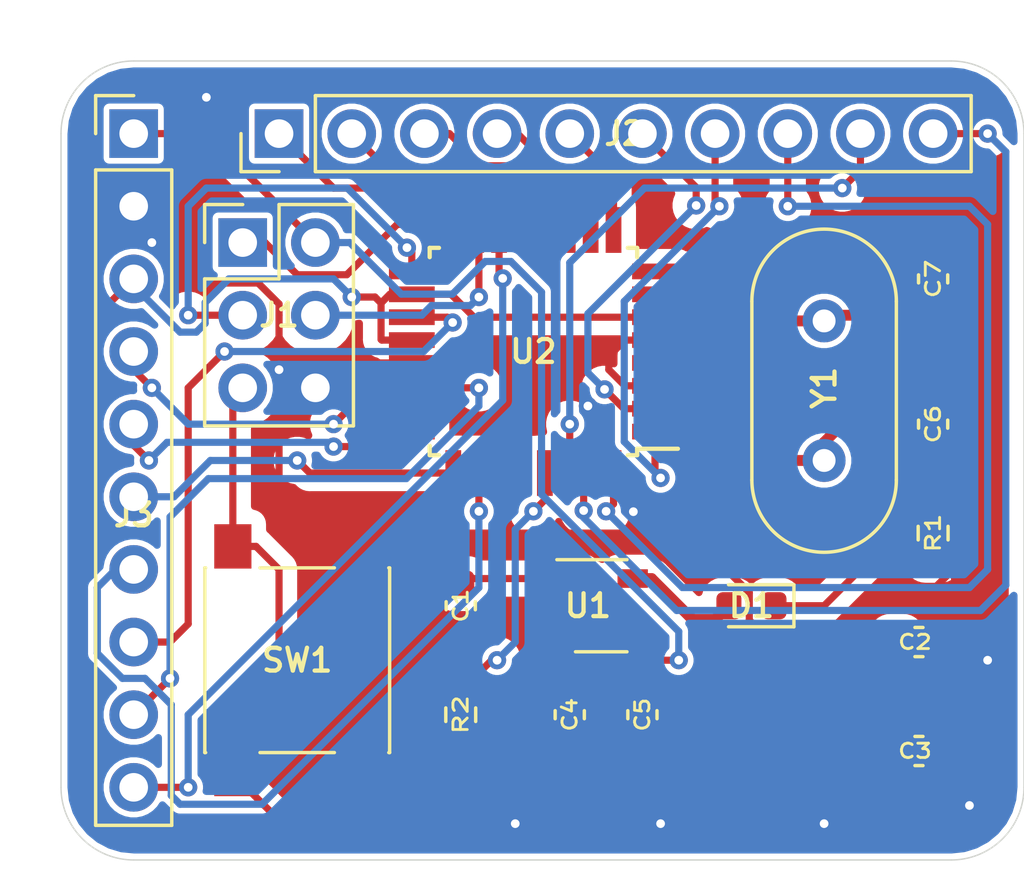
<source format=kicad_pcb>
(kicad_pcb (version 20171130) (host pcbnew "(5.1.9)-1")

  (general
    (thickness 1.6)
    (drawings 8)
    (tracks 347)
    (zones 0)
    (modules 17)
    (nets 32)
  )

  (page A4)
  (layers
    (0 F.Cu signal)
    (31 B.Cu signal hide)
    (32 B.Adhes user)
    (33 F.Adhes user)
    (34 B.Paste user)
    (35 F.Paste user)
    (36 B.SilkS user)
    (37 F.SilkS user)
    (38 B.Mask user)
    (39 F.Mask user)
    (40 Dwgs.User user)
    (41 Cmts.User user hide)
    (42 Eco1.User user)
    (43 Eco2.User user hide)
    (44 Edge.Cuts user)
    (45 Margin user)
    (46 B.CrtYd user)
    (47 F.CrtYd user)
    (48 B.Fab user)
    (49 F.Fab user)
  )

  (setup
    (last_trace_width 0.25)
    (user_trace_width 0.1778)
    (user_trace_width 0.2032)
    (user_trace_width 0.254)
    (user_trace_width 0.381)
    (user_trace_width 0.508)
    (user_trace_width 0.635)
    (user_trace_width 0.762)
    (user_trace_width 0.889)
    (user_trace_width 1.016)
    (user_trace_width 1.143)
    (user_trace_width 1.27)
    (user_trace_width 1.397)
    (user_trace_width 1.524)
    (user_trace_width 1.651)
    (user_trace_width 1.778)
    (user_trace_width 1.905)
    (user_trace_width 2.032)
    (user_trace_width 2.159)
    (user_trace_width 2.286)
    (user_trace_width 2.413)
    (user_trace_width 2.54)
    (trace_clearance 0.14986)
    (zone_clearance 0.2)
    (zone_45_only no)
    (trace_min 0.1524)
    (via_size 0.635)
    (via_drill 0.3048)
    (via_min_size 0.3048)
    (via_min_drill 0.3)
    (user_via 0.635 0.3048)
    (uvia_size 0.3)
    (uvia_drill 0.1)
    (uvias_allowed no)
    (uvia_min_size 0.2)
    (uvia_min_drill 0.1)
    (edge_width 0.05)
    (segment_width 0.2)
    (pcb_text_width 0.3)
    (pcb_text_size 1.5 1.5)
    (mod_edge_width 0.12)
    (mod_text_size 1 1)
    (mod_text_width 0.15)
    (pad_size 1.524 1.524)
    (pad_drill 0.762)
    (pad_to_mask_clearance 0)
    (aux_axis_origin 0 0)
    (visible_elements 7EFFEFFF)
    (pcbplotparams
      (layerselection 0x010fc_ffffffff)
      (usegerberextensions false)
      (usegerberattributes true)
      (usegerberadvancedattributes true)
      (creategerberjobfile true)
      (excludeedgelayer true)
      (linewidth 0.100000)
      (plotframeref false)
      (viasonmask false)
      (mode 1)
      (useauxorigin false)
      (hpglpennumber 1)
      (hpglpenspeed 20)
      (hpglpendiameter 15.000000)
      (psnegative false)
      (psa4output false)
      (plotreference false)
      (plotvalue false)
      (plotinvisibletext false)
      (padsonsilk false)
      (subtractmaskfromsilk false)
      (outputformat 1)
      (mirror false)
      (drillshape 0)
      (scaleselection 1)
      (outputdirectory "./"))
  )

  (net 0 "")
  (net 1 GND)
  (net 2 RAW)
  (net 3 VCC)
  (net 4 "Net-(C6-Pad1)")
  (net 5 "Net-(C7-Pad2)")
  (net 6 "Net-(D1-Pad2)")
  (net 7 "Net-(D1-Pad1)")
  (net 8 RESET)
  (net 9 MOSI)
  (net 10 SCK)
  (net 11 MISO)
  (net 12 TX)
  (net 13 RX)
  (net 14 D2)
  (net 15 D3)
  (net 16 D4)
  (net 17 D5)
  (net 18 D6)
  (net 19 D7)
  (net 20 D8)
  (net 21 D9)
  (net 22 D10)
  (net 23 A7)
  (net 24 A6)
  (net 25 A3)
  (net 26 A2)
  (net 27 A1)
  (net 28 A0)
  (net 29 "Net-(U1-Pad4)")
  (net 30 "Net-(U2-Pad28)")
  (net 31 "Net-(U2-Pad27)")

  (net_class Default "This is the default net class."
    (clearance 0.14986)
    (trace_width 0.25)
    (via_dia 0.635)
    (via_drill 0.3048)
    (uvia_dia 0.3)
    (uvia_drill 0.1)
    (add_net A0)
    (add_net A1)
    (add_net A2)
    (add_net A3)
    (add_net A6)
    (add_net A7)
    (add_net D10)
    (add_net D2)
    (add_net D3)
    (add_net D4)
    (add_net D5)
    (add_net D6)
    (add_net D7)
    (add_net D8)
    (add_net D9)
    (add_net GND)
    (add_net MISO)
    (add_net MOSI)
    (add_net "Net-(C6-Pad1)")
    (add_net "Net-(C7-Pad2)")
    (add_net "Net-(D1-Pad1)")
    (add_net "Net-(D1-Pad2)")
    (add_net "Net-(U1-Pad4)")
    (add_net "Net-(U2-Pad27)")
    (add_net "Net-(U2-Pad28)")
    (add_net RAW)
    (add_net RESET)
    (add_net RX)
    (add_net SCK)
    (add_net TX)
    (add_net VCC)
  )

  (module Connector_PinHeader_2.54mm:PinHeader_2x03_P2.54mm_Vertical (layer F.Cu) (tedit 59FED5CC) (tstamp 6065D596)
    (at 146.05 36.83)
    (descr "Through hole straight pin header, 2x03, 2.54mm pitch, double rows")
    (tags "Through hole pin header THT 2x03 2.54mm double row")
    (path /60940C46)
    (fp_text reference J1 (at 1.27 2.54) (layer F.SilkS)
      (effects (font (size 0.8 0.8) (thickness 0.15)))
    )
    (fp_text value Conn_02x03_Odd_Even (at 1.27 7.41) (layer F.Fab)
      (effects (font (size 1 1) (thickness 0.15)))
    )
    (fp_line (start 0 -1.27) (end 3.81 -1.27) (layer F.Fab) (width 0.1))
    (fp_line (start 3.81 -1.27) (end 3.81 6.35) (layer F.Fab) (width 0.1))
    (fp_line (start 3.81 6.35) (end -1.27 6.35) (layer F.Fab) (width 0.1))
    (fp_line (start -1.27 6.35) (end -1.27 0) (layer F.Fab) (width 0.1))
    (fp_line (start -1.27 0) (end 0 -1.27) (layer F.Fab) (width 0.1))
    (fp_line (start -1.33 6.41) (end 3.87 6.41) (layer F.SilkS) (width 0.12))
    (fp_line (start -1.33 1.27) (end -1.33 6.41) (layer F.SilkS) (width 0.12))
    (fp_line (start 3.87 -1.33) (end 3.87 6.41) (layer F.SilkS) (width 0.12))
    (fp_line (start -1.33 1.27) (end 1.27 1.27) (layer F.SilkS) (width 0.12))
    (fp_line (start 1.27 1.27) (end 1.27 -1.33) (layer F.SilkS) (width 0.12))
    (fp_line (start 1.27 -1.33) (end 3.87 -1.33) (layer F.SilkS) (width 0.12))
    (fp_line (start -1.33 0) (end -1.33 -1.33) (layer F.SilkS) (width 0.12))
    (fp_line (start -1.33 -1.33) (end 0 -1.33) (layer F.SilkS) (width 0.12))
    (fp_line (start -1.8 -1.8) (end -1.8 6.85) (layer F.CrtYd) (width 0.05))
    (fp_line (start -1.8 6.85) (end 4.35 6.85) (layer F.CrtYd) (width 0.05))
    (fp_line (start 4.35 6.85) (end 4.35 -1.8) (layer F.CrtYd) (width 0.05))
    (fp_line (start 4.35 -1.8) (end -1.8 -1.8) (layer F.CrtYd) (width 0.05))
    (fp_text user %R (at 1.27 2.54 90) (layer F.Fab)
      (effects (font (size 1 1) (thickness 0.15)))
    )
    (pad 6 thru_hole oval (at 2.54 5.08) (size 1.7 1.7) (drill 1) (layers *.Cu *.Mask)
      (net 1 GND))
    (pad 5 thru_hole oval (at 0 5.08) (size 1.7 1.7) (drill 1) (layers *.Cu *.Mask)
      (net 8 RESET))
    (pad 4 thru_hole oval (at 2.54 2.54) (size 1.7 1.7) (drill 1) (layers *.Cu *.Mask)
      (net 9 MOSI))
    (pad 3 thru_hole oval (at 0 2.54) (size 1.7 1.7) (drill 1) (layers *.Cu *.Mask)
      (net 10 SCK))
    (pad 2 thru_hole oval (at 2.54 0) (size 1.7 1.7) (drill 1) (layers *.Cu *.Mask)
      (net 2 RAW))
    (pad 1 thru_hole rect (at 0 0) (size 1.7 1.7) (drill 1) (layers *.Cu *.Mask)
      (net 11 MISO))
    (model ${KISYS3DMOD}/Connector_PinHeader_2.54mm.3dshapes/PinHeader_2x03_P2.54mm_Vertical.wrl
      (at (xyz 0 0 0))
      (scale (xyz 1 1 1))
      (rotate (xyz 0 0 0))
    )
  )

  (module Crystal:Crystal_HC49-U_Vertical (layer F.Cu) (tedit 5A1AD3B8) (tstamp 608AC7ED)
    (at 166.37 44.45 90)
    (descr "Crystal THT HC-49/U http://5hertz.com/pdfs/04404_D.pdf")
    (tags "THT crystalHC-49/U")
    (path /6089548E)
    (fp_text reference Y1 (at 2.54 0 90) (layer F.SilkS)
      (effects (font (size 0.8 0.8) (thickness 0.15)))
    )
    (fp_text value 16MHZ (at 2.44 3.525 90) (layer F.Fab)
      (effects (font (size 1 1) (thickness 0.15)))
    )
    (fp_line (start -0.685 -2.325) (end 5.565 -2.325) (layer F.Fab) (width 0.1))
    (fp_line (start -0.685 2.325) (end 5.565 2.325) (layer F.Fab) (width 0.1))
    (fp_line (start -0.56 -2) (end 5.44 -2) (layer F.Fab) (width 0.1))
    (fp_line (start -0.56 2) (end 5.44 2) (layer F.Fab) (width 0.1))
    (fp_line (start -0.685 -2.525) (end 5.565 -2.525) (layer F.SilkS) (width 0.12))
    (fp_line (start -0.685 2.525) (end 5.565 2.525) (layer F.SilkS) (width 0.12))
    (fp_line (start -3.5 -2.8) (end -3.5 2.8) (layer F.CrtYd) (width 0.05))
    (fp_line (start -3.5 2.8) (end 8.4 2.8) (layer F.CrtYd) (width 0.05))
    (fp_line (start 8.4 2.8) (end 8.4 -2.8) (layer F.CrtYd) (width 0.05))
    (fp_line (start 8.4 -2.8) (end -3.5 -2.8) (layer F.CrtYd) (width 0.05))
    (fp_arc (start 5.565 0) (end 5.565 -2.525) (angle 180) (layer F.SilkS) (width 0.12))
    (fp_arc (start -0.685 0) (end -0.685 -2.525) (angle -180) (layer F.SilkS) (width 0.12))
    (fp_arc (start 5.44 0) (end 5.44 -2) (angle 180) (layer F.Fab) (width 0.1))
    (fp_arc (start -0.56 0) (end -0.56 -2) (angle -180) (layer F.Fab) (width 0.1))
    (fp_arc (start 5.565 0) (end 5.565 -2.325) (angle 180) (layer F.Fab) (width 0.1))
    (fp_arc (start -0.685 0) (end -0.685 -2.325) (angle -180) (layer F.Fab) (width 0.1))
    (fp_text user %R (at 2.44 0 90) (layer F.Fab)
      (effects (font (size 1 1) (thickness 0.15)))
    )
    (pad 2 thru_hole circle (at 4.88 0 90) (size 1.5 1.5) (drill 0.8) (layers *.Cu *.Mask)
      (net 5 "Net-(C7-Pad2)"))
    (pad 1 thru_hole circle (at 0 0 90) (size 1.5 1.5) (drill 0.8) (layers *.Cu *.Mask)
      (net 4 "Net-(C6-Pad1)"))
    (model ${KISYS3DMOD}/Crystal.3dshapes/Crystal_HC49-U_Vertical.wrl
      (at (xyz 0 0 0))
      (scale (xyz 1 1 1))
      (rotate (xyz 0 0 0))
    )
  )

  (module Package_QFP:TQFP-32_7x7mm_P0.8mm (layer F.Cu) (tedit 5A02F146) (tstamp 6065D66A)
    (at 156.21 40.64 180)
    (descr "32-Lead Plastic Thin Quad Flatpack (PT) - 7x7x1.0 mm Body, 2.00 mm [TQFP] (see Microchip Packaging Specification 00000049BS.pdf)")
    (tags "QFP 0.8")
    (path /606D68B0)
    (attr smd)
    (fp_text reference U2 (at 0 0) (layer F.SilkS)
      (effects (font (size 0.8 0.8) (thickness 0.15)))
    )
    (fp_text value ATmega328-AU (at 0 6.05) (layer F.Fab)
      (effects (font (size 1 1) (thickness 0.15)))
    )
    (fp_line (start -2.5 -3.5) (end 3.5 -3.5) (layer F.Fab) (width 0.15))
    (fp_line (start 3.5 -3.5) (end 3.5 3.5) (layer F.Fab) (width 0.15))
    (fp_line (start 3.5 3.5) (end -3.5 3.5) (layer F.Fab) (width 0.15))
    (fp_line (start -3.5 3.5) (end -3.5 -2.5) (layer F.Fab) (width 0.15))
    (fp_line (start -3.5 -2.5) (end -2.5 -3.5) (layer F.Fab) (width 0.15))
    (fp_line (start -5.3 -5.3) (end -5.3 5.3) (layer F.CrtYd) (width 0.05))
    (fp_line (start 5.3 -5.3) (end 5.3 5.3) (layer F.CrtYd) (width 0.05))
    (fp_line (start -5.3 -5.3) (end 5.3 -5.3) (layer F.CrtYd) (width 0.05))
    (fp_line (start -5.3 5.3) (end 5.3 5.3) (layer F.CrtYd) (width 0.05))
    (fp_line (start -3.625 -3.625) (end -3.625 -3.4) (layer F.SilkS) (width 0.15))
    (fp_line (start 3.625 -3.625) (end 3.625 -3.3) (layer F.SilkS) (width 0.15))
    (fp_line (start 3.625 3.625) (end 3.625 3.3) (layer F.SilkS) (width 0.15))
    (fp_line (start -3.625 3.625) (end -3.625 3.3) (layer F.SilkS) (width 0.15))
    (fp_line (start -3.625 -3.625) (end -3.3 -3.625) (layer F.SilkS) (width 0.15))
    (fp_line (start -3.625 3.625) (end -3.3 3.625) (layer F.SilkS) (width 0.15))
    (fp_line (start 3.625 3.625) (end 3.3 3.625) (layer F.SilkS) (width 0.15))
    (fp_line (start 3.625 -3.625) (end 3.3 -3.625) (layer F.SilkS) (width 0.15))
    (fp_line (start -3.625 -3.4) (end -5.05 -3.4) (layer F.SilkS) (width 0.15))
    (fp_text user %R (at 0 0) (layer F.Fab)
      (effects (font (size 1 1) (thickness 0.15)))
    )
    (pad 32 smd rect (at -2.8 -4.25 270) (size 1.6 0.55) (layers F.Cu F.Paste F.Mask)
      (net 14 D2))
    (pad 31 smd rect (at -2 -4.25 270) (size 1.6 0.55) (layers F.Cu F.Paste F.Mask)
      (net 12 TX))
    (pad 30 smd rect (at -1.2 -4.25 270) (size 1.6 0.55) (layers F.Cu F.Paste F.Mask)
      (net 13 RX))
    (pad 29 smd rect (at -0.4 -4.25 270) (size 1.6 0.55) (layers F.Cu F.Paste F.Mask)
      (net 8 RESET))
    (pad 28 smd rect (at 0.4 -4.25 270) (size 1.6 0.55) (layers F.Cu F.Paste F.Mask)
      (net 30 "Net-(U2-Pad28)"))
    (pad 27 smd rect (at 1.2 -4.25 270) (size 1.6 0.55) (layers F.Cu F.Paste F.Mask)
      (net 31 "Net-(U2-Pad27)"))
    (pad 26 smd rect (at 2 -4.25 270) (size 1.6 0.55) (layers F.Cu F.Paste F.Mask)
      (net 25 A3))
    (pad 25 smd rect (at 2.8 -4.25 270) (size 1.6 0.55) (layers F.Cu F.Paste F.Mask)
      (net 26 A2))
    (pad 24 smd rect (at 4.25 -2.8 180) (size 1.6 0.55) (layers F.Cu F.Paste F.Mask)
      (net 27 A1))
    (pad 23 smd rect (at 4.25 -2 180) (size 1.6 0.55) (layers F.Cu F.Paste F.Mask)
      (net 28 A0))
    (pad 22 smd rect (at 4.25 -1.2 180) (size 1.6 0.55) (layers F.Cu F.Paste F.Mask)
      (net 23 A7))
    (pad 21 smd rect (at 4.25 -0.4 180) (size 1.6 0.55) (layers F.Cu F.Paste F.Mask)
      (net 1 GND))
    (pad 20 smd rect (at 4.25 0.4 180) (size 1.6 0.55) (layers F.Cu F.Paste F.Mask)
      (net 3 VCC))
    (pad 19 smd rect (at 4.25 1.2 180) (size 1.6 0.55) (layers F.Cu F.Paste F.Mask)
      (net 24 A6))
    (pad 18 smd rect (at 4.25 2 180) (size 1.6 0.55) (layers F.Cu F.Paste F.Mask)
      (net 3 VCC))
    (pad 17 smd rect (at 4.25 2.8 180) (size 1.6 0.55) (layers F.Cu F.Paste F.Mask)
      (net 10 SCK))
    (pad 16 smd rect (at 2.8 4.25 270) (size 1.6 0.55) (layers F.Cu F.Paste F.Mask)
      (net 11 MISO))
    (pad 15 smd rect (at 2 4.25 270) (size 1.6 0.55) (layers F.Cu F.Paste F.Mask)
      (net 9 MOSI))
    (pad 14 smd rect (at 1.2 4.25 270) (size 1.6 0.55) (layers F.Cu F.Paste F.Mask)
      (net 22 D10))
    (pad 13 smd rect (at 0.4 4.25 270) (size 1.6 0.55) (layers F.Cu F.Paste F.Mask)
      (net 21 D9))
    (pad 12 smd rect (at -0.4 4.25 270) (size 1.6 0.55) (layers F.Cu F.Paste F.Mask)
      (net 20 D8))
    (pad 11 smd rect (at -1.2 4.25 270) (size 1.6 0.55) (layers F.Cu F.Paste F.Mask)
      (net 19 D7))
    (pad 10 smd rect (at -2 4.25 270) (size 1.6 0.55) (layers F.Cu F.Paste F.Mask)
      (net 18 D6))
    (pad 9 smd rect (at -2.8 4.25 270) (size 1.6 0.55) (layers F.Cu F.Paste F.Mask)
      (net 17 D5))
    (pad 8 smd rect (at -4.25 2.8 180) (size 1.6 0.55) (layers F.Cu F.Paste F.Mask)
      (net 5 "Net-(C7-Pad2)"))
    (pad 7 smd rect (at -4.25 2 180) (size 1.6 0.55) (layers F.Cu F.Paste F.Mask)
      (net 4 "Net-(C6-Pad1)"))
    (pad 6 smd rect (at -4.25 1.2 180) (size 1.6 0.55) (layers F.Cu F.Paste F.Mask)
      (net 3 VCC))
    (pad 5 smd rect (at -4.25 0.4 180) (size 1.6 0.55) (layers F.Cu F.Paste F.Mask)
      (net 1 GND))
    (pad 4 smd rect (at -4.25 -0.4 180) (size 1.6 0.55) (layers F.Cu F.Paste F.Mask)
      (net 3 VCC))
    (pad 3 smd rect (at -4.25 -1.2 180) (size 1.6 0.55) (layers F.Cu F.Paste F.Mask)
      (net 1 GND))
    (pad 2 smd rect (at -4.25 -2 180) (size 1.6 0.55) (layers F.Cu F.Paste F.Mask)
      (net 16 D4))
    (pad 1 smd rect (at -4.25 -2.8 180) (size 1.6 0.55) (layers F.Cu F.Paste F.Mask)
      (net 15 D3))
    (model ${KISYS3DMOD}/Package_QFP.3dshapes/TQFP-32_7x7mm_P0.8mm.wrl
      (at (xyz 0 0 0))
      (scale (xyz 1 1 1))
      (rotate (xyz 0 0 0))
    )
  )

  (module Package_TO_SOT_SMD:SOT-23-5 (layer F.Cu) (tedit 5A02FF57) (tstamp 6065D633)
    (at 158.58 49.53)
    (descr "5-pin SOT23 package")
    (tags SOT-23-5)
    (path /6070267F)
    (attr smd)
    (fp_text reference U1 (at -0.465 0) (layer F.SilkS)
      (effects (font (size 0.8 0.8) (thickness 0.15)))
    )
    (fp_text value MIC5205-2.5YM5 (at 0 2.9) (layer F.Fab)
      (effects (font (size 1 1) (thickness 0.15)))
    )
    (fp_line (start -0.9 1.61) (end 0.9 1.61) (layer F.SilkS) (width 0.12))
    (fp_line (start 0.9 -1.61) (end -1.55 -1.61) (layer F.SilkS) (width 0.12))
    (fp_line (start -1.9 -1.8) (end 1.9 -1.8) (layer F.CrtYd) (width 0.05))
    (fp_line (start 1.9 -1.8) (end 1.9 1.8) (layer F.CrtYd) (width 0.05))
    (fp_line (start 1.9 1.8) (end -1.9 1.8) (layer F.CrtYd) (width 0.05))
    (fp_line (start -1.9 1.8) (end -1.9 -1.8) (layer F.CrtYd) (width 0.05))
    (fp_line (start -0.9 -0.9) (end -0.25 -1.55) (layer F.Fab) (width 0.1))
    (fp_line (start 0.9 -1.55) (end -0.25 -1.55) (layer F.Fab) (width 0.1))
    (fp_line (start -0.9 -0.9) (end -0.9 1.55) (layer F.Fab) (width 0.1))
    (fp_line (start 0.9 1.55) (end -0.9 1.55) (layer F.Fab) (width 0.1))
    (fp_line (start 0.9 -1.55) (end 0.9 1.55) (layer F.Fab) (width 0.1))
    (fp_text user %R (at 0 0 90) (layer F.Fab)
      (effects (font (size 0.5 0.5) (thickness 0.075)))
    )
    (pad 5 smd rect (at 1.1 -0.95) (size 1.06 0.65) (layers F.Cu F.Paste F.Mask)
      (net 6 "Net-(D1-Pad2)"))
    (pad 4 smd rect (at 1.1 0.95) (size 1.06 0.65) (layers F.Cu F.Paste F.Mask)
      (net 29 "Net-(U1-Pad4)"))
    (pad 3 smd rect (at -1.1 0.95) (size 1.06 0.65) (layers F.Cu F.Paste F.Mask)
      (net 2 RAW))
    (pad 2 smd rect (at -1.1 0) (size 1.06 0.65) (layers F.Cu F.Paste F.Mask)
      (net 1 GND))
    (pad 1 smd rect (at -1.1 -0.95) (size 1.06 0.65) (layers F.Cu F.Paste F.Mask)
      (net 2 RAW))
    (model ${KISYS3DMOD}/Package_TO_SOT_SMD.3dshapes/SOT-23-5.wrl
      (at (xyz 0 0 0))
      (scale (xyz 1 1 1))
      (rotate (xyz 0 0 0))
    )
  )

  (module Button_Switch_SMD:SW_SPST_PTS645 (layer F.Cu) (tedit 5A02FC95) (tstamp 6065D61E)
    (at 147.955 51.435 90)
    (descr "C&K Components SPST SMD PTS645 Series 6mm Tact Switch")
    (tags "SPST Button Switch")
    (path /606F12F3)
    (attr smd)
    (fp_text reference SW1 (at 0 0 180) (layer F.SilkS)
      (effects (font (size 0.8 0.8) (thickness 0.15)))
    )
    (fp_text value SW_Push (at 0 4.15 90) (layer F.Fab)
      (effects (font (size 1 1) (thickness 0.15)))
    )
    (fp_text user %R (at 0 -4.05 90) (layer F.Fab)
      (effects (font (size 1 1) (thickness 0.15)))
    )
    (fp_circle (center 0 0) (end 1.75 -0.05) (layer F.Fab) (width 0.1))
    (fp_line (start -3.23 3.23) (end 3.23 3.23) (layer F.SilkS) (width 0.12))
    (fp_line (start -3.23 -1.3) (end -3.23 1.3) (layer F.SilkS) (width 0.12))
    (fp_line (start -3.23 -3.23) (end 3.23 -3.23) (layer F.SilkS) (width 0.12))
    (fp_line (start 3.23 -1.3) (end 3.23 1.3) (layer F.SilkS) (width 0.12))
    (fp_line (start -3.23 -3.2) (end -3.23 -3.23) (layer F.SilkS) (width 0.12))
    (fp_line (start -3.23 3.23) (end -3.23 3.2) (layer F.SilkS) (width 0.12))
    (fp_line (start 3.23 3.23) (end 3.23 3.2) (layer F.SilkS) (width 0.12))
    (fp_line (start 3.23 -3.23) (end 3.23 -3.2) (layer F.SilkS) (width 0.12))
    (fp_line (start -5.05 -3.4) (end 5.05 -3.4) (layer F.CrtYd) (width 0.05))
    (fp_line (start -5.05 3.4) (end 5.05 3.4) (layer F.CrtYd) (width 0.05))
    (fp_line (start -5.05 -3.4) (end -5.05 3.4) (layer F.CrtYd) (width 0.05))
    (fp_line (start 5.05 3.4) (end 5.05 -3.4) (layer F.CrtYd) (width 0.05))
    (fp_line (start 3 -3) (end -3 -3) (layer F.Fab) (width 0.1))
    (fp_line (start 3 3) (end 3 -3) (layer F.Fab) (width 0.1))
    (fp_line (start -3 3) (end 3 3) (layer F.Fab) (width 0.1))
    (fp_line (start -3 -3) (end -3 3) (layer F.Fab) (width 0.1))
    (pad 2 smd rect (at -3.98 2.25 90) (size 1.55 1.3) (layers F.Cu F.Paste F.Mask)
      (net 1 GND))
    (pad 1 smd rect (at -3.98 -2.25 90) (size 1.55 1.3) (layers F.Cu F.Paste F.Mask)
      (net 8 RESET))
    (pad 1 smd rect (at 3.98 -2.25 90) (size 1.55 1.3) (layers F.Cu F.Paste F.Mask)
      (net 8 RESET))
    (pad 2 smd rect (at 3.98 2.25 90) (size 1.55 1.3) (layers F.Cu F.Paste F.Mask)
      (net 1 GND))
    (model ${KISYS3DMOD}/Button_Switch_SMD.3dshapes/SW_SPST_PTS645.wrl
      (at (xyz 0 0 0))
      (scale (xyz 1 1 1))
      (rotate (xyz 0 0 0))
    )
  )

  (module Resistor_SMD:R_0603_1608Metric (layer F.Cu) (tedit 5F68FEEE) (tstamp 6065D604)
    (at 153.67 53.34 90)
    (descr "Resistor SMD 0603 (1608 Metric), square (rectangular) end terminal, IPC_7351 nominal, (Body size source: IPC-SM-782 page 72, https://www.pcb-3d.com/wordpress/wp-content/uploads/ipc-sm-782a_amendment_1_and_2.pdf), generated with kicad-footprint-generator")
    (tags resistor)
    (path /606F605F)
    (attr smd)
    (fp_text reference R2 (at 0 0 270) (layer F.SilkS)
      (effects (font (size 0.5 0.7) (thickness 0.1)))
    )
    (fp_text value 10k (at 0 1.43 90) (layer F.Fab)
      (effects (font (size 1 1) (thickness 0.15)))
    )
    (fp_line (start -0.8 0.4125) (end -0.8 -0.4125) (layer F.Fab) (width 0.1))
    (fp_line (start -0.8 -0.4125) (end 0.8 -0.4125) (layer F.Fab) (width 0.1))
    (fp_line (start 0.8 -0.4125) (end 0.8 0.4125) (layer F.Fab) (width 0.1))
    (fp_line (start 0.8 0.4125) (end -0.8 0.4125) (layer F.Fab) (width 0.1))
    (fp_line (start -0.237258 -0.5225) (end 0.237258 -0.5225) (layer F.SilkS) (width 0.12))
    (fp_line (start -0.237258 0.5225) (end 0.237258 0.5225) (layer F.SilkS) (width 0.12))
    (fp_line (start -1.48 0.73) (end -1.48 -0.73) (layer F.CrtYd) (width 0.05))
    (fp_line (start -1.48 -0.73) (end 1.48 -0.73) (layer F.CrtYd) (width 0.05))
    (fp_line (start 1.48 -0.73) (end 1.48 0.73) (layer F.CrtYd) (width 0.05))
    (fp_line (start 1.48 0.73) (end -1.48 0.73) (layer F.CrtYd) (width 0.05))
    (fp_text user %R (at 0 0 90) (layer F.Fab)
      (effects (font (size 0.4 0.4) (thickness 0.06)))
    )
    (pad 2 smd roundrect (at 0.825 0 90) (size 0.8 0.95) (layers F.Cu F.Paste F.Mask) (roundrect_rratio 0.25)
      (net 8 RESET))
    (pad 1 smd roundrect (at -0.825 0 90) (size 0.8 0.95) (layers F.Cu F.Paste F.Mask) (roundrect_rratio 0.25)
      (net 3 VCC))
    (model ${KISYS3DMOD}/Resistor_SMD.3dshapes/R_0603_1608Metric.wrl
      (at (xyz 0 0 0))
      (scale (xyz 1 1 1))
      (rotate (xyz 0 0 0))
    )
  )

  (module Resistor_SMD:R_0603_1608Metric (layer F.Cu) (tedit 5F68FEEE) (tstamp 6065D5F3)
    (at 170.18 46.99 90)
    (descr "Resistor SMD 0603 (1608 Metric), square (rectangular) end terminal, IPC_7351 nominal, (Body size source: IPC-SM-782 page 72, https://www.pcb-3d.com/wordpress/wp-content/uploads/ipc-sm-782a_amendment_1_and_2.pdf), generated with kicad-footprint-generator")
    (tags resistor)
    (path /6070AEC8)
    (attr smd)
    (fp_text reference R1 (at 0 0 90) (layer F.SilkS)
      (effects (font (size 0.5 0.7) (thickness 0.1)))
    )
    (fp_text value 10k (at 0 1.43 90) (layer F.Fab)
      (effects (font (size 1 1) (thickness 0.15)))
    )
    (fp_line (start -0.8 0.4125) (end -0.8 -0.4125) (layer F.Fab) (width 0.1))
    (fp_line (start -0.8 -0.4125) (end 0.8 -0.4125) (layer F.Fab) (width 0.1))
    (fp_line (start 0.8 -0.4125) (end 0.8 0.4125) (layer F.Fab) (width 0.1))
    (fp_line (start 0.8 0.4125) (end -0.8 0.4125) (layer F.Fab) (width 0.1))
    (fp_line (start -0.237258 -0.5225) (end 0.237258 -0.5225) (layer F.SilkS) (width 0.12))
    (fp_line (start -0.237258 0.5225) (end 0.237258 0.5225) (layer F.SilkS) (width 0.12))
    (fp_line (start -1.48 0.73) (end -1.48 -0.73) (layer F.CrtYd) (width 0.05))
    (fp_line (start -1.48 -0.73) (end 1.48 -0.73) (layer F.CrtYd) (width 0.05))
    (fp_line (start 1.48 -0.73) (end 1.48 0.73) (layer F.CrtYd) (width 0.05))
    (fp_line (start 1.48 0.73) (end -1.48 0.73) (layer F.CrtYd) (width 0.05))
    (fp_text user %R (at 0 0 90) (layer F.Fab)
      (effects (font (size 0.4 0.4) (thickness 0.06)))
    )
    (pad 2 smd roundrect (at 0.825 0 90) (size 0.8 0.95) (layers F.Cu F.Paste F.Mask) (roundrect_rratio 0.25)
      (net 1 GND))
    (pad 1 smd roundrect (at -0.825 0 90) (size 0.8 0.95) (layers F.Cu F.Paste F.Mask) (roundrect_rratio 0.25)
      (net 7 "Net-(D1-Pad1)"))
    (model ${KISYS3DMOD}/Resistor_SMD.3dshapes/R_0603_1608Metric.wrl
      (at (xyz 0 0 0))
      (scale (xyz 1 1 1))
      (rotate (xyz 0 0 0))
    )
  )

  (module Connector_PinHeader_2.54mm:PinHeader_1x10_P2.54mm_Vertical (layer F.Cu) (tedit 59FED5CC) (tstamp 6065D5D2)
    (at 142.24 33.02)
    (descr "Through hole straight pin header, 1x10, 2.54mm pitch, single row")
    (tags "Through hole pin header THT 1x10 2.54mm single row")
    (path /60A1A0D2)
    (fp_text reference J3 (at 0 13.335) (layer F.SilkS)
      (effects (font (size 0.8 0.8) (thickness 0.15)))
    )
    (fp_text value Conn_01x10 (at 0 25.19) (layer F.Fab)
      (effects (font (size 1 1) (thickness 0.15)))
    )
    (fp_line (start -0.635 -1.27) (end 1.27 -1.27) (layer F.Fab) (width 0.1))
    (fp_line (start 1.27 -1.27) (end 1.27 24.13) (layer F.Fab) (width 0.1))
    (fp_line (start 1.27 24.13) (end -1.27 24.13) (layer F.Fab) (width 0.1))
    (fp_line (start -1.27 24.13) (end -1.27 -0.635) (layer F.Fab) (width 0.1))
    (fp_line (start -1.27 -0.635) (end -0.635 -1.27) (layer F.Fab) (width 0.1))
    (fp_line (start -1.33 24.19) (end 1.33 24.19) (layer F.SilkS) (width 0.12))
    (fp_line (start -1.33 1.27) (end -1.33 24.19) (layer F.SilkS) (width 0.12))
    (fp_line (start 1.33 1.27) (end 1.33 24.19) (layer F.SilkS) (width 0.12))
    (fp_line (start -1.33 1.27) (end 1.33 1.27) (layer F.SilkS) (width 0.12))
    (fp_line (start -1.33 0) (end -1.33 -1.33) (layer F.SilkS) (width 0.12))
    (fp_line (start -1.33 -1.33) (end 0 -1.33) (layer F.SilkS) (width 0.12))
    (fp_line (start -1.8 -1.8) (end -1.8 24.65) (layer F.CrtYd) (width 0.05))
    (fp_line (start -1.8 24.65) (end 1.8 24.65) (layer F.CrtYd) (width 0.05))
    (fp_line (start 1.8 24.65) (end 1.8 -1.8) (layer F.CrtYd) (width 0.05))
    (fp_line (start 1.8 -1.8) (end -1.8 -1.8) (layer F.CrtYd) (width 0.05))
    (fp_text user %R (at 0 11.43 90) (layer F.Fab)
      (effects (font (size 1 1) (thickness 0.15)))
    )
    (pad 10 thru_hole oval (at 0 22.86) (size 1.7 1.7) (drill 1) (layers *.Cu *.Mask)
      (net 22 D10))
    (pad 9 thru_hole oval (at 0 20.32) (size 1.7 1.7) (drill 1) (layers *.Cu *.Mask)
      (net 23 A7))
    (pad 8 thru_hole oval (at 0 17.78) (size 1.7 1.7) (drill 1) (layers *.Cu *.Mask)
      (net 24 A6))
    (pad 7 thru_hole oval (at 0 15.24) (size 1.7 1.7) (drill 1) (layers *.Cu *.Mask)
      (net 25 A3))
    (pad 6 thru_hole oval (at 0 12.7) (size 1.7 1.7) (drill 1) (layers *.Cu *.Mask)
      (net 26 A2))
    (pad 5 thru_hole oval (at 0 10.16) (size 1.7 1.7) (drill 1) (layers *.Cu *.Mask)
      (net 27 A1))
    (pad 4 thru_hole oval (at 0 7.62) (size 1.7 1.7) (drill 1) (layers *.Cu *.Mask)
      (net 28 A0))
    (pad 3 thru_hole oval (at 0 5.08) (size 1.7 1.7) (drill 1) (layers *.Cu *.Mask)
      (net 3 VCC))
    (pad 2 thru_hole oval (at 0 2.54) (size 1.7 1.7) (drill 1) (layers *.Cu *.Mask)
      (net 1 GND))
    (pad 1 thru_hole rect (at 0 0) (size 1.7 1.7) (drill 1) (layers *.Cu *.Mask)
      (net 2 RAW))
    (model ${KISYS3DMOD}/Connector_PinHeader_2.54mm.3dshapes/PinHeader_1x10_P2.54mm_Vertical.wrl
      (at (xyz 0 0 0))
      (scale (xyz 1 1 1))
      (rotate (xyz 0 0 0))
    )
  )

  (module Connector_PinHeader_2.54mm:PinHeader_1x10_P2.54mm_Vertical (layer F.Cu) (tedit 59FED5CC) (tstamp 6065D5B4)
    (at 147.32 33.02 90)
    (descr "Through hole straight pin header, 1x10, 2.54mm pitch, single row")
    (tags "Through hole pin header THT 1x10 2.54mm single row")
    (path /60A0FC45)
    (fp_text reference J2 (at 0 12.065 180) (layer F.SilkS)
      (effects (font (size 0.8 0.8) (thickness 0.15)))
    )
    (fp_text value Conn_01x10 (at 0 25.19 90) (layer F.Fab)
      (effects (font (size 1 1) (thickness 0.15)))
    )
    (fp_line (start -0.635 -1.27) (end 1.27 -1.27) (layer F.Fab) (width 0.1))
    (fp_line (start 1.27 -1.27) (end 1.27 24.13) (layer F.Fab) (width 0.1))
    (fp_line (start 1.27 24.13) (end -1.27 24.13) (layer F.Fab) (width 0.1))
    (fp_line (start -1.27 24.13) (end -1.27 -0.635) (layer F.Fab) (width 0.1))
    (fp_line (start -1.27 -0.635) (end -0.635 -1.27) (layer F.Fab) (width 0.1))
    (fp_line (start -1.33 24.19) (end 1.33 24.19) (layer F.SilkS) (width 0.12))
    (fp_line (start -1.33 1.27) (end -1.33 24.19) (layer F.SilkS) (width 0.12))
    (fp_line (start 1.33 1.27) (end 1.33 24.19) (layer F.SilkS) (width 0.12))
    (fp_line (start -1.33 1.27) (end 1.33 1.27) (layer F.SilkS) (width 0.12))
    (fp_line (start -1.33 0) (end -1.33 -1.33) (layer F.SilkS) (width 0.12))
    (fp_line (start -1.33 -1.33) (end 0 -1.33) (layer F.SilkS) (width 0.12))
    (fp_line (start -1.8 -1.8) (end -1.8 24.65) (layer F.CrtYd) (width 0.05))
    (fp_line (start -1.8 24.65) (end 1.8 24.65) (layer F.CrtYd) (width 0.05))
    (fp_line (start 1.8 24.65) (end 1.8 -1.8) (layer F.CrtYd) (width 0.05))
    (fp_line (start 1.8 -1.8) (end -1.8 -1.8) (layer F.CrtYd) (width 0.05))
    (fp_text user %R (at 0 11.43) (layer F.Fab)
      (effects (font (size 1 1) (thickness 0.15)))
    )
    (pad 10 thru_hole oval (at 0 22.86 90) (size 1.7 1.7) (drill 1) (layers *.Cu *.Mask)
      (net 12 TX))
    (pad 9 thru_hole oval (at 0 20.32 90) (size 1.7 1.7) (drill 1) (layers *.Cu *.Mask)
      (net 13 RX))
    (pad 8 thru_hole oval (at 0 17.78 90) (size 1.7 1.7) (drill 1) (layers *.Cu *.Mask)
      (net 14 D2))
    (pad 7 thru_hole oval (at 0 15.24 90) (size 1.7 1.7) (drill 1) (layers *.Cu *.Mask)
      (net 15 D3))
    (pad 6 thru_hole oval (at 0 12.7 90) (size 1.7 1.7) (drill 1) (layers *.Cu *.Mask)
      (net 16 D4))
    (pad 5 thru_hole oval (at 0 10.16 90) (size 1.7 1.7) (drill 1) (layers *.Cu *.Mask)
      (net 17 D5))
    (pad 4 thru_hole oval (at 0 7.62 90) (size 1.7 1.7) (drill 1) (layers *.Cu *.Mask)
      (net 18 D6))
    (pad 3 thru_hole oval (at 0 5.08 90) (size 1.7 1.7) (drill 1) (layers *.Cu *.Mask)
      (net 19 D7))
    (pad 2 thru_hole oval (at 0 2.54 90) (size 1.7 1.7) (drill 1) (layers *.Cu *.Mask)
      (net 20 D8))
    (pad 1 thru_hole rect (at 0 0 90) (size 1.7 1.7) (drill 1) (layers *.Cu *.Mask)
      (net 21 D9))
    (model ${KISYS3DMOD}/Connector_PinHeader_2.54mm.3dshapes/PinHeader_1x10_P2.54mm_Vertical.wrl
      (at (xyz 0 0 0))
      (scale (xyz 1 1 1))
      (rotate (xyz 0 0 0))
    )
  )

  (module LED_SMD:LED_0603_1608Metric (layer F.Cu) (tedit 5F68FEF1) (tstamp 6065D57A)
    (at 163.83 49.53 180)
    (descr "LED SMD 0603 (1608 Metric), square (rectangular) end terminal, IPC_7351 nominal, (Body size source: http://www.tortai-tech.com/upload/download/2011102023233369053.pdf), generated with kicad-footprint-generator")
    (tags LED)
    (path /6070B561)
    (attr smd)
    (fp_text reference D1 (at 0 0) (layer F.SilkS)
      (effects (font (size 0.8 0.8) (thickness 0.15)))
    )
    (fp_text value red (at 0 1.43) (layer F.Fab)
      (effects (font (size 1 1) (thickness 0.15)))
    )
    (fp_line (start 0.8 -0.4) (end -0.5 -0.4) (layer F.Fab) (width 0.1))
    (fp_line (start -0.5 -0.4) (end -0.8 -0.1) (layer F.Fab) (width 0.1))
    (fp_line (start -0.8 -0.1) (end -0.8 0.4) (layer F.Fab) (width 0.1))
    (fp_line (start -0.8 0.4) (end 0.8 0.4) (layer F.Fab) (width 0.1))
    (fp_line (start 0.8 0.4) (end 0.8 -0.4) (layer F.Fab) (width 0.1))
    (fp_line (start 0.8 -0.735) (end -1.485 -0.735) (layer F.SilkS) (width 0.12))
    (fp_line (start -1.485 -0.735) (end -1.485 0.735) (layer F.SilkS) (width 0.12))
    (fp_line (start -1.485 0.735) (end 0.8 0.735) (layer F.SilkS) (width 0.12))
    (fp_line (start -1.48 0.73) (end -1.48 -0.73) (layer F.CrtYd) (width 0.05))
    (fp_line (start -1.48 -0.73) (end 1.48 -0.73) (layer F.CrtYd) (width 0.05))
    (fp_line (start 1.48 -0.73) (end 1.48 0.73) (layer F.CrtYd) (width 0.05))
    (fp_line (start 1.48 0.73) (end -1.48 0.73) (layer F.CrtYd) (width 0.05))
    (fp_text user %R (at 0 0) (layer F.Fab)
      (effects (font (size 0.4 0.4) (thickness 0.06)))
    )
    (pad 2 smd roundrect (at 0.7875 0 180) (size 0.875 0.95) (layers F.Cu F.Paste F.Mask) (roundrect_rratio 0.25)
      (net 6 "Net-(D1-Pad2)"))
    (pad 1 smd roundrect (at -0.7875 0 180) (size 0.875 0.95) (layers F.Cu F.Paste F.Mask) (roundrect_rratio 0.25)
      (net 7 "Net-(D1-Pad1)"))
    (model ${KISYS3DMOD}/LED_SMD.3dshapes/LED_0603_1608Metric.wrl
      (at (xyz 0 0 0))
      (scale (xyz 1 1 1))
      (rotate (xyz 0 0 0))
    )
  )

  (module Capacitor_SMD:C_0603_1608Metric (layer F.Cu) (tedit 5F68FEEE) (tstamp 6065D567)
    (at 170.18 38.1 270)
    (descr "Capacitor SMD 0603 (1608 Metric), square (rectangular) end terminal, IPC_7351 nominal, (Body size source: IPC-SM-782 page 76, https://www.pcb-3d.com/wordpress/wp-content/uploads/ipc-sm-782a_amendment_1_and_2.pdf), generated with kicad-footprint-generator")
    (tags capacitor)
    (path /608B8097)
    (attr smd)
    (fp_text reference C7 (at 0 0 270) (layer F.SilkS)
      (effects (font (size 0.5 0.7) (thickness 0.1)))
    )
    (fp_text value 22pF (at 0 1.43 90) (layer F.Fab)
      (effects (font (size 1 1) (thickness 0.15)))
    )
    (fp_line (start -0.8 0.4) (end -0.8 -0.4) (layer F.Fab) (width 0.1))
    (fp_line (start -0.8 -0.4) (end 0.8 -0.4) (layer F.Fab) (width 0.1))
    (fp_line (start 0.8 -0.4) (end 0.8 0.4) (layer F.Fab) (width 0.1))
    (fp_line (start 0.8 0.4) (end -0.8 0.4) (layer F.Fab) (width 0.1))
    (fp_line (start -0.14058 -0.51) (end 0.14058 -0.51) (layer F.SilkS) (width 0.12))
    (fp_line (start -0.14058 0.51) (end 0.14058 0.51) (layer F.SilkS) (width 0.12))
    (fp_line (start -1.48 0.73) (end -1.48 -0.73) (layer F.CrtYd) (width 0.05))
    (fp_line (start -1.48 -0.73) (end 1.48 -0.73) (layer F.CrtYd) (width 0.05))
    (fp_line (start 1.48 -0.73) (end 1.48 0.73) (layer F.CrtYd) (width 0.05))
    (fp_line (start 1.48 0.73) (end -1.48 0.73) (layer F.CrtYd) (width 0.05))
    (fp_text user %R (at 0 0 270) (layer F.Fab)
      (effects (font (size 0.4 0.4) (thickness 0.06)))
    )
    (pad 2 smd roundrect (at 0.775 0 270) (size 0.9 0.95) (layers F.Cu F.Paste F.Mask) (roundrect_rratio 0.25)
      (net 5 "Net-(C7-Pad2)"))
    (pad 1 smd roundrect (at -0.775 0 270) (size 0.9 0.95) (layers F.Cu F.Paste F.Mask) (roundrect_rratio 0.25)
      (net 1 GND))
    (model ${KISYS3DMOD}/Capacitor_SMD.3dshapes/C_0603_1608Metric.wrl
      (at (xyz 0 0 0))
      (scale (xyz 1 1 1))
      (rotate (xyz 0 0 0))
    )
  )

  (module Capacitor_SMD:C_0603_1608Metric (layer F.Cu) (tedit 5F68FEEE) (tstamp 6065D556)
    (at 170.18 43.18 270)
    (descr "Capacitor SMD 0603 (1608 Metric), square (rectangular) end terminal, IPC_7351 nominal, (Body size source: IPC-SM-782 page 76, https://www.pcb-3d.com/wordpress/wp-content/uploads/ipc-sm-782a_amendment_1_and_2.pdf), generated with kicad-footprint-generator")
    (tags capacitor)
    (path /60893E7B)
    (attr smd)
    (fp_text reference C6 (at 0 0 90) (layer F.SilkS)
      (effects (font (size 0.5 0.7) (thickness 0.1)))
    )
    (fp_text value 22pF (at 0 1.43 90) (layer F.Fab)
      (effects (font (size 1 1) (thickness 0.15)))
    )
    (fp_line (start -0.8 0.4) (end -0.8 -0.4) (layer F.Fab) (width 0.1))
    (fp_line (start -0.8 -0.4) (end 0.8 -0.4) (layer F.Fab) (width 0.1))
    (fp_line (start 0.8 -0.4) (end 0.8 0.4) (layer F.Fab) (width 0.1))
    (fp_line (start 0.8 0.4) (end -0.8 0.4) (layer F.Fab) (width 0.1))
    (fp_line (start -0.14058 -0.51) (end 0.14058 -0.51) (layer F.SilkS) (width 0.12))
    (fp_line (start -0.14058 0.51) (end 0.14058 0.51) (layer F.SilkS) (width 0.12))
    (fp_line (start -1.48 0.73) (end -1.48 -0.73) (layer F.CrtYd) (width 0.05))
    (fp_line (start -1.48 -0.73) (end 1.48 -0.73) (layer F.CrtYd) (width 0.05))
    (fp_line (start 1.48 -0.73) (end 1.48 0.73) (layer F.CrtYd) (width 0.05))
    (fp_line (start 1.48 0.73) (end -1.48 0.73) (layer F.CrtYd) (width 0.05))
    (fp_text user %R (at 0 0 90) (layer F.Fab)
      (effects (font (size 0.4 0.4) (thickness 0.06)))
    )
    (pad 2 smd roundrect (at 0.775 0 270) (size 0.9 0.95) (layers F.Cu F.Paste F.Mask) (roundrect_rratio 0.25)
      (net 1 GND))
    (pad 1 smd roundrect (at -0.775 0 270) (size 0.9 0.95) (layers F.Cu F.Paste F.Mask) (roundrect_rratio 0.25)
      (net 4 "Net-(C6-Pad1)"))
    (model ${KISYS3DMOD}/Capacitor_SMD.3dshapes/C_0603_1608Metric.wrl
      (at (xyz 0 0 0))
      (scale (xyz 1 1 1))
      (rotate (xyz 0 0 0))
    )
  )

  (module Capacitor_SMD:C_0603_1608Metric (layer F.Cu) (tedit 5F68FEEE) (tstamp 6065D545)
    (at 160.02 53.34 270)
    (descr "Capacitor SMD 0603 (1608 Metric), square (rectangular) end terminal, IPC_7351 nominal, (Body size source: IPC-SM-782 page 76, https://www.pcb-3d.com/wordpress/wp-content/uploads/ipc-sm-782a_amendment_1_and_2.pdf), generated with kicad-footprint-generator")
    (tags capacitor)
    (path /606BB00F)
    (attr smd)
    (fp_text reference C5 (at 0 0 270) (layer F.SilkS)
      (effects (font (size 0.5 0.6) (thickness 0.1)))
    )
    (fp_text value 0.1uF (at 0 1.43 90) (layer F.Fab)
      (effects (font (size 1 1) (thickness 0.15)))
    )
    (fp_line (start -0.8 0.4) (end -0.8 -0.4) (layer F.Fab) (width 0.1))
    (fp_line (start -0.8 -0.4) (end 0.8 -0.4) (layer F.Fab) (width 0.1))
    (fp_line (start 0.8 -0.4) (end 0.8 0.4) (layer F.Fab) (width 0.1))
    (fp_line (start 0.8 0.4) (end -0.8 0.4) (layer F.Fab) (width 0.1))
    (fp_line (start -0.14058 -0.51) (end 0.14058 -0.51) (layer F.SilkS) (width 0.12))
    (fp_line (start -0.14058 0.51) (end 0.14058 0.51) (layer F.SilkS) (width 0.12))
    (fp_line (start -1.48 0.73) (end -1.48 -0.73) (layer F.CrtYd) (width 0.05))
    (fp_line (start -1.48 -0.73) (end 1.48 -0.73) (layer F.CrtYd) (width 0.05))
    (fp_line (start 1.48 -0.73) (end 1.48 0.73) (layer F.CrtYd) (width 0.05))
    (fp_line (start 1.48 0.73) (end -1.48 0.73) (layer F.CrtYd) (width 0.05))
    (fp_text user %R (at 0 0 90) (layer F.Fab)
      (effects (font (size 0.4 0.4) (thickness 0.06)))
    )
    (pad 2 smd roundrect (at 0.775 0 270) (size 0.9 0.95) (layers F.Cu F.Paste F.Mask) (roundrect_rratio 0.25)
      (net 3 VCC))
    (pad 1 smd roundrect (at -0.775 0 270) (size 0.9 0.95) (layers F.Cu F.Paste F.Mask) (roundrect_rratio 0.25)
      (net 1 GND))
    (model ${KISYS3DMOD}/Capacitor_SMD.3dshapes/C_0603_1608Metric.wrl
      (at (xyz 0 0 0))
      (scale (xyz 1 1 1))
      (rotate (xyz 0 0 0))
    )
  )

  (module Capacitor_SMD:C_0603_1608Metric (layer F.Cu) (tedit 5F68FEEE) (tstamp 6065D534)
    (at 157.48 53.34 270)
    (descr "Capacitor SMD 0603 (1608 Metric), square (rectangular) end terminal, IPC_7351 nominal, (Body size source: IPC-SM-782 page 76, https://www.pcb-3d.com/wordpress/wp-content/uploads/ipc-sm-782a_amendment_1_and_2.pdf), generated with kicad-footprint-generator")
    (tags capacitor)
    (path /606B098E)
    (attr smd)
    (fp_text reference C4 (at 0 0 270) (layer F.SilkS)
      (effects (font (size 0.5 0.6) (thickness 0.1)))
    )
    (fp_text value 0.1uF (at 0 1.43 90) (layer F.Fab)
      (effects (font (size 1 1) (thickness 0.15)))
    )
    (fp_line (start -0.8 0.4) (end -0.8 -0.4) (layer F.Fab) (width 0.1))
    (fp_line (start -0.8 -0.4) (end 0.8 -0.4) (layer F.Fab) (width 0.1))
    (fp_line (start 0.8 -0.4) (end 0.8 0.4) (layer F.Fab) (width 0.1))
    (fp_line (start 0.8 0.4) (end -0.8 0.4) (layer F.Fab) (width 0.1))
    (fp_line (start -0.14058 -0.51) (end 0.14058 -0.51) (layer F.SilkS) (width 0.12))
    (fp_line (start -0.14058 0.51) (end 0.14058 0.51) (layer F.SilkS) (width 0.12))
    (fp_line (start -1.48 0.73) (end -1.48 -0.73) (layer F.CrtYd) (width 0.05))
    (fp_line (start -1.48 -0.73) (end 1.48 -0.73) (layer F.CrtYd) (width 0.05))
    (fp_line (start 1.48 -0.73) (end 1.48 0.73) (layer F.CrtYd) (width 0.05))
    (fp_line (start 1.48 0.73) (end -1.48 0.73) (layer F.CrtYd) (width 0.05))
    (fp_text user %R (at 0 0 90) (layer F.Fab)
      (effects (font (size 0.4 0.4) (thickness 0.06)))
    )
    (pad 2 smd roundrect (at 0.775 0 270) (size 0.9 0.95) (layers F.Cu F.Paste F.Mask) (roundrect_rratio 0.25)
      (net 3 VCC))
    (pad 1 smd roundrect (at -0.775 0 270) (size 0.9 0.95) (layers F.Cu F.Paste F.Mask) (roundrect_rratio 0.25)
      (net 1 GND))
    (model ${KISYS3DMOD}/Capacitor_SMD.3dshapes/C_0603_1608Metric.wrl
      (at (xyz 0 0 0))
      (scale (xyz 1 1 1))
      (rotate (xyz 0 0 0))
    )
  )

  (module Capacitor_SMD:C_0603_1608Metric (layer F.Cu) (tedit 5F68FEEE) (tstamp 6065D523)
    (at 169.685 54.61)
    (descr "Capacitor SMD 0603 (1608 Metric), square (rectangular) end terminal, IPC_7351 nominal, (Body size source: IPC-SM-782 page 76, https://www.pcb-3d.com/wordpress/wp-content/uploads/ipc-sm-782a_amendment_1_and_2.pdf), generated with kicad-footprint-generator")
    (tags capacitor)
    (path /6071DFD8)
    (attr smd)
    (fp_text reference C3 (at -0.14 0 180) (layer F.SilkS)
      (effects (font (size 0.5 0.6) (thickness 0.1)))
    )
    (fp_text value 10uF (at 0 1.43) (layer F.Fab)
      (effects (font (size 1 1) (thickness 0.15)))
    )
    (fp_line (start -0.8 0.4) (end -0.8 -0.4) (layer F.Fab) (width 0.1))
    (fp_line (start -0.8 -0.4) (end 0.8 -0.4) (layer F.Fab) (width 0.1))
    (fp_line (start 0.8 -0.4) (end 0.8 0.4) (layer F.Fab) (width 0.1))
    (fp_line (start 0.8 0.4) (end -0.8 0.4) (layer F.Fab) (width 0.1))
    (fp_line (start -0.14058 -0.51) (end 0.14058 -0.51) (layer F.SilkS) (width 0.12))
    (fp_line (start -0.14058 0.51) (end 0.14058 0.51) (layer F.SilkS) (width 0.12))
    (fp_line (start -1.48 0.73) (end -1.48 -0.73) (layer F.CrtYd) (width 0.05))
    (fp_line (start -1.48 -0.73) (end 1.48 -0.73) (layer F.CrtYd) (width 0.05))
    (fp_line (start 1.48 -0.73) (end 1.48 0.73) (layer F.CrtYd) (width 0.05))
    (fp_line (start 1.48 0.73) (end -1.48 0.73) (layer F.CrtYd) (width 0.05))
    (fp_text user %R (at 0 0) (layer F.Fab)
      (effects (font (size 0.4 0.4) (thickness 0.06)))
    )
    (pad 2 smd roundrect (at 0.775 0) (size 0.9 0.95) (layers F.Cu F.Paste F.Mask) (roundrect_rratio 0.25)
      (net 1 GND))
    (pad 1 smd roundrect (at -0.775 0) (size 0.9 0.95) (layers F.Cu F.Paste F.Mask) (roundrect_rratio 0.25)
      (net 3 VCC))
    (model ${KISYS3DMOD}/Capacitor_SMD.3dshapes/C_0603_1608Metric.wrl
      (at (xyz 0 0 0))
      (scale (xyz 1 1 1))
      (rotate (xyz 0 0 0))
    )
  )

  (module Capacitor_SMD:C_0603_1608Metric (layer F.Cu) (tedit 5F68FEEE) (tstamp 6065D512)
    (at 169.685 50.8)
    (descr "Capacitor SMD 0603 (1608 Metric), square (rectangular) end terminal, IPC_7351 nominal, (Body size source: IPC-SM-782 page 76, https://www.pcb-3d.com/wordpress/wp-content/uploads/ipc-sm-782a_amendment_1_and_2.pdf), generated with kicad-footprint-generator")
    (tags capacitor)
    (path /6071DCCC)
    (attr smd)
    (fp_text reference C2 (at -0.14 0 180) (layer F.SilkS)
      (effects (font (size 0.5 0.6) (thickness 0.1)))
    )
    (fp_text value 10uF (at 0 1.43) (layer F.Fab)
      (effects (font (size 1 1) (thickness 0.15)))
    )
    (fp_line (start -0.8 0.4) (end -0.8 -0.4) (layer F.Fab) (width 0.1))
    (fp_line (start -0.8 -0.4) (end 0.8 -0.4) (layer F.Fab) (width 0.1))
    (fp_line (start 0.8 -0.4) (end 0.8 0.4) (layer F.Fab) (width 0.1))
    (fp_line (start 0.8 0.4) (end -0.8 0.4) (layer F.Fab) (width 0.1))
    (fp_line (start -0.14058 -0.51) (end 0.14058 -0.51) (layer F.SilkS) (width 0.12))
    (fp_line (start -0.14058 0.51) (end 0.14058 0.51) (layer F.SilkS) (width 0.12))
    (fp_line (start -1.48 0.73) (end -1.48 -0.73) (layer F.CrtYd) (width 0.05))
    (fp_line (start -1.48 -0.73) (end 1.48 -0.73) (layer F.CrtYd) (width 0.05))
    (fp_line (start 1.48 -0.73) (end 1.48 0.73) (layer F.CrtYd) (width 0.05))
    (fp_line (start 1.48 0.73) (end -1.48 0.73) (layer F.CrtYd) (width 0.05))
    (fp_text user %R (at 0 0) (layer F.Fab)
      (effects (font (size 0.4 0.4) (thickness 0.06)))
    )
    (pad 2 smd roundrect (at 0.775 0) (size 0.9 0.95) (layers F.Cu F.Paste F.Mask) (roundrect_rratio 0.25)
      (net 1 GND))
    (pad 1 smd roundrect (at -0.775 0) (size 0.9 0.95) (layers F.Cu F.Paste F.Mask) (roundrect_rratio 0.25)
      (net 3 VCC))
    (model ${KISYS3DMOD}/Capacitor_SMD.3dshapes/C_0603_1608Metric.wrl
      (at (xyz 0 0 0))
      (scale (xyz 1 1 1))
      (rotate (xyz 0 0 0))
    )
  )

  (module Capacitor_SMD:C_0603_1608Metric (layer F.Cu) (tedit 5F68FEEE) (tstamp 6065D501)
    (at 153.67 49.53 270)
    (descr "Capacitor SMD 0603 (1608 Metric), square (rectangular) end terminal, IPC_7351 nominal, (Body size source: IPC-SM-782 page 76, https://www.pcb-3d.com/wordpress/wp-content/uploads/ipc-sm-782a_amendment_1_and_2.pdf), generated with kicad-footprint-generator")
    (tags capacitor)
    (path /60709FA0)
    (attr smd)
    (fp_text reference C1 (at 0 0 90) (layer F.SilkS)
      (effects (font (size 0.5 0.6) (thickness 0.1)))
    )
    (fp_text value 10uF (at 0 1.43 90) (layer F.Fab)
      (effects (font (size 1 1) (thickness 0.15)))
    )
    (fp_line (start -0.8 0.4) (end -0.8 -0.4) (layer F.Fab) (width 0.1))
    (fp_line (start -0.8 -0.4) (end 0.8 -0.4) (layer F.Fab) (width 0.1))
    (fp_line (start 0.8 -0.4) (end 0.8 0.4) (layer F.Fab) (width 0.1))
    (fp_line (start 0.8 0.4) (end -0.8 0.4) (layer F.Fab) (width 0.1))
    (fp_line (start -0.14058 -0.51) (end 0.14058 -0.51) (layer F.SilkS) (width 0.12))
    (fp_line (start -0.14058 0.51) (end 0.14058 0.51) (layer F.SilkS) (width 0.12))
    (fp_line (start -1.48 0.73) (end -1.48 -0.73) (layer F.CrtYd) (width 0.05))
    (fp_line (start -1.48 -0.73) (end 1.48 -0.73) (layer F.CrtYd) (width 0.05))
    (fp_line (start 1.48 -0.73) (end 1.48 0.73) (layer F.CrtYd) (width 0.05))
    (fp_line (start 1.48 0.73) (end -1.48 0.73) (layer F.CrtYd) (width 0.05))
    (fp_text user %R (at 0 0 90) (layer F.Fab)
      (effects (font (size 0.4 0.4) (thickness 0.06)))
    )
    (pad 2 smd roundrect (at 0.775 0 270) (size 0.9 0.95) (layers F.Cu F.Paste F.Mask) (roundrect_rratio 0.25)
      (net 1 GND))
    (pad 1 smd roundrect (at -0.775 0 270) (size 0.9 0.95) (layers F.Cu F.Paste F.Mask) (roundrect_rratio 0.25)
      (net 2 RAW))
    (model ${KISYS3DMOD}/Capacitor_SMD.3dshapes/C_0603_1608Metric.wrl
      (at (xyz 0 0 0))
      (scale (xyz 1 1 1))
      (rotate (xyz 0 0 0))
    )
  )

  (gr_arc (start 170.815 55.88) (end 170.815 58.42) (angle -90) (layer Edge.Cuts) (width 0.05))
  (gr_arc (start 142.24 55.88) (end 139.7 55.88) (angle -90) (layer Edge.Cuts) (width 0.05) (tstamp 608AC17A))
  (gr_line (start 170.815 58.42) (end 142.24 58.42) (layer Edge.Cuts) (width 0.05))
  (gr_arc (start 170.815 33.02) (end 173.355 33.02) (angle -90) (layer Edge.Cuts) (width 0.05))
  (gr_arc (start 142.24 33.02) (end 142.24 30.48) (angle -90) (layer Edge.Cuts) (width 0.05))
  (gr_line (start 173.355 55.88) (end 173.355 33.02) (layer Edge.Cuts) (width 0.05) (tstamp 608AC00F))
  (gr_line (start 139.7 33.02) (end 139.7 55.88) (layer Edge.Cuts) (width 0.05))
  (gr_line (start 142.24 30.48) (end 170.815 30.48) (layer Edge.Cuts) (width 0.05))

  (via (at 160.655 57.15) (size 0.635) (drill 0.3048) (layers F.Cu B.Cu) (net 1) (tstamp 608AD0C1))
  (via (at 155.575 57.15) (size 0.635) (drill 0.3048) (layers F.Cu B.Cu) (net 1) (tstamp 608AD0C1))
  (via (at 171.45 56.515) (size 0.635) (drill 0.3048) (layers F.Cu B.Cu) (net 1) (tstamp 608AD0C1))
  (via (at 172.085 51.435) (size 0.635) (drill 0.3048) (layers F.Cu B.Cu) (net 1) (tstamp 608AD0C1))
  (via (at 144.78 31.75) (size 0.635) (drill 0.3048) (layers F.Cu B.Cu) (net 1) (tstamp 608AD0C1))
  (via (at 166.37 57.15) (size 0.635) (drill 0.3048) (layers F.Cu B.Cu) (net 1))
  (segment (start 170.18 37.325) (end 171.45 38.595) (width 0.381) (layer F.Cu) (net 1))
  (segment (start 171.45 42.685) (end 170.18 43.955) (width 0.381) (layer F.Cu) (net 1))
  (segment (start 171.45 38.595) (end 171.45 42.685) (width 0.381) (layer F.Cu) (net 1))
  (segment (start 170.18 43.955) (end 170.18 46.165) (width 0.381) (layer F.Cu) (net 1))
  (segment (start 170.99537 50.26463) (end 170.46 50.8) (width 0.381) (layer F.Cu) (net 1))
  (segment (start 170.99537 46.50537) (end 170.99537 50.26463) (width 0.381) (layer F.Cu) (net 1))
  (segment (start 170.655 46.165) (end 170.99537 46.50537) (width 0.381) (layer F.Cu) (net 1))
  (segment (start 170.18 46.165) (end 170.655 46.165) (width 0.381) (layer F.Cu) (net 1))
  (segment (start 170.46 50.8) (end 170.46 54.61) (width 0.381) (layer F.Cu) (net 1))
  (segment (start 157.48 52.565) (end 160.02 52.565) (width 0.381) (layer F.Cu) (net 1))
  (segment (start 150.84 46.82) (end 150.96 46.82) (width 0.381) (layer F.Cu) (net 1))
  (segment (start 153.67 50.029556) (end 153.67 50.305) (width 0.381) (layer F.Cu) (net 1))
  (segment (start 157.48 49.53) (end 156.7 49.53) (width 0.25) (layer F.Cu) (net 1))
  (segment (start 154.445 49.53) (end 153.67 50.305) (width 0.25) (layer F.Cu) (net 1))
  (via (at 158.115 42.545) (size 0.635) (drill 0.3048) (layers F.Cu B.Cu) (net 1))
  (segment (start 149.46 41.04) (end 151.96 41.04) (width 0.25) (layer F.Cu) (net 1))
  (segment (start 148.59 41.91) (end 149.46 41.04) (width 0.25) (layer F.Cu) (net 1))
  (via (at 142.875 36.83) (size 0.635) (drill 0.3048) (layers F.Cu B.Cu) (net 1))
  (segment (start 142.24 36.195) (end 142.875 36.83) (width 0.25) (layer F.Cu) (net 1))
  (segment (start 142.24 35.56) (end 142.24 36.195) (width 0.25) (layer F.Cu) (net 1))
  (via (at 147.32 41.275) (size 0.635) (drill 0.3048) (layers F.Cu B.Cu) (net 1))
  (segment (start 147.955 41.91) (end 147.32 41.275) (width 0.25) (layer B.Cu) (net 1))
  (segment (start 148.59 41.91) (end 147.955 41.91) (width 0.25) (layer B.Cu) (net 1))
  (segment (start 147.32 41.275) (end 147.32 39.37) (width 0.25) (layer F.Cu) (net 1))
  (segment (start 146.589934 38.245139) (end 147.32 38.975205) (width 0.25) (layer F.Cu) (net 1))
  (segment (start 144.290139 38.245139) (end 146.589934 38.245139) (width 0.25) (layer F.Cu) (net 1))
  (segment (start 142.875 36.83) (end 144.290139 38.245139) (width 0.25) (layer F.Cu) (net 1))
  (segment (start 147.32 38.975205) (end 147.32 39.37) (width 0.25) (layer F.Cu) (net 1))
  (segment (start 159.85 46.387721) (end 159.703067 46.240788) (width 0.25) (layer F.Cu) (net 1))
  (segment (start 159.85 46.82) (end 159.85 46.387721) (width 0.25) (layer F.Cu) (net 1))
  (via (at 159.703067 46.240788) (size 0.635) (drill 0.3048) (layers F.Cu B.Cu) (net 1))
  (segment (start 163.75487 49.069284) (end 161.632948 46.947362) (width 0.25) (layer F.Cu) (net 1))
  (segment (start 163.75487 50.034284) (end 163.75487 49.069284) (width 0.25) (layer F.Cu) (net 1))
  (segment (start 161.632948 46.947362) (end 159.977362 46.947362) (width 0.25) (layer F.Cu) (net 1))
  (segment (start 164.520586 50.8) (end 163.75487 50.034284) (width 0.25) (layer F.Cu) (net 1))
  (segment (start 166.37 50.8) (end 164.520586 50.8) (width 0.25) (layer F.Cu) (net 1))
  (segment (start 167.64 49.53) (end 166.37 50.8) (width 0.25) (layer F.Cu) (net 1))
  (segment (start 169.611568 49.53) (end 167.64 49.53) (width 0.25) (layer F.Cu) (net 1))
  (segment (start 170.92987 48.211698) (end 169.611568 49.53) (width 0.25) (layer F.Cu) (net 1))
  (segment (start 159.977362 46.947362) (end 159.85 46.82) (width 0.25) (layer F.Cu) (net 1))
  (segment (start 170.92987 44.70487) (end 170.92987 48.211698) (width 0.25) (layer F.Cu) (net 1))
  (segment (start 170.18 43.955) (end 170.92987 44.70487) (width 0.25) (layer F.Cu) (net 1))
  (segment (start 158.115 42.545) (end 158.115 44.652721) (width 0.25) (layer B.Cu) (net 1))
  (segment (start 158.115 44.652721) (end 159.703067 46.240788) (width 0.25) (layer B.Cu) (net 1))
  (segment (start 150.205 55.415) (end 150.205 53.77) (width 0.25) (layer F.Cu) (net 1))
  (segment (start 150.205 53.77) (end 153.67 50.305) (width 0.25) (layer F.Cu) (net 1))
  (segment (start 156.21 51.295) (end 157.48 52.565) (width 0.25) (layer F.Cu) (net 1))
  (segment (start 156.21 49.53) (end 154.445 49.53) (width 0.25) (layer F.Cu) (net 1))
  (segment (start 156.7 49.53) (end 156.21 49.53) (width 0.25) (layer F.Cu) (net 1))
  (segment (start 156.21 50.02) (end 156.21 50.165) (width 0.25) (layer F.Cu) (net 1))
  (segment (start 156.21 50.165) (end 156.21 51.295) (width 0.25) (layer F.Cu) (net 1))
  (segment (start 156.21 50.165) (end 156.21 49.53) (width 0.25) (layer F.Cu) (net 1))
  (segment (start 151.905 50.305) (end 150.205 48.605) (width 0.25) (layer F.Cu) (net 1))
  (segment (start 150.205 48.605) (end 150.205 47.455) (width 0.25) (layer F.Cu) (net 1))
  (segment (start 153.67 50.305) (end 151.905 50.305) (width 0.25) (layer F.Cu) (net 1))
  (segment (start 159.41 41.84) (end 158.845 41.275) (width 0.25) (layer F.Cu) (net 1))
  (segment (start 160.46 41.84) (end 159.41 41.84) (width 0.25) (layer F.Cu) (net 1))
  (segment (start 159.41 40.24) (end 160.46 40.24) (width 0.25) (layer F.Cu) (net 1))
  (segment (start 158.845 40.805) (end 159.41 40.24) (width 0.25) (layer F.Cu) (net 1))
  (segment (start 158.845 41.275) (end 158.845 40.805) (width 0.25) (layer F.Cu) (net 1))
  (segment (start 157.797501 40.957499) (end 157.797501 42.227501) (width 0.25) (layer F.Cu) (net 1))
  (segment (start 157.797501 42.227501) (end 158.115 42.545) (width 0.25) (layer F.Cu) (net 1))
  (segment (start 157.95 40.805) (end 157.797501 40.957499) (width 0.25) (layer F.Cu) (net 1))
  (segment (start 158.845 40.805) (end 157.95 40.805) (width 0.25) (layer F.Cu) (net 1))
  (segment (start 147.32 43.18) (end 148.59 41.91) (width 0.25) (layer F.Cu) (net 1))
  (segment (start 147.32 45.72) (end 147.32 43.18) (width 0.25) (layer F.Cu) (net 1))
  (segment (start 147.955 46.355) (end 147.32 45.72) (width 0.25) (layer F.Cu) (net 1))
  (segment (start 150.375 46.355) (end 147.955 46.355) (width 0.25) (layer F.Cu) (net 1))
  (segment (start 150.84 46.82) (end 150.375 46.355) (width 0.25) (layer F.Cu) (net 1))
  (segment (start 151.01 46.99) (end 150.84 46.82) (width 0.25) (layer F.Cu) (net 1))
  (segment (start 159.68 46.99) (end 151.01 46.99) (width 0.25) (layer F.Cu) (net 1))
  (segment (start 159.85 46.82) (end 159.68 46.99) (width 0.25) (layer F.Cu) (net 1))
  (segment (start 153.845 48.58) (end 153.67 48.755) (width 0.25) (layer F.Cu) (net 2))
  (segment (start 157.48 48.58) (end 153.845 48.58) (width 0.25) (layer F.Cu) (net 2))
  (segment (start 144.78 33.02) (end 142.24 33.02) (width 0.25) (layer F.Cu) (net 2))
  (segment (start 148.59 36.83) (end 144.78 33.02) (width 0.25) (layer F.Cu) (net 2))
  (segment (start 148.59 36.83) (end 146.195139 34.435139) (width 0.25) (layer F.Cu) (net 2))
  (segment (start 157.48 50.48) (end 157.795 50.48) (width 0.25) (layer F.Cu) (net 2))
  (via (at 161.29 51.435) (size 0.635) (drill 0.3048) (layers F.Cu B.Cu) (net 2))
  (segment (start 158.435 51.435) (end 161.29 51.435) (width 0.25) (layer F.Cu) (net 2))
  (segment (start 157.48 50.48) (end 158.435 51.435) (width 0.25) (layer F.Cu) (net 2))
  (segment (start 156.494334 38.562914) (end 155.42099 37.48957) (width 0.25) (layer B.Cu) (net 2))
  (segment (start 149.792081 36.83) (end 148.59 36.83) (width 0.25) (layer B.Cu) (net 2))
  (segment (start 156.494334 45.635279) (end 156.494334 38.562914) (width 0.25) (layer B.Cu) (net 2))
  (segment (start 161.29 51.435) (end 161.29 50.430945) (width 0.25) (layer B.Cu) (net 2))
  (segment (start 154.524363 37.48957) (end 153.380878 38.633055) (width 0.25) (layer B.Cu) (net 2))
  (segment (start 155.42099 37.48957) (end 154.524363 37.48957) (width 0.25) (layer B.Cu) (net 2))
  (segment (start 153.380878 38.633055) (end 151.595136 38.633055) (width 0.25) (layer B.Cu) (net 2))
  (segment (start 151.595136 38.633055) (end 149.792081 36.83) (width 0.25) (layer B.Cu) (net 2))
  (segment (start 161.29 50.430945) (end 156.494334 45.635279) (width 0.25) (layer B.Cu) (net 2))
  (segment (start 158.26 48.58) (end 157.48 48.58) (width 0.25) (layer F.Cu) (net 2))
  (segment (start 158.75 49.07) (end 158.26 48.58) (width 0.25) (layer F.Cu) (net 2))
  (segment (start 158.75 49.99) (end 158.75 49.07) (width 0.25) (layer F.Cu) (net 2))
  (segment (start 158.26 50.48) (end 158.75 49.99) (width 0.25) (layer F.Cu) (net 2))
  (segment (start 157.48 50.48) (end 158.26 50.48) (width 0.25) (layer F.Cu) (net 2))
  (segment (start 168.91 50.8) (end 168.91 54.61) (width 0.381) (layer F.Cu) (net 3))
  (segment (start 160.145 53.99) (end 160.02 54.115) (width 0.381) (layer F.Cu) (net 3))
  (segment (start 163.83 53.99) (end 160.145 53.99) (width 0.381) (layer F.Cu) (net 3))
  (segment (start 157.48 54.115) (end 160.02 54.115) (width 0.381) (layer F.Cu) (net 3))
  (segment (start 157.43 54.165) (end 157.48 54.115) (width 0.381) (layer F.Cu) (net 3))
  (segment (start 153.67 54.165) (end 157.43 54.165) (width 0.381) (layer F.Cu) (net 3))
  (segment (start 151.96 40.24) (end 151.365 40.24) (width 0.25) (layer F.Cu) (net 3))
  (segment (start 151.19025 38.64) (end 151.96 38.64) (width 0.25) (layer F.Cu) (net 3))
  (segment (start 150.885139 38.945111) (end 151.19025 38.64) (width 0.25) (layer F.Cu) (net 3))
  (segment (start 150.885139 40.215139) (end 150.885139 38.945111) (width 0.25) (layer F.Cu) (net 3))
  (segment (start 150.91 40.24) (end 150.885139 40.215139) (width 0.25) (layer F.Cu) (net 3))
  (segment (start 151.96 40.24) (end 150.91 40.24) (width 0.25) (layer F.Cu) (net 3))
  (via (at 149.86 38.735) (size 0.635) (drill 0.3048) (layers F.Cu B.Cu) (net 3))
  (segment (start 145.564852 38.1) (end 149.225 38.1) (width 0.25) (layer B.Cu) (net 3))
  (segment (start 144.737361 38.927491) (end 145.564852 38.1) (width 0.25) (layer B.Cu) (net 3))
  (segment (start 144.737361 39.654334) (end 144.737361 38.927491) (width 0.25) (layer B.Cu) (net 3))
  (segment (start 144.429334 39.962361) (end 144.737361 39.654334) (width 0.25) (layer B.Cu) (net 3))
  (segment (start 143.860666 39.962361) (end 144.429334 39.962361) (width 0.25) (layer B.Cu) (net 3))
  (segment (start 149.225 38.1) (end 149.86 38.735) (width 0.25) (layer B.Cu) (net 3))
  (segment (start 142.24 38.341695) (end 143.860666 39.962361) (width 0.25) (layer B.Cu) (net 3))
  (segment (start 142.24 38.1) (end 142.24 38.341695) (width 0.25) (layer B.Cu) (net 3))
  (segment (start 150.675028 38.735) (end 150.885139 38.945111) (width 0.25) (layer F.Cu) (net 3))
  (segment (start 149.86 38.735) (end 150.675028 38.735) (width 0.25) (layer F.Cu) (net 3))
  (segment (start 154.133303 39.44) (end 153.333303 38.64) (width 0.25) (layer F.Cu) (net 3))
  (segment (start 160.46 39.44) (end 154.133303 39.44) (width 0.25) (layer F.Cu) (net 3))
  (segment (start 153.333303 38.64) (end 151.96 38.64) (width 0.25) (layer F.Cu) (net 3))
  (segment (start 153.67 55.245) (end 153.67 54.165) (width 0.25) (layer F.Cu) (net 3))
  (segment (start 151.42987 57.48513) (end 153.67 55.245) (width 0.25) (layer F.Cu) (net 3))
  (segment (start 141.30513 57.48513) (end 151.42987 57.48513) (width 0.25) (layer F.Cu) (net 3))
  (segment (start 140.335 56.515) (end 141.30513 57.48513) (width 0.25) (layer F.Cu) (net 3))
  (segment (start 140.335 40.005) (end 140.335 56.515) (width 0.25) (layer F.Cu) (net 3))
  (segment (start 142.24 38.1) (end 140.335 40.005) (width 0.25) (layer F.Cu) (net 3))
  (segment (start 165.085 55.245) (end 163.83 53.99) (width 0.381) (layer F.Cu) (net 3))
  (segment (start 168.275 55.245) (end 165.085 55.245) (width 0.381) (layer F.Cu) (net 3))
  (segment (start 168.91 54.61) (end 168.275 55.245) (width 0.381) (layer F.Cu) (net 3))
  (segment (start 161.51 41.04) (end 160.46 41.04) (width 0.25) (layer F.Cu) (net 3))
  (segment (start 161.925 40.625) (end 161.51 41.04) (width 0.25) (layer F.Cu) (net 3))
  (segment (start 161.925 40.028133) (end 161.925 40.625) (width 0.25) (layer F.Cu) (net 3))
  (segment (start 161.336867 39.44) (end 161.925 40.028133) (width 0.25) (layer F.Cu) (net 3))
  (segment (start 160.46 39.44) (end 161.336867 39.44) (width 0.25) (layer F.Cu) (net 3))
  (segment (start 166.37 43.815) (end 166.37 44.45) (width 0.381) (layer F.Cu) (net 4))
  (segment (start 167.005 43.18) (end 166.37 43.815) (width 0.381) (layer F.Cu) (net 4))
  (segment (start 169.405 43.18) (end 167.005 43.18) (width 0.381) (layer F.Cu) (net 4))
  (segment (start 170.18 42.405) (end 169.405 43.18) (width 0.381) (layer F.Cu) (net 4))
  (segment (start 165.1 44.45) (end 166.37 44.45) (width 0.381) (layer F.Cu) (net 4))
  (segment (start 163.83 43.18) (end 165.1 44.45) (width 0.381) (layer F.Cu) (net 4))
  (segment (start 163.83 40.005) (end 163.83 43.18) (width 0.381) (layer F.Cu) (net 4))
  (segment (start 160.46 38.64) (end 162.465 38.64) (width 0.381) (layer F.Cu) (net 4))
  (segment (start 162.465 38.64) (end 163.83 40.005) (width 0.381) (layer F.Cu) (net 4))
  (segment (start 169.685 39.37) (end 170.18 38.875) (width 0.381) (layer F.Cu) (net 5))
  (segment (start 166.57 39.37) (end 169.685 39.37) (width 0.381) (layer F.Cu) (net 5))
  (segment (start 166.37 39.57) (end 166.57 39.37) (width 0.381) (layer F.Cu) (net 5))
  (segment (start 164.145762 39.57) (end 166.37 39.57) (width 0.381) (layer F.Cu) (net 5))
  (segment (start 162.415762 37.84) (end 164.145762 39.57) (width 0.381) (layer F.Cu) (net 5))
  (segment (start 160.46 37.84) (end 162.415762 37.84) (width 0.381) (layer F.Cu) (net 5))
  (segment (start 162.56 50.0125) (end 163.0425 49.53) (width 0.381) (layer F.Cu) (net 6))
  (segment (start 162.56 50.0125) (end 161.7725 50.0125) (width 0.381) (layer F.Cu) (net 6))
  (segment (start 160.34 48.58) (end 159.68 48.58) (width 0.381) (layer F.Cu) (net 6))
  (segment (start 161.7725 50.0125) (end 160.34 48.58) (width 0.381) (layer F.Cu) (net 6))
  (segment (start 164.6175 49.53) (end 166.37 49.53) (width 0.25) (layer F.Cu) (net 7))
  (segment (start 168.085 47.815) (end 170.18 47.815) (width 0.25) (layer F.Cu) (net 7))
  (segment (start 166.37 49.53) (end 168.085 47.815) (width 0.25) (layer F.Cu) (net 7))
  (via (at 156.21 46.22764) (size 0.635) (drill 0.3048) (layers F.Cu B.Cu) (net 8))
  (segment (start 156.61 45.82764) (end 156.21 46.22764) (width 0.25) (layer F.Cu) (net 8))
  (segment (start 156.61 44.89) (end 156.61 45.82764) (width 0.25) (layer F.Cu) (net 8))
  (segment (start 156.21 46.22764) (end 155.575 46.86264) (width 0.25) (layer B.Cu) (net 8))
  (segment (start 155.575 46.86264) (end 155.575 50.8) (width 0.25) (layer B.Cu) (net 8))
  (via (at 154.94 51.435) (size 0.635) (drill 0.3048) (layers F.Cu B.Cu) (net 8))
  (segment (start 155.575 50.8) (end 154.94 51.435) (width 0.25) (layer B.Cu) (net 8))
  (segment (start 154.75 51.435) (end 153.67 52.515) (width 0.25) (layer F.Cu) (net 8))
  (segment (start 154.94 51.435) (end 154.75 51.435) (width 0.25) (layer F.Cu) (net 8))
  (segment (start 153.67 52.515) (end 153.67 52.925802) (width 0.381) (layer F.Cu) (net 8))
  (segment (start 145.705 42.255) (end 146.05 41.91) (width 0.25) (layer F.Cu) (net 8))
  (segment (start 145.705 47.455) (end 145.705 42.255) (width 0.25) (layer F.Cu) (net 8))
  (segment (start 152.78 52.515) (end 153.67 52.515) (width 0.25) (layer F.Cu) (net 8))
  (segment (start 152.4 55.88) (end 152.4 52.895) (width 0.25) (layer F.Cu) (net 8))
  (segment (start 147.375259 57.085259) (end 151.194741 57.085259) (width 0.25) (layer F.Cu) (net 8))
  (segment (start 145.815009 55.525009) (end 147.375259 57.085259) (width 0.25) (layer F.Cu) (net 8))
  (segment (start 151.194741 57.085259) (end 152.4 55.88) (width 0.25) (layer F.Cu) (net 8))
  (segment (start 145.815009 55.304991) (end 145.815009 55.525009) (width 0.25) (layer F.Cu) (net 8))
  (segment (start 147.32 48.26) (end 147.32 53.8) (width 0.25) (layer F.Cu) (net 8))
  (segment (start 146.515 47.455) (end 147.32 48.26) (width 0.25) (layer F.Cu) (net 8))
  (segment (start 152.4 52.895) (end 152.78 52.515) (width 0.25) (layer F.Cu) (net 8))
  (segment (start 147.32 53.8) (end 145.815009 55.304991) (width 0.25) (layer F.Cu) (net 8))
  (segment (start 145.705 47.455) (end 146.515 47.455) (width 0.25) (layer F.Cu) (net 8))
  (via (at 154.305 38.735) (size 0.635) (drill 0.3048) (layers F.Cu B.Cu) (net 9))
  (segment (start 148.59 39.37) (end 152.309505 39.37) (width 0.25) (layer B.Cu) (net 9))
  (segment (start 152.309505 39.37) (end 152.646579 39.032926) (width 0.25) (layer B.Cu) (net 9))
  (segment (start 154.21 36.39) (end 154.305 36.485) (width 0.25) (layer F.Cu) (net 9))
  (segment (start 152.646579 39.032926) (end 154.007074 39.032926) (width 0.25) (layer B.Cu) (net 9))
  (segment (start 154.007074 39.032926) (end 154.305 38.735) (width 0.25) (layer B.Cu) (net 9))
  (segment (start 154.305 36.485) (end 154.305 38.735) (width 0.25) (layer F.Cu) (net 9))
  (segment (start 146.05 39.37) (end 146.497221 39.37) (width 0.25) (layer F.Cu) (net 10))
  (segment (start 152.142638 37.657362) (end 151.96 37.84) (width 0.25) (layer F.Cu) (net 10))
  (via (at 144.145 39.37) (size 0.635) (drill 0.3048) (layers F.Cu B.Cu) (net 10))
  (segment (start 146.05 39.37) (end 144.145 39.37) (width 0.25) (layer F.Cu) (net 10))
  (segment (start 151.96 37.84) (end 151.96 37.177396) (width 0.25) (layer F.Cu) (net 10))
  (segment (start 149.707604 34.925) (end 151.790171 37.007567) (width 0.25) (layer B.Cu) (net 10))
  (via (at 151.790171 37.007567) (size 0.635) (drill 0.3048) (layers F.Cu B.Cu) (net 10))
  (segment (start 151.96 37.177396) (end 151.790171 37.007567) (width 0.25) (layer F.Cu) (net 10))
  (segment (start 144.145 39.37) (end 144.145 35.56) (width 0.25) (layer B.Cu) (net 10))
  (segment (start 144.145 35.56) (end 144.78 34.925) (width 0.25) (layer B.Cu) (net 10))
  (segment (start 144.78 34.925) (end 149.707604 34.925) (width 0.25) (layer B.Cu) (net 10))
  (segment (start 153.215 36.195) (end 153.41 36.39) (width 0.25) (layer F.Cu) (net 11))
  (segment (start 151.4475 36.195) (end 153.215 36.195) (width 0.25) (layer F.Cu) (net 11))
  (segment (start 149.687639 37.954861) (end 151.4475 36.195) (width 0.25) (layer F.Cu) (net 11))
  (segment (start 147.955 37.954861) (end 149.687639 37.954861) (width 0.25) (layer F.Cu) (net 11))
  (segment (start 146.830139 36.83) (end 147.955 37.954861) (width 0.25) (layer F.Cu) (net 11))
  (segment (start 146.05 36.83) (end 146.830139 36.83) (width 0.25) (layer F.Cu) (net 11))
  (via (at 172.085 33.02) (size 0.635) (drill 0.3048) (layers F.Cu B.Cu) (net 12))
  (segment (start 170.18 33.02) (end 172.085 33.02) (width 0.25) (layer F.Cu) (net 12))
  (via (at 157.966367 46.201447) (size 0.635) (drill 0.3048) (layers F.Cu B.Cu) (net 12))
  (segment (start 157.966367 45.133633) (end 157.966367 46.201447) (width 0.25) (layer F.Cu) (net 12))
  (segment (start 158.21 44.89) (end 157.966367 45.133633) (width 0.25) (layer F.Cu) (net 12))
  (segment (start 157.966367 46.448064) (end 157.966367 46.201447) (width 0.25) (layer B.Cu) (net 12))
  (segment (start 161.213043 49.69474) (end 157.966367 46.448064) (width 0.25) (layer B.Cu) (net 12))
  (segment (start 172.72 48.811739) (end 171.836999 49.69474) (width 0.25) (layer B.Cu) (net 12))
  (segment (start 172.72 33.655) (end 172.72 48.811739) (width 0.25) (layer B.Cu) (net 12))
  (segment (start 171.836999 49.69474) (end 161.213043 49.69474) (width 0.25) (layer B.Cu) (net 12))
  (segment (start 172.085 33.02) (end 172.72 33.655) (width 0.25) (layer B.Cu) (net 12))
  (via (at 157.48 43.18) (size 0.635) (drill 0.3048) (layers F.Cu B.Cu) (net 13))
  (segment (start 157.48 44.82) (end 157.41 44.89) (width 0.25) (layer F.Cu) (net 13))
  (segment (start 157.48 43.18) (end 157.48 44.82) (width 0.25) (layer F.Cu) (net 13))
  (via (at 167.004994 34.925) (size 0.635) (drill 0.3048) (layers F.Cu B.Cu) (net 13))
  (segment (start 167.64 34.289994) (end 167.004994 34.925) (width 0.25) (layer F.Cu) (net 13))
  (segment (start 167.64 33.02) (end 167.64 34.289994) (width 0.25) (layer F.Cu) (net 13))
  (segment (start 157.48 37.534498) (end 160.089498 34.925) (width 0.25) (layer B.Cu) (net 13))
  (segment (start 157.48 43.18) (end 157.48 37.534498) (width 0.25) (layer B.Cu) (net 13))
  (segment (start 160.089498 34.925) (end 167.004994 34.925) (width 0.25) (layer B.Cu) (net 13))
  (via (at 165.1 35.56) (size 0.635) (drill 0.3048) (layers F.Cu B.Cu) (net 14))
  (segment (start 165.1 33.02) (end 165.1 35.56) (width 0.25) (layer F.Cu) (net 14))
  (segment (start 165.1 35.56) (end 171.45 35.56) (width 0.25) (layer B.Cu) (net 14))
  (segment (start 172.085 36.195) (end 172.085 48.26) (width 0.25) (layer B.Cu) (net 14))
  (segment (start 171.45 35.56) (end 172.085 36.195) (width 0.25) (layer B.Cu) (net 14))
  (segment (start 172.085 48.26) (end 171.45 48.895) (width 0.25) (layer B.Cu) (net 14))
  (via (at 158.750791 46.22764) (size 0.635) (drill 0.3048) (layers F.Cu B.Cu) (net 14))
  (segment (start 161.418151 48.895) (end 158.750791 46.22764) (width 0.25) (layer B.Cu) (net 14))
  (segment (start 171.45 48.895) (end 161.418151 48.895) (width 0.25) (layer B.Cu) (net 14))
  (segment (start 159.01 45.968431) (end 159.01 44.89) (width 0.25) (layer F.Cu) (net 14))
  (segment (start 158.750791 46.22764) (end 159.01 45.968431) (width 0.25) (layer F.Cu) (net 14))
  (via (at 162.709863 35.56) (size 0.635) (drill 0.3048) (layers F.Cu B.Cu) (net 15))
  (segment (start 162.56 35.410137) (end 162.709863 35.56) (width 0.25) (layer F.Cu) (net 15))
  (segment (start 162.56 33.02) (end 162.56 35.410137) (width 0.25) (layer F.Cu) (net 15))
  (segment (start 160.46 44.867611) (end 160.653667 45.061278) (width 0.25) (layer F.Cu) (net 15))
  (via (at 160.653667 45.061278) (size 0.635) (drill 0.3048) (layers F.Cu B.Cu) (net 15))
  (segment (start 160.46 43.44) (end 160.46 44.867611) (width 0.25) (layer F.Cu) (net 15))
  (segment (start 159.385 43.792611) (end 160.653667 45.061278) (width 0.25) (layer B.Cu) (net 15))
  (segment (start 159.385 38.884863) (end 159.385 43.792611) (width 0.25) (layer B.Cu) (net 15))
  (segment (start 162.709863 35.56) (end 159.385 38.884863) (width 0.25) (layer B.Cu) (net 15))
  (segment (start 161.898562 34.898562) (end 161.898562 35.533563) (width 0.25) (layer F.Cu) (net 16))
  (segment (start 160.02 33.02) (end 161.898562 34.898562) (width 0.25) (layer F.Cu) (net 16))
  (via (at 161.898562 35.533563) (size 0.635) (drill 0.3048) (layers F.Cu B.Cu) (net 16))
  (segment (start 160.46 42.64) (end 159.372262 42.64) (width 0.25) (layer F.Cu) (net 16))
  (via (at 158.696131 41.963869) (size 0.635) (drill 0.3048) (layers F.Cu B.Cu) (net 16))
  (segment (start 159.372262 42.64) (end 158.696131 41.963869) (width 0.25) (layer F.Cu) (net 16))
  (segment (start 158.115 41.382738) (end 158.696131 41.963869) (width 0.25) (layer B.Cu) (net 16))
  (segment (start 158.115 39.317125) (end 158.115 41.382738) (width 0.25) (layer B.Cu) (net 16))
  (segment (start 161.898562 35.533563) (end 158.115 39.317125) (width 0.25) (layer B.Cu) (net 16))
  (segment (start 157.67975 33.02) (end 157.48 33.02) (width 0.25) (layer F.Cu) (net 17))
  (segment (start 159.01 34.55) (end 159.01 36.39) (width 0.25) (layer F.Cu) (net 17))
  (segment (start 157.48 33.02) (end 159.01 34.55) (width 0.25) (layer F.Cu) (net 17))
  (segment (start 158.21 35.574499) (end 158.21 36.39) (width 0.25) (layer F.Cu) (net 18))
  (segment (start 155.655501 33.02) (end 158.21 35.574499) (width 0.25) (layer F.Cu) (net 18))
  (segment (start 154.94 33.02) (end 155.655501 33.02) (width 0.25) (layer F.Cu) (net 18))
  (segment (start 156.214861 34.144861) (end 157.41 35.34) (width 0.25) (layer F.Cu) (net 19))
  (segment (start 153.275205 33.02) (end 154.400066 34.144861) (width 0.25) (layer F.Cu) (net 19))
  (segment (start 157.41 35.34) (end 157.41 36.39) (width 0.25) (layer F.Cu) (net 19))
  (segment (start 154.400066 34.144861) (end 156.214861 34.144861) (width 0.25) (layer F.Cu) (net 19))
  (segment (start 152.4 33.02) (end 153.275205 33.02) (width 0.25) (layer F.Cu) (net 19))
  (segment (start 154.234435 34.544732) (end 155.814732 34.544732) (width 0.25) (layer F.Cu) (net 20))
  (segment (start 154.214832 34.525129) (end 154.234435 34.544732) (width 0.25) (layer F.Cu) (net 20))
  (segment (start 151.365129 34.525129) (end 154.214832 34.525129) (width 0.25) (layer F.Cu) (net 20))
  (segment (start 156.61 35.34) (end 156.61 36.39) (width 0.25) (layer F.Cu) (net 20))
  (segment (start 149.86 33.02) (end 151.365129 34.525129) (width 0.25) (layer F.Cu) (net 20))
  (segment (start 155.814732 34.544732) (end 156.61 35.34) (width 0.25) (layer F.Cu) (net 20))
  (segment (start 155.81 35.34) (end 155.81 36.39) (width 0.25) (layer F.Cu) (net 21))
  (segment (start 155.414603 34.944603) (end 155.81 35.34) (width 0.25) (layer F.Cu) (net 21))
  (segment (start 154.068804 34.944603) (end 155.414603 34.944603) (width 0.25) (layer F.Cu) (net 21))
  (segment (start 154.049201 34.925) (end 154.068804 34.944603) (width 0.25) (layer F.Cu) (net 21))
  (segment (start 149.225 34.925) (end 154.049201 34.925) (width 0.25) (layer F.Cu) (net 21))
  (segment (start 147.32 33.02) (end 149.225 34.925) (width 0.25) (layer F.Cu) (net 21))
  (via (at 144.145 55.88) (size 0.635) (drill 0.3048) (layers F.Cu B.Cu) (net 22))
  (segment (start 142.24 55.88) (end 144.145 55.88) (width 0.25) (layer F.Cu) (net 22))
  (segment (start 155.01 36.39) (end 155.01 37.955275) (width 0.25) (layer F.Cu) (net 22))
  (segment (start 144.145 53.34) (end 155.136656 42.348344) (width 0.25) (layer B.Cu) (net 22))
  (segment (start 144.145 55.88) (end 144.145 53.34) (width 0.25) (layer B.Cu) (net 22))
  (via (at 155.136656 38.081931) (size 0.635) (drill 0.3048) (layers F.Cu B.Cu) (net 22))
  (segment (start 155.01 37.955275) (end 155.136656 38.081931) (width 0.25) (layer F.Cu) (net 22))
  (segment (start 155.136656 42.348344) (end 155.136656 38.081931) (width 0.25) (layer B.Cu) (net 22))
  (via (at 143.51 52.07) (size 0.635) (drill 0.3048) (layers F.Cu B.Cu) (net 23))
  (segment (start 142.24 53.34) (end 143.51 52.07) (width 0.25) (layer F.Cu) (net 23))
  (via (at 154.305 41.91) (size 0.635) (drill 0.3048) (layers F.Cu B.Cu) (net 23))
  (segment (start 152.03 41.91) (end 151.96 41.84) (width 0.25) (layer F.Cu) (net 23))
  (segment (start 154.305 41.91) (end 152.03 41.91) (width 0.25) (layer F.Cu) (net 23))
  (segment (start 154.305 42.545) (end 154.305 41.91) (width 0.25) (layer B.Cu) (net 23))
  (segment (start 151.765 45.085) (end 154.305 42.545) (width 0.25) (layer B.Cu) (net 23))
  (segment (start 144.8495 45.085) (end 151.765 45.085) (width 0.25) (layer B.Cu) (net 23))
  (segment (start 143.51 46.424499) (end 144.8495 45.085) (width 0.25) (layer B.Cu) (net 23))
  (segment (start 143.51 52.07) (end 143.51 46.424499) (width 0.25) (layer B.Cu) (net 23))
  (via (at 145.415 40.64) (size 0.635) (drill 0.3048) (layers F.Cu B.Cu) (net 24))
  (segment (start 145.415 40.64) (end 152.372411 40.64) (width 0.25) (layer B.Cu) (net 24))
  (via (at 153.387115 39.625296) (size 0.635) (drill 0.3048) (layers F.Cu B.Cu) (net 24))
  (segment (start 152.372411 40.64) (end 153.387115 39.625296) (width 0.25) (layer B.Cu) (net 24))
  (segment (start 151.96 39.44) (end 153.201819 39.44) (width 0.25) (layer F.Cu) (net 24))
  (segment (start 153.201819 39.44) (end 153.387115 39.625296) (width 0.25) (layer F.Cu) (net 24))
  (segment (start 144.145 41.91) (end 145.415 40.64) (width 0.25) (layer F.Cu) (net 24))
  (segment (start 144.145 50.165) (end 144.145 41.91) (width 0.25) (layer F.Cu) (net 24))
  (segment (start 143.51 50.8) (end 144.145 50.165) (width 0.25) (layer F.Cu) (net 24))
  (segment (start 142.24 50.8) (end 143.51 50.8) (width 0.25) (layer F.Cu) (net 24))
  (via (at 154.305 46.22764) (size 0.635) (drill 0.3048) (layers F.Cu B.Cu) (net 25))
  (segment (start 154.305 44.985) (end 154.21 44.89) (width 0.25) (layer F.Cu) (net 25))
  (segment (start 154.305 46.22764) (end 154.305 44.985) (width 0.25) (layer F.Cu) (net 25))
  (segment (start 146.727639 56.472361) (end 154.305 48.895) (width 0.25) (layer B.Cu) (net 25))
  (segment (start 143.860666 56.472361) (end 146.727639 56.472361) (width 0.25) (layer B.Cu) (net 25))
  (segment (start 143.552639 56.164334) (end 143.860666 56.472361) (width 0.25) (layer B.Cu) (net 25))
  (segment (start 143.552639 52.989334) (end 143.552639 56.164334) (width 0.25) (layer B.Cu) (net 25))
  (segment (start 142.633305 52.07) (end 143.552639 52.989334) (width 0.25) (layer B.Cu) (net 25))
  (segment (start 154.305 48.895) (end 154.305 46.22764) (width 0.25) (layer B.Cu) (net 25))
  (segment (start 141.845206 52.07) (end 142.633305 52.07) (width 0.25) (layer B.Cu) (net 25))
  (segment (start 140.97 51.194794) (end 141.845206 52.07) (width 0.25) (layer B.Cu) (net 25))
  (segment (start 140.97 48.895) (end 140.97 51.194794) (width 0.25) (layer B.Cu) (net 25))
  (segment (start 141.605 48.26) (end 140.97 48.895) (width 0.25) (layer B.Cu) (net 25))
  (segment (start 142.24 48.26) (end 141.605 48.26) (width 0.25) (layer B.Cu) (net 25))
  (via (at 147.955 44.45) (size 0.635) (drill 0.3048) (layers F.Cu B.Cu) (net 26))
  (segment (start 144.918999 44.45) (end 147.955 44.45) (width 0.25) (layer B.Cu) (net 26))
  (segment (start 143.648999 45.72) (end 144.918999 44.45) (width 0.25) (layer B.Cu) (net 26))
  (segment (start 142.24 45.72) (end 143.648999 45.72) (width 0.25) (layer B.Cu) (net 26))
  (segment (start 148.395 44.89) (end 153.41 44.89) (width 0.25) (layer F.Cu) (net 26))
  (segment (start 147.955 44.45) (end 148.395 44.89) (width 0.25) (layer F.Cu) (net 26))
  (segment (start 142.24 43.917499) (end 142.772501 44.45) (width 0.25) (layer F.Cu) (net 27))
  (via (at 142.772501 44.45) (size 0.635) (drill 0.3048) (layers F.Cu B.Cu) (net 27))
  (segment (start 142.24 43.18) (end 142.24 43.917499) (width 0.25) (layer F.Cu) (net 27))
  (via (at 149.225 43.964863) (size 0.635) (drill 0.3048) (layers F.Cu B.Cu) (net 27))
  (segment (start 151.435137 43.964863) (end 149.225 43.964863) (width 0.25) (layer F.Cu) (net 27))
  (segment (start 151.96 43.44) (end 151.435137 43.964863) (width 0.25) (layer F.Cu) (net 27))
  (segment (start 149.075137 43.815) (end 149.225 43.964863) (width 0.25) (layer B.Cu) (net 27))
  (segment (start 143.407501 43.815) (end 149.075137 43.815) (width 0.25) (layer B.Cu) (net 27))
  (segment (start 142.772501 44.45) (end 143.407501 43.815) (width 0.25) (layer B.Cu) (net 27))
  (via (at 142.875 41.91) (size 0.635) (drill 0.3048) (layers F.Cu B.Cu) (net 28))
  (segment (start 142.24 41.275) (end 142.875 41.91) (width 0.25) (layer F.Cu) (net 28))
  (segment (start 142.24 40.64) (end 142.24 41.275) (width 0.25) (layer F.Cu) (net 28))
  (segment (start 142.875 41.91) (end 144.145 43.18) (width 0.25) (layer B.Cu) (net 28))
  (segment (start 144.145 43.18) (end 149.225 43.18) (width 0.25) (layer B.Cu) (net 28))
  (via (at 149.225 43.18) (size 0.635) (drill 0.3048) (layers F.Cu B.Cu) (net 28))
  (segment (start 149.765 42.64) (end 151.96 42.64) (width 0.25) (layer F.Cu) (net 28))
  (segment (start 149.225 43.18) (end 149.765 42.64) (width 0.25) (layer F.Cu) (net 28))

  (zone (net 1) (net_name GND) (layer F.Cu) (tstamp 608AD3D6) (hatch edge 0.508)
    (connect_pads yes (clearance 0.508))
    (min_thickness 0.254)
    (fill yes (arc_segments 32) (thermal_gap 0.508) (thermal_bridge_width 0.508))
    (polygon
      (pts
        (xy 173.355 58.42) (xy 139.7 58.42) (xy 139.7 30.48) (xy 173.355 30.48)
      )
    )
    (filled_polygon
      (pts
        (xy 172.695 55.847721) (xy 172.656091 56.244545) (xy 172.55022 56.595206) (xy 172.378257 56.918623) (xy 172.146748 57.202482)
        (xy 171.864514 57.435965) (xy 171.542304 57.610184) (xy 171.192385 57.718502) (xy 170.797557 57.76) (xy 152.229801 57.76)
        (xy 154.181004 55.808798) (xy 154.210001 55.785001) (xy 154.304974 55.669276) (xy 154.375546 55.537247) (xy 154.419003 55.393986)
        (xy 154.43 55.282333) (xy 154.43 55.282324) (xy 154.433676 55.245001) (xy 154.43 55.207678) (xy 154.43 55.045916)
        (xy 154.497525 54.9905) (xy 156.668719 54.9905) (xy 156.750503 55.057618) (xy 156.899717 55.137375) (xy 157.061623 55.186488)
        (xy 157.23 55.203072) (xy 157.73 55.203072) (xy 157.898377 55.186488) (xy 158.060283 55.137375) (xy 158.209497 55.057618)
        (xy 158.340284 54.950284) (xy 158.348314 54.9405) (xy 159.151686 54.9405) (xy 159.159716 54.950284) (xy 159.290503 55.057618)
        (xy 159.439717 55.137375) (xy 159.601623 55.186488) (xy 159.77 55.203072) (xy 160.27 55.203072) (xy 160.438377 55.186488)
        (xy 160.600283 55.137375) (xy 160.749497 55.057618) (xy 160.880284 54.950284) (xy 160.987618 54.819497) (xy 160.989754 54.8155)
        (xy 163.488068 54.8155) (xy 164.472606 55.800039) (xy 164.498459 55.831541) (xy 164.560319 55.882308) (xy 164.624157 55.934699)
        (xy 164.697334 55.973813) (xy 164.767566 56.011353) (xy 164.923174 56.058556) (xy 165.044447 56.0705) (xy 165.044449 56.0705)
        (xy 165.084999 56.074494) (xy 165.12555 56.0705) (xy 168.23445 56.0705) (xy 168.275 56.074494) (xy 168.31555 56.0705)
        (xy 168.315553 56.0705) (xy 168.436826 56.058556) (xy 168.592434 56.011353) (xy 168.735842 55.934699) (xy 168.861541 55.831541)
        (xy 168.887397 55.800035) (xy 168.96436 55.723072) (xy 169.135 55.723072) (xy 169.303377 55.706488) (xy 169.465283 55.657375)
        (xy 169.614497 55.577618) (xy 169.745284 55.470284) (xy 169.852618 55.339497) (xy 169.932375 55.190283) (xy 169.981488 55.028377)
        (xy 169.998072 54.86) (xy 169.998072 54.36) (xy 169.981488 54.191623) (xy 169.932375 54.029717) (xy 169.852618 53.880503)
        (xy 169.745284 53.749716) (xy 169.7355 53.741686) (xy 169.7355 51.668314) (xy 169.745284 51.660284) (xy 169.852618 51.529497)
        (xy 169.932375 51.380283) (xy 169.981488 51.218377) (xy 169.998072 51.05) (xy 169.998072 50.55) (xy 169.981488 50.381623)
        (xy 169.932375 50.219717) (xy 169.852618 50.070503) (xy 169.745284 49.939716) (xy 169.614497 49.832382) (xy 169.465283 49.752625)
        (xy 169.303377 49.703512) (xy 169.135 49.686928) (xy 168.685 49.686928) (xy 168.516623 49.703512) (xy 168.354717 49.752625)
        (xy 168.205503 49.832382) (xy 168.074716 49.939716) (xy 167.967382 50.070503) (xy 167.887625 50.219717) (xy 167.838512 50.381623)
        (xy 167.821928 50.55) (xy 167.821928 51.05) (xy 167.838512 51.218377) (xy 167.887625 51.380283) (xy 167.967382 51.529497)
        (xy 168.074716 51.660284) (xy 168.0845 51.668314) (xy 168.084501 53.741686) (xy 168.074716 53.749716) (xy 167.967382 53.880503)
        (xy 167.887625 54.029717) (xy 167.838512 54.191623) (xy 167.821928 54.36) (xy 167.821928 54.4195) (xy 165.426933 54.4195)
        (xy 164.442398 53.434966) (xy 164.416541 53.403459) (xy 164.290842 53.300301) (xy 164.147434 53.223647) (xy 163.991826 53.176444)
        (xy 163.870553 53.1645) (xy 163.87055 53.1645) (xy 163.83 53.160506) (xy 163.78945 53.1645) (xy 160.734751 53.1645)
        (xy 160.600283 53.092625) (xy 160.438377 53.043512) (xy 160.27 53.026928) (xy 159.77 53.026928) (xy 159.601623 53.043512)
        (xy 159.439717 53.092625) (xy 159.290503 53.172382) (xy 159.159716 53.279716) (xy 159.151686 53.2895) (xy 158.348314 53.2895)
        (xy 158.340284 53.279716) (xy 158.209497 53.172382) (xy 158.060283 53.092625) (xy 157.898377 53.043512) (xy 157.73 53.026928)
        (xy 157.23 53.026928) (xy 157.061623 53.043512) (xy 156.899717 53.092625) (xy 156.750503 53.172382) (xy 156.619716 53.279716)
        (xy 156.570653 53.3395) (xy 154.498743 53.3395) (xy 154.537606 53.307606) (xy 154.641831 53.180608) (xy 154.719278 53.035716)
        (xy 154.766969 52.8785) (xy 154.783072 52.715) (xy 154.783072 52.47673) (xy 154.872302 52.3875) (xy 155.033813 52.3875)
        (xy 155.217834 52.350896) (xy 155.391178 52.279095) (xy 155.547184 52.174855) (xy 155.679855 52.042184) (xy 155.784095 51.886178)
        (xy 155.855896 51.712834) (xy 155.8925 51.528813) (xy 155.8925 51.341187) (xy 155.855896 51.157166) (xy 155.784095 50.983822)
        (xy 155.679855 50.827816) (xy 155.547184 50.695145) (xy 155.391178 50.590905) (xy 155.217834 50.519104) (xy 155.033813 50.4825)
        (xy 154.846187 50.4825) (xy 154.662166 50.519104) (xy 154.488822 50.590905) (xy 154.332816 50.695145) (xy 154.200145 50.827816)
        (xy 154.095905 50.983822) (xy 154.074359 51.035839) (xy 153.633271 51.476928) (xy 153.395 51.476928) (xy 153.2315 51.493031)
        (xy 153.074284 51.540722) (xy 152.929392 51.618169) (xy 152.802394 51.722394) (xy 152.778533 51.751468) (xy 152.742676 51.755)
        (xy 152.742667 51.755) (xy 152.631014 51.765997) (xy 152.487753 51.809454) (xy 152.355724 51.880026) (xy 152.239999 51.974999)
        (xy 152.216196 52.004003) (xy 151.888998 52.331201) (xy 151.86 52.354999) (xy 151.836202 52.383997) (xy 151.836201 52.383998)
        (xy 151.765026 52.470724) (xy 151.694454 52.602754) (xy 151.650998 52.746015) (xy 151.636324 52.895) (xy 151.640001 52.932332)
        (xy 151.64 55.565198) (xy 150.87994 56.325259) (xy 147.690061 56.325259) (xy 146.993072 55.628271) (xy 146.993072 55.201729)
        (xy 147.831003 54.363799) (xy 147.860001 54.340001) (xy 147.954974 54.224276) (xy 148.025546 54.092247) (xy 148.069003 53.948986)
        (xy 148.08 53.837333) (xy 148.08 53.837325) (xy 148.083676 53.8) (xy 148.08 53.762675) (xy 148.08 48.53)
        (xy 152.556928 48.53) (xy 152.556928 48.98) (xy 152.573512 49.148377) (xy 152.622625 49.310283) (xy 152.702382 49.459497)
        (xy 152.809716 49.590284) (xy 152.940503 49.697618) (xy 153.089717 49.777375) (xy 153.251623 49.826488) (xy 153.42 49.843072)
        (xy 153.92 49.843072) (xy 154.088377 49.826488) (xy 154.250283 49.777375) (xy 154.399497 49.697618) (xy 154.530284 49.590284)
        (xy 154.637618 49.459497) (xy 154.701491 49.34) (xy 156.485532 49.34) (xy 156.498815 49.356185) (xy 156.595506 49.435537)
        (xy 156.70582 49.494502) (xy 156.822841 49.53) (xy 156.70582 49.565498) (xy 156.595506 49.624463) (xy 156.498815 49.703815)
        (xy 156.419463 49.800506) (xy 156.360498 49.91082) (xy 156.324188 50.030518) (xy 156.311928 50.155) (xy 156.311928 50.805)
        (xy 156.324188 50.929482) (xy 156.360498 51.04918) (xy 156.419463 51.159494) (xy 156.498815 51.256185) (xy 156.595506 51.335537)
        (xy 156.70582 51.394502) (xy 156.825518 51.430812) (xy 156.95 51.443072) (xy 157.368271 51.443072) (xy 157.871201 51.946003)
        (xy 157.894999 51.975001) (xy 157.923997 51.998799) (xy 158.010723 52.069974) (xy 158.125498 52.131323) (xy 158.142753 52.140546)
        (xy 158.286014 52.184003) (xy 158.397667 52.195) (xy 158.397677 52.195) (xy 158.435 52.198676) (xy 158.472323 52.195)
        (xy 160.712965 52.195) (xy 160.838822 52.279095) (xy 161.012166 52.350896) (xy 161.196187 52.3875) (xy 161.383813 52.3875)
        (xy 161.567834 52.350896) (xy 161.741178 52.279095) (xy 161.897184 52.174855) (xy 162.029855 52.042184) (xy 162.134095 51.886178)
        (xy 162.205896 51.712834) (xy 162.2425 51.528813) (xy 162.2425 51.341187) (xy 162.205896 51.157166) (xy 162.134095 50.983822)
        (xy 162.03666 50.838) (xy 162.51945 50.838) (xy 162.56 50.841994) (xy 162.60055 50.838) (xy 162.600553 50.838)
        (xy 162.721826 50.826056) (xy 162.877434 50.778853) (xy 163.020842 50.702199) (xy 163.092889 50.643072) (xy 163.26125 50.643072)
        (xy 163.428408 50.626608) (xy 163.589142 50.57785) (xy 163.737275 50.498671) (xy 163.83 50.422574) (xy 163.922725 50.498671)
        (xy 164.070858 50.57785) (xy 164.231592 50.626608) (xy 164.39875 50.643072) (xy 164.83625 50.643072) (xy 165.003408 50.626608)
        (xy 165.164142 50.57785) (xy 165.312275 50.498671) (xy 165.442115 50.392115) (xy 165.525918 50.29) (xy 166.332678 50.29)
        (xy 166.37 50.293676) (xy 166.407322 50.29) (xy 166.407333 50.29) (xy 166.518986 50.279003) (xy 166.662247 50.235546)
        (xy 166.794276 50.164974) (xy 166.910001 50.070001) (xy 166.933804 50.040997) (xy 168.399802 48.575) (xy 169.285635 48.575)
        (xy 169.312394 48.607606) (xy 169.439392 48.711831) (xy 169.584284 48.789278) (xy 169.7415 48.836969) (xy 169.905 48.853072)
        (xy 170.455 48.853072) (xy 170.6185 48.836969) (xy 170.775716 48.789278) (xy 170.920608 48.711831) (xy 171.047606 48.607606)
        (xy 171.151831 48.480608) (xy 171.229278 48.335716) (xy 171.276969 48.1785) (xy 171.293072 48.015) (xy 171.293072 47.615)
        (xy 171.276969 47.4515) (xy 171.229278 47.294284) (xy 171.151831 47.149392) (xy 171.047606 47.022394) (xy 170.920608 46.918169)
        (xy 170.775716 46.840722) (xy 170.6185 46.793031) (xy 170.455 46.776928) (xy 169.905 46.776928) (xy 169.7415 46.793031)
        (xy 169.584284 46.840722) (xy 169.439392 46.918169) (xy 169.312394 47.022394) (xy 169.285635 47.055) (xy 168.122322 47.055)
        (xy 168.084999 47.051324) (xy 168.047676 47.055) (xy 168.047667 47.055) (xy 167.936014 47.065997) (xy 167.792753 47.109454)
        (xy 167.660724 47.180026) (xy 167.544999 47.274999) (xy 167.521201 47.303997) (xy 166.055199 48.77) (xy 165.525918 48.77)
        (xy 165.442115 48.667885) (xy 165.312275 48.561329) (xy 165.164142 48.48215) (xy 165.003408 48.433392) (xy 164.83625 48.416928)
        (xy 164.39875 48.416928) (xy 164.231592 48.433392) (xy 164.070858 48.48215) (xy 163.922725 48.561329) (xy 163.83 48.637426)
        (xy 163.737275 48.561329) (xy 163.589142 48.48215) (xy 163.428408 48.433392) (xy 163.26125 48.416928) (xy 162.82375 48.416928)
        (xy 162.656592 48.433392) (xy 162.495858 48.48215) (xy 162.347725 48.561329) (xy 162.217885 48.667885) (xy 162.111329 48.797725)
        (xy 162.03215 48.945858) (xy 161.995177 49.067743) (xy 160.952398 48.024966) (xy 160.926541 47.993459) (xy 160.800842 47.890301)
        (xy 160.678491 47.824902) (xy 160.661185 47.803815) (xy 160.564494 47.724463) (xy 160.45418 47.665498) (xy 160.334482 47.629188)
        (xy 160.21 47.616928) (xy 159.15 47.616928) (xy 159.025518 47.629188) (xy 158.90582 47.665498) (xy 158.795506 47.724463)
        (xy 158.698815 47.803815) (xy 158.619463 47.900506) (xy 158.615357 47.908188) (xy 158.552247 47.874454) (xy 158.508189 47.861089)
        (xy 158.461185 47.803815) (xy 158.364494 47.724463) (xy 158.25418 47.665498) (xy 158.134482 47.629188) (xy 158.01 47.616928)
        (xy 156.95 47.616928) (xy 156.825518 47.629188) (xy 156.70582 47.665498) (xy 156.595506 47.724463) (xy 156.498815 47.803815)
        (xy 156.485532 47.82) (xy 154.40878 47.82) (xy 154.399497 47.812382) (xy 154.250283 47.732625) (xy 154.088377 47.683512)
        (xy 153.92 47.666928) (xy 153.42 47.666928) (xy 153.251623 47.683512) (xy 153.089717 47.732625) (xy 152.940503 47.812382)
        (xy 152.809716 47.919716) (xy 152.702382 48.050503) (xy 152.622625 48.199717) (xy 152.573512 48.361623) (xy 152.556928 48.53)
        (xy 148.08 48.53) (xy 148.08 48.297323) (xy 148.083676 48.26) (xy 148.08 48.222677) (xy 148.08 48.222667)
        (xy 148.069003 48.111014) (xy 148.025546 47.967753) (xy 148.013398 47.945026) (xy 147.954974 47.835723) (xy 147.883799 47.748997)
        (xy 147.860001 47.719999) (xy 147.831004 47.696202) (xy 147.078803 46.944002) (xy 147.055001 46.914999) (xy 146.993072 46.864175)
        (xy 146.993072 46.68) (xy 146.980812 46.555518) (xy 146.944502 46.43582) (xy 146.885537 46.325506) (xy 146.806185 46.228815)
        (xy 146.709494 46.149463) (xy 146.59918 46.090498) (xy 146.479482 46.054188) (xy 146.465 46.052762) (xy 146.465 43.341544)
        (xy 146.483158 43.337932) (xy 146.753411 43.22599) (xy 146.996632 43.063475) (xy 147.203475 42.856632) (xy 147.36599 42.613411)
        (xy 147.477932 42.343158) (xy 147.535 42.05626) (xy 147.535 41.76374) (xy 147.477932 41.476842) (xy 147.36599 41.206589)
        (xy 147.203475 40.963368) (xy 146.996632 40.756525) (xy 146.82224 40.64) (xy 146.996632 40.523475) (xy 147.203475 40.316632)
        (xy 147.32 40.14224) (xy 147.436525 40.316632) (xy 147.643368 40.523475) (xy 147.886589 40.68599) (xy 148.156842 40.797932)
        (xy 148.44374 40.855) (xy 148.73626 40.855) (xy 149.023158 40.797932) (xy 149.293411 40.68599) (xy 149.536632 40.523475)
        (xy 149.743475 40.316632) (xy 149.90599 40.073411) (xy 150.017932 39.803158) (xy 150.044527 39.669456) (xy 150.125139 39.653421)
        (xy 150.125139 40.177816) (xy 150.121463 40.215139) (xy 150.125139 40.252461) (xy 150.125139 40.252471) (xy 150.136136 40.364124)
        (xy 150.166992 40.465843) (xy 150.179593 40.507385) (xy 150.250165 40.639415) (xy 150.288389 40.68599) (xy 150.345138 40.75514)
        (xy 150.358793 40.766346) (xy 150.369999 40.780001) (xy 150.485724 40.874974) (xy 150.617753 40.945546) (xy 150.722315 40.977264)
        (xy 150.798759 41.04) (xy 150.708815 41.113815) (xy 150.629463 41.210506) (xy 150.570498 41.32082) (xy 150.534188 41.440518)
        (xy 150.521928 41.565) (xy 150.521928 41.88) (xy 149.802322 41.88) (xy 149.764999 41.876324) (xy 149.727676 41.88)
        (xy 149.727667 41.88) (xy 149.616014 41.890997) (xy 149.472753 41.934454) (xy 149.340724 42.005026) (xy 149.224999 42.099999)
        (xy 149.201201 42.128997) (xy 149.095624 42.234574) (xy 148.947166 42.264104) (xy 148.773822 42.335905) (xy 148.617816 42.440145)
        (xy 148.485145 42.572816) (xy 148.380905 42.728822) (xy 148.309104 42.902166) (xy 148.2725 43.086187) (xy 148.2725 43.273813)
        (xy 148.309104 43.457834) (xy 148.356572 43.572432) (xy 148.352002 43.583465) (xy 148.232834 43.534104) (xy 148.048813 43.4975)
        (xy 147.861187 43.4975) (xy 147.677166 43.534104) (xy 147.503822 43.605905) (xy 147.347816 43.710145) (xy 147.215145 43.842816)
        (xy 147.110905 43.998822) (xy 147.039104 44.172166) (xy 147.0025 44.356187) (xy 147.0025 44.543813) (xy 147.039104 44.727834)
        (xy 147.110905 44.901178) (xy 147.215145 45.057184) (xy 147.347816 45.189855) (xy 147.503822 45.294095) (xy 147.677166 45.365896)
        (xy 147.825625 45.395426) (xy 147.831196 45.400997) (xy 147.854999 45.430001) (xy 147.922689 45.485553) (xy 147.970723 45.524974)
        (xy 148.061957 45.57374) (xy 148.102753 45.595546) (xy 148.246014 45.639003) (xy 148.357667 45.65) (xy 148.357677 45.65)
        (xy 148.395 45.653676) (xy 148.432323 45.65) (xy 152.496928 45.65) (xy 152.496928 45.69) (xy 152.509188 45.814482)
        (xy 152.545498 45.93418) (xy 152.604463 46.044494) (xy 152.683815 46.141185) (xy 152.780506 46.220537) (xy 152.89082 46.279502)
        (xy 153.010518 46.315812) (xy 153.135 46.328072) (xy 153.353817 46.328072) (xy 153.389104 46.505474) (xy 153.460905 46.678818)
        (xy 153.565145 46.834824) (xy 153.697816 46.967495) (xy 153.853822 47.071735) (xy 154.027166 47.143536) (xy 154.211187 47.18014)
        (xy 154.398813 47.18014) (xy 154.582834 47.143536) (xy 154.756178 47.071735) (xy 154.912184 46.967495) (xy 155.044855 46.834824)
        (xy 155.149095 46.678818) (xy 155.220896 46.505474) (xy 155.256183 46.328072) (xy 155.258817 46.328072) (xy 155.294104 46.505474)
        (xy 155.365905 46.678818) (xy 155.470145 46.834824) (xy 155.602816 46.967495) (xy 155.758822 47.071735) (xy 155.932166 47.143536)
        (xy 156.116187 47.18014) (xy 156.303813 47.18014) (xy 156.487834 47.143536) (xy 156.661178 47.071735) (xy 156.817184 46.967495)
        (xy 156.949855 46.834824) (xy 157.054095 46.678818) (xy 157.093608 46.583424) (xy 157.122272 46.652625) (xy 157.226512 46.808631)
        (xy 157.359183 46.941302) (xy 157.515189 47.045542) (xy 157.688533 47.117343) (xy 157.872554 47.153947) (xy 158.06018 47.153947)
        (xy 158.244201 47.117343) (xy 158.326961 47.083063) (xy 158.472957 47.143536) (xy 158.656978 47.18014) (xy 158.844604 47.18014)
        (xy 159.028625 47.143536) (xy 159.201969 47.071735) (xy 159.357975 46.967495) (xy 159.490646 46.834824) (xy 159.594886 46.678818)
        (xy 159.666687 46.505474) (xy 159.703291 46.321453) (xy 159.703291 46.283605) (xy 159.715546 46.260678) (xy 159.759003 46.117417)
        (xy 159.759455 46.112831) (xy 159.815537 46.044494) (xy 159.874502 45.93418) (xy 159.910812 45.814482) (xy 159.923072 45.69)
        (xy 159.923072 45.677722) (xy 160.046483 45.801133) (xy 160.202489 45.905373) (xy 160.375833 45.977174) (xy 160.559854 46.013778)
        (xy 160.74748 46.013778) (xy 160.931501 45.977174) (xy 161.104845 45.905373) (xy 161.260851 45.801133) (xy 161.393522 45.668462)
        (xy 161.497762 45.512456) (xy 161.569563 45.339112) (xy 161.606167 45.155091) (xy 161.606167 44.967465) (xy 161.569563 44.783444)
        (xy 161.497762 44.6101) (xy 161.393522 44.454094) (xy 161.289586 44.350158) (xy 161.384482 44.340812) (xy 161.50418 44.304502)
        (xy 161.614494 44.245537) (xy 161.711185 44.166185) (xy 161.790537 44.069494) (xy 161.849502 43.95918) (xy 161.885812 43.839482)
        (xy 161.898072 43.715) (xy 161.898072 43.165) (xy 161.885812 43.040518) (xy 161.885655 43.04) (xy 161.885812 43.039482)
        (xy 161.898072 42.915) (xy 161.898072 42.365) (xy 161.885812 42.240518) (xy 161.849502 42.12082) (xy 161.790537 42.010506)
        (xy 161.711185 41.913815) (xy 161.621241 41.84) (xy 161.697685 41.777264) (xy 161.802247 41.745546) (xy 161.934276 41.674974)
        (xy 162.050001 41.580001) (xy 162.073804 41.550997) (xy 162.435997 41.188804) (xy 162.465001 41.165001) (xy 162.559974 41.049276)
        (xy 162.630546 40.917247) (xy 162.674003 40.773986) (xy 162.685 40.662333) (xy 162.688677 40.625) (xy 162.685 40.587667)
        (xy 162.685 40.065458) (xy 162.688409 40.030842) (xy 163.0045 40.346934) (xy 163.004501 43.13944) (xy 163.000506 43.18)
        (xy 163.016445 43.341826) (xy 163.063647 43.497433) (xy 163.140301 43.640842) (xy 163.197177 43.710145) (xy 163.24346 43.766541)
        (xy 163.274961 43.792393) (xy 164.487606 45.005039) (xy 164.513459 45.036541) (xy 164.564755 45.078638) (xy 164.639157 45.139699)
        (xy 164.676872 45.159858) (xy 164.782566 45.216353) (xy 164.938174 45.263556) (xy 165.059447 45.2755) (xy 165.059449 45.2755)
        (xy 165.099999 45.279494) (xy 165.14055 45.2755) (xy 165.255857 45.2755) (xy 165.294201 45.332886) (xy 165.487114 45.525799)
        (xy 165.713957 45.677371) (xy 165.966011 45.781775) (xy 166.233589 45.835) (xy 166.506411 45.835) (xy 166.773989 45.781775)
        (xy 167.026043 45.677371) (xy 167.252886 45.525799) (xy 167.445799 45.332886) (xy 167.597371 45.106043) (xy 167.701775 44.853989)
        (xy 167.755 44.586411) (xy 167.755 44.313589) (xy 167.701775 44.046011) (xy 167.684995 44.0055) (xy 169.36445 44.0055)
        (xy 169.405 44.009494) (xy 169.44555 44.0055) (xy 169.445553 44.0055) (xy 169.566826 43.993556) (xy 169.722434 43.946353)
        (xy 169.865842 43.869699) (xy 169.991541 43.766541) (xy 170.017397 43.735035) (xy 170.259361 43.493072) (xy 170.43 43.493072)
        (xy 170.598377 43.476488) (xy 170.760283 43.427375) (xy 170.909497 43.347618) (xy 171.040284 43.240284) (xy 171.147618 43.109497)
        (xy 171.227375 42.960283) (xy 171.276488 42.798377) (xy 171.293072 42.63) (xy 171.293072 42.18) (xy 171.276488 42.011623)
        (xy 171.227375 41.849717) (xy 171.147618 41.700503) (xy 171.040284 41.569716) (xy 170.909497 41.462382) (xy 170.760283 41.382625)
        (xy 170.598377 41.333512) (xy 170.43 41.316928) (xy 169.93 41.316928) (xy 169.761623 41.333512) (xy 169.599717 41.382625)
        (xy 169.450503 41.462382) (xy 169.319716 41.569716) (xy 169.212382 41.700503) (xy 169.132625 41.849717) (xy 169.083512 42.011623)
        (xy 169.066928 42.18) (xy 169.066928 42.350639) (xy 169.063067 42.3545) (xy 167.04555 42.3545) (xy 167.005 42.350506)
        (xy 166.964449 42.3545) (xy 166.964447 42.3545) (xy 166.843174 42.366444) (xy 166.687566 42.413647) (xy 166.544157 42.490301)
        (xy 166.449958 42.567608) (xy 166.449957 42.567609) (xy 166.418459 42.593459) (xy 166.39261 42.624956) (xy 165.852201 43.165366)
        (xy 165.713957 43.222629) (xy 165.487114 43.374201) (xy 165.339374 43.521941) (xy 164.6555 42.838068) (xy 164.6555 40.3955)
        (xy 165.255857 40.3955) (xy 165.294201 40.452886) (xy 165.487114 40.645799) (xy 165.713957 40.797371) (xy 165.966011 40.901775)
        (xy 166.233589 40.955) (xy 166.506411 40.955) (xy 166.773989 40.901775) (xy 167.026043 40.797371) (xy 167.252886 40.645799)
        (xy 167.445799 40.452886) (xy 167.597371 40.226043) (xy 167.610022 40.1955) (xy 169.64445 40.1955) (xy 169.685 40.199494)
        (xy 169.72555 40.1955) (xy 169.725553 40.1955) (xy 169.846826 40.183556) (xy 170.002434 40.136353) (xy 170.145842 40.059699)
        (xy 170.263583 39.963072) (xy 170.43 39.963072) (xy 170.598377 39.946488) (xy 170.760283 39.897375) (xy 170.909497 39.817618)
        (xy 171.040284 39.710284) (xy 171.147618 39.579497) (xy 171.227375 39.430283) (xy 171.276488 39.268377) (xy 171.293072 39.1)
        (xy 171.293072 38.65) (xy 171.276488 38.481623) (xy 171.227375 38.319717) (xy 171.147618 38.170503) (xy 171.040284 38.039716)
        (xy 170.909497 37.932382) (xy 170.760283 37.852625) (xy 170.598377 37.803512) (xy 170.43 37.786928) (xy 169.93 37.786928)
        (xy 169.761623 37.803512) (xy 169.599717 37.852625) (xy 169.450503 37.932382) (xy 169.319716 38.039716) (xy 169.212382 38.170503)
        (xy 169.132625 38.319717) (xy 169.083512 38.481623) (xy 169.077319 38.5445) (xy 167.303185 38.5445) (xy 167.252886 38.494201)
        (xy 167.026043 38.342629) (xy 166.773989 38.238225) (xy 166.506411 38.185) (xy 166.233589 38.185) (xy 165.966011 38.238225)
        (xy 165.713957 38.342629) (xy 165.487114 38.494201) (xy 165.294201 38.687114) (xy 165.255857 38.7445) (xy 164.487695 38.7445)
        (xy 163.02816 37.284966) (xy 163.002303 37.253459) (xy 162.876604 37.150301) (xy 162.733196 37.073647) (xy 162.577588 37.026444)
        (xy 162.456315 37.0145) (xy 162.456312 37.0145) (xy 162.415762 37.010506) (xy 162.375212 37.0145) (xy 161.577146 37.0145)
        (xy 161.50418 36.975498) (xy 161.384482 36.939188) (xy 161.26 36.926928) (xy 159.923072 36.926928) (xy 159.923072 35.59)
        (xy 159.910812 35.465518) (xy 159.874502 35.34582) (xy 159.815537 35.235506) (xy 159.77 35.180019) (xy 159.77 34.587325)
        (xy 159.773676 34.55) (xy 159.77 34.512675) (xy 159.77 34.512667) (xy 159.767157 34.483799) (xy 159.87374 34.505)
        (xy 160.16626 34.505) (xy 160.386408 34.461209) (xy 161.040735 35.115537) (xy 160.982666 35.255729) (xy 160.946062 35.43975)
        (xy 160.946062 35.627376) (xy 160.982666 35.811397) (xy 161.054467 35.984741) (xy 161.158707 36.140747) (xy 161.291378 36.273418)
        (xy 161.447384 36.377658) (xy 161.620728 36.449459) (xy 161.804749 36.486063) (xy 161.992375 36.486063) (xy 162.176396 36.449459)
        (xy 162.2723 36.409734) (xy 162.432029 36.475896) (xy 162.61605 36.5125) (xy 162.803676 36.5125) (xy 162.987697 36.475896)
        (xy 163.161041 36.404095) (xy 163.317047 36.299855) (xy 163.449718 36.167184) (xy 163.553958 36.011178) (xy 163.625759 35.837834)
        (xy 163.662363 35.653813) (xy 163.662363 35.466187) (xy 163.625759 35.282166) (xy 163.553958 35.108822) (xy 163.449718 34.952816)
        (xy 163.32 34.823098) (xy 163.32 34.298178) (xy 163.506632 34.173475) (xy 163.713475 33.966632) (xy 163.83 33.79224)
        (xy 163.946525 33.966632) (xy 164.153368 34.173475) (xy 164.340001 34.298179) (xy 164.340001 34.982964) (xy 164.255905 35.108822)
        (xy 164.184104 35.282166) (xy 164.1475 35.466187) (xy 164.1475 35.653813) (xy 164.184104 35.837834) (xy 164.255905 36.011178)
        (xy 164.360145 36.167184) (xy 164.492816 36.299855) (xy 164.648822 36.404095) (xy 164.822166 36.475896) (xy 165.006187 36.5125)
        (xy 165.193813 36.5125) (xy 165.377834 36.475896) (xy 165.551178 36.404095) (xy 165.707184 36.299855) (xy 165.839855 36.167184)
        (xy 165.944095 36.011178) (xy 166.015896 35.837834) (xy 166.0525 35.653813) (xy 166.0525 35.466187) (xy 166.015896 35.282166)
        (xy 165.944095 35.108822) (xy 165.86 34.982965) (xy 165.86 34.298178) (xy 166.046632 34.173475) (xy 166.253475 33.966632)
        (xy 166.37 33.79224) (xy 166.486525 33.966632) (xy 166.587037 34.067144) (xy 166.553816 34.080905) (xy 166.39781 34.185145)
        (xy 166.265139 34.317816) (xy 166.160899 34.473822) (xy 166.089098 34.647166) (xy 166.052494 34.831187) (xy 166.052494 35.018813)
        (xy 166.089098 35.202834) (xy 166.160899 35.376178) (xy 166.265139 35.532184) (xy 166.39781 35.664855) (xy 166.553816 35.769095)
        (xy 166.72716 35.840896) (xy 166.911181 35.8775) (xy 167.098807 35.8775) (xy 167.282828 35.840896) (xy 167.456172 35.769095)
        (xy 167.612178 35.664855) (xy 167.744849 35.532184) (xy 167.849089 35.376178) (xy 167.92089 35.202834) (xy 167.95042 35.054375)
        (xy 168.151002 34.853794) (xy 168.180001 34.829995) (xy 168.224302 34.776014) (xy 168.274974 34.714271) (xy 168.345546 34.582241)
        (xy 168.36287 34.525129) (xy 168.389003 34.43898) (xy 168.4 34.327327) (xy 168.4 34.327318) (xy 168.403072 34.296126)
        (xy 168.586632 34.173475) (xy 168.793475 33.966632) (xy 168.91 33.79224) (xy 169.026525 33.966632) (xy 169.233368 34.173475)
        (xy 169.476589 34.33599) (xy 169.746842 34.447932) (xy 170.03374 34.505) (xy 170.32626 34.505) (xy 170.613158 34.447932)
        (xy 170.883411 34.33599) (xy 171.126632 34.173475) (xy 171.333475 33.966632) (xy 171.458178 33.78) (xy 171.507965 33.78)
        (xy 171.633822 33.864095) (xy 171.807166 33.935896) (xy 171.991187 33.9725) (xy 172.178813 33.9725) (xy 172.362834 33.935896)
        (xy 172.536178 33.864095) (xy 172.692184 33.759855) (xy 172.695001 33.757038)
      )
    )
    (filled_polygon
      (pts
        (xy 159.298759 40.24) (xy 159.208815 40.313815) (xy 159.129463 40.410506) (xy 159.070498 40.52082) (xy 159.034188 40.640518)
        (xy 159.021928 40.765) (xy 159.021928 41.06784) (xy 158.973965 41.047973) (xy 158.789944 41.011369) (xy 158.602318 41.011369)
        (xy 158.418297 41.047973) (xy 158.244953 41.119774) (xy 158.088947 41.224014) (xy 157.956276 41.356685) (xy 157.852036 41.512691)
        (xy 157.780235 41.686035) (xy 157.743631 41.870056) (xy 157.743631 42.057682) (xy 157.780235 42.241703) (xy 157.796075 42.279944)
        (xy 157.757834 42.264104) (xy 157.573813 42.2275) (xy 157.386187 42.2275) (xy 157.202166 42.264104) (xy 157.028822 42.335905)
        (xy 156.872816 42.440145) (xy 156.740145 42.572816) (xy 156.635905 42.728822) (xy 156.564104 42.902166) (xy 156.5275 43.086187)
        (xy 156.5275 43.273813) (xy 156.562929 43.451928) (xy 156.335 43.451928) (xy 156.210518 43.464188) (xy 156.21 43.464345)
        (xy 156.209482 43.464188) (xy 156.085 43.451928) (xy 155.535 43.451928) (xy 155.410518 43.464188) (xy 155.41 43.464345)
        (xy 155.409482 43.464188) (xy 155.285 43.451928) (xy 154.735 43.451928) (xy 154.610518 43.464188) (xy 154.61 43.464345)
        (xy 154.609482 43.464188) (xy 154.485 43.451928) (xy 153.935 43.451928) (xy 153.810518 43.464188) (xy 153.81 43.464345)
        (xy 153.809482 43.464188) (xy 153.685 43.451928) (xy 153.398072 43.451928) (xy 153.398072 43.165) (xy 153.385812 43.040518)
        (xy 153.385655 43.04) (xy 153.385812 43.039482) (xy 153.398072 42.915) (xy 153.398072 42.67) (xy 153.727965 42.67)
        (xy 153.853822 42.754095) (xy 154.027166 42.825896) (xy 154.211187 42.8625) (xy 154.398813 42.8625) (xy 154.582834 42.825896)
        (xy 154.756178 42.754095) (xy 154.912184 42.649855) (xy 155.044855 42.517184) (xy 155.149095 42.361178) (xy 155.220896 42.187834)
        (xy 155.2575 42.003813) (xy 155.2575 41.816187) (xy 155.220896 41.632166) (xy 155.149095 41.458822) (xy 155.044855 41.302816)
        (xy 154.912184 41.170145) (xy 154.756178 41.065905) (xy 154.582834 40.994104) (xy 154.398813 40.9575) (xy 154.211187 40.9575)
        (xy 154.027166 40.994104) (xy 153.853822 41.065905) (xy 153.727965 41.15) (xy 153.240881 41.15) (xy 153.211185 41.113815)
        (xy 153.121241 41.04) (xy 153.211185 40.966185) (xy 153.290537 40.869494) (xy 153.349502 40.75918) (xy 153.385812 40.639482)
        (xy 153.391887 40.577796) (xy 153.480928 40.577796) (xy 153.664949 40.541192) (xy 153.838293 40.469391) (xy 153.994299 40.365151)
        (xy 154.12697 40.23248) (xy 154.147126 40.202315) (xy 154.170626 40.2) (xy 159.250019 40.2)
      )
    )
    (filled_polygon
      (pts
        (xy 171.179545 31.178909) (xy 171.530208 31.28478) (xy 171.853625 31.456744) (xy 172.137484 31.688254) (xy 172.370965 31.970486)
        (xy 172.46641 32.147006) (xy 172.362834 32.104104) (xy 172.178813 32.0675) (xy 171.991187 32.0675) (xy 171.807166 32.104104)
        (xy 171.633822 32.175905) (xy 171.507965 32.26) (xy 171.458178 32.26) (xy 171.333475 32.073368) (xy 171.126632 31.866525)
        (xy 170.883411 31.70401) (xy 170.613158 31.592068) (xy 170.32626 31.535) (xy 170.03374 31.535) (xy 169.746842 31.592068)
        (xy 169.476589 31.70401) (xy 169.233368 31.866525) (xy 169.026525 32.073368) (xy 168.91 32.24776) (xy 168.793475 32.073368)
        (xy 168.586632 31.866525) (xy 168.343411 31.70401) (xy 168.073158 31.592068) (xy 167.78626 31.535) (xy 167.49374 31.535)
        (xy 167.206842 31.592068) (xy 166.936589 31.70401) (xy 166.693368 31.866525) (xy 166.486525 32.073368) (xy 166.37 32.24776)
        (xy 166.253475 32.073368) (xy 166.046632 31.866525) (xy 165.803411 31.70401) (xy 165.533158 31.592068) (xy 165.24626 31.535)
        (xy 164.95374 31.535) (xy 164.666842 31.592068) (xy 164.396589 31.70401) (xy 164.153368 31.866525) (xy 163.946525 32.073368)
        (xy 163.83 32.24776) (xy 163.713475 32.073368) (xy 163.506632 31.866525) (xy 163.263411 31.70401) (xy 162.993158 31.592068)
        (xy 162.70626 31.535) (xy 162.41374 31.535) (xy 162.126842 31.592068) (xy 161.856589 31.70401) (xy 161.613368 31.866525)
        (xy 161.406525 32.073368) (xy 161.29 32.24776) (xy 161.173475 32.073368) (xy 160.966632 31.866525) (xy 160.723411 31.70401)
        (xy 160.453158 31.592068) (xy 160.16626 31.535) (xy 159.87374 31.535) (xy 159.586842 31.592068) (xy 159.316589 31.70401)
        (xy 159.073368 31.866525) (xy 158.866525 32.073368) (xy 158.75 32.24776) (xy 158.633475 32.073368) (xy 158.426632 31.866525)
        (xy 158.183411 31.70401) (xy 157.913158 31.592068) (xy 157.62626 31.535) (xy 157.33374 31.535) (xy 157.046842 31.592068)
        (xy 156.776589 31.70401) (xy 156.533368 31.866525) (xy 156.326525 32.073368) (xy 156.21 32.24776) (xy 156.093475 32.073368)
        (xy 155.886632 31.866525) (xy 155.643411 31.70401) (xy 155.373158 31.592068) (xy 155.08626 31.535) (xy 154.79374 31.535)
        (xy 154.506842 31.592068) (xy 154.236589 31.70401) (xy 153.993368 31.866525) (xy 153.786525 32.073368) (xy 153.67 32.24776)
        (xy 153.553475 32.073368) (xy 153.346632 31.866525) (xy 153.103411 31.70401) (xy 152.833158 31.592068) (xy 152.54626 31.535)
        (xy 152.25374 31.535) (xy 151.966842 31.592068) (xy 151.696589 31.70401) (xy 151.453368 31.866525) (xy 151.246525 32.073368)
        (xy 151.13 32.24776) (xy 151.013475 32.073368) (xy 150.806632 31.866525) (xy 150.563411 31.70401) (xy 150.293158 31.592068)
        (xy 150.00626 31.535) (xy 149.71374 31.535) (xy 149.426842 31.592068) (xy 149.156589 31.70401) (xy 148.913368 31.866525)
        (xy 148.781513 31.99838) (xy 148.759502 31.92582) (xy 148.700537 31.815506) (xy 148.621185 31.718815) (xy 148.524494 31.639463)
        (xy 148.41418 31.580498) (xy 148.294482 31.544188) (xy 148.17 31.531928) (xy 146.47 31.531928) (xy 146.345518 31.544188)
        (xy 146.22582 31.580498) (xy 146.115506 31.639463) (xy 146.018815 31.718815) (xy 145.939463 31.815506) (xy 145.880498 31.92582)
        (xy 145.844188 32.045518) (xy 145.831928 32.17) (xy 145.831928 32.997127) (xy 145.343804 32.509003) (xy 145.320001 32.479999)
        (xy 145.204276 32.385026) (xy 145.072247 32.314454) (xy 144.928986 32.270997) (xy 144.817333 32.26) (xy 144.817322 32.26)
        (xy 144.78 32.256324) (xy 144.742678 32.26) (xy 143.728072 32.26) (xy 143.728072 32.17) (xy 143.715812 32.045518)
        (xy 143.679502 31.92582) (xy 143.620537 31.815506) (xy 143.541185 31.718815) (xy 143.444494 31.639463) (xy 143.33418 31.580498)
        (xy 143.214482 31.544188) (xy 143.09 31.531928) (xy 141.39 31.531928) (xy 141.265518 31.544188) (xy 141.14582 31.580498)
        (xy 141.035506 31.639463) (xy 140.938815 31.718815) (xy 140.859463 31.815506) (xy 140.800498 31.92582) (xy 140.764188 32.045518)
        (xy 140.751928 32.17) (xy 140.751928 33.87) (xy 140.764188 33.994482) (xy 140.800498 34.11418) (xy 140.859463 34.224494)
        (xy 140.938815 34.321185) (xy 141.035506 34.400537) (xy 141.14582 34.459502) (xy 141.265518 34.495812) (xy 141.39 34.508072)
        (xy 143.09 34.508072) (xy 143.214482 34.495812) (xy 143.33418 34.459502) (xy 143.444494 34.400537) (xy 143.541185 34.321185)
        (xy 143.620537 34.224494) (xy 143.679502 34.11418) (xy 143.715812 33.994482) (xy 143.728072 33.87) (xy 143.728072 33.78)
        (xy 144.465199 33.78) (xy 146.027127 35.341928) (xy 145.2 35.341928) (xy 145.075518 35.354188) (xy 144.95582 35.390498)
        (xy 144.845506 35.449463) (xy 144.748815 35.528815) (xy 144.669463 35.625506) (xy 144.610498 35.73582) (xy 144.574188 35.855518)
        (xy 144.561928 35.98) (xy 144.561928 37.68) (xy 144.574188 37.804482) (xy 144.610498 37.92418) (xy 144.669463 38.034494)
        (xy 144.748815 38.131185) (xy 144.845506 38.210537) (xy 144.95582 38.269502) (xy 145.02838 38.291513) (xy 144.896525 38.423368)
        (xy 144.771822 38.61) (xy 144.722035 38.61) (xy 144.596178 38.525905) (xy 144.422834 38.454104) (xy 144.238813 38.4175)
        (xy 144.051187 38.4175) (xy 143.867166 38.454104) (xy 143.693822 38.525905) (xy 143.662178 38.547049) (xy 143.667932 38.533158)
        (xy 143.725 38.24626) (xy 143.725 37.95374) (xy 143.667932 37.666842) (xy 143.55599 37.396589) (xy 143.393475 37.153368)
        (xy 143.186632 36.946525) (xy 142.943411 36.78401) (xy 142.673158 36.672068) (xy 142.38626 36.615) (xy 142.09374 36.615)
        (xy 141.806842 36.672068) (xy 141.536589 36.78401) (xy 141.293368 36.946525) (xy 141.086525 37.153368) (xy 140.92401 37.396589)
        (xy 140.812068 37.666842) (xy 140.755 37.95374) (xy 140.755 38.24626) (xy 140.79879 38.466408) (xy 140.36 38.905199)
        (xy 140.36 33.052279) (xy 140.398909 32.655455) (xy 140.50478 32.304792) (xy 140.676744 31.981375) (xy 140.908254 31.697516)
        (xy 141.190486 31.464035) (xy 141.512695 31.289817) (xy 141.862614 31.181498) (xy 142.257443 31.14) (xy 170.782721 31.14)
      )
    )
  )
  (zone (net 1) (net_name GND) (layer B.Cu) (tstamp 608AD3D3) (hatch edge 0.508)
    (connect_pads yes (clearance 0.508))
    (min_thickness 0.254)
    (fill yes (arc_segments 32) (thermal_gap 0.508) (thermal_bridge_width 0.508))
    (polygon
      (pts
        (xy 173.355 58.42) (xy 139.7 58.42) (xy 139.7 30.48) (xy 173.355 30.48)
      )
    )
    (filled_polygon
      (pts
        (xy 160.530001 50.745748) (xy 160.530001 50.857964) (xy 160.445905 50.983822) (xy 160.374104 51.157166) (xy 160.3375 51.341187)
        (xy 160.3375 51.528813) (xy 160.374104 51.712834) (xy 160.445905 51.886178) (xy 160.550145 52.042184) (xy 160.682816 52.174855)
        (xy 160.838822 52.279095) (xy 161.012166 52.350896) (xy 161.196187 52.3875) (xy 161.383813 52.3875) (xy 161.567834 52.350896)
        (xy 161.741178 52.279095) (xy 161.897184 52.174855) (xy 162.029855 52.042184) (xy 162.134095 51.886178) (xy 162.205896 51.712834)
        (xy 162.2425 51.528813) (xy 162.2425 51.341187) (xy 162.205896 51.157166) (xy 162.134095 50.983822) (xy 162.05 50.857965)
        (xy 162.05 50.468268) (xy 162.051332 50.45474) (xy 171.799677 50.45474) (xy 171.836999 50.458416) (xy 171.874321 50.45474)
        (xy 171.874332 50.45474) (xy 171.985985 50.443743) (xy 172.129246 50.400286) (xy 172.261275 50.329714) (xy 172.377 50.234741)
        (xy 172.400802 50.205738) (xy 172.695 49.91154) (xy 172.695 55.847721) (xy 172.656091 56.244545) (xy 172.55022 56.595206)
        (xy 172.378257 56.918623) (xy 172.146748 57.202482) (xy 171.864514 57.435965) (xy 171.542304 57.610184) (xy 171.192385 57.718502)
        (xy 170.797557 57.76) (xy 142.272279 57.76) (xy 141.875455 57.721091) (xy 141.524794 57.61522) (xy 141.201377 57.443257)
        (xy 140.917518 57.211748) (xy 140.684035 56.929514) (xy 140.509816 56.607304) (xy 140.401498 56.257385) (xy 140.36 55.862557)
        (xy 140.36 51.6495) (xy 140.43 51.734795) (xy 140.458998 51.758593) (xy 141.090149 52.389744) (xy 141.086525 52.393368)
        (xy 140.92401 52.636589) (xy 140.812068 52.906842) (xy 140.755 53.19374) (xy 140.755 53.48626) (xy 140.812068 53.773158)
        (xy 140.92401 54.043411) (xy 141.086525 54.286632) (xy 141.293368 54.493475) (xy 141.46776 54.61) (xy 141.293368 54.726525)
        (xy 141.086525 54.933368) (xy 140.92401 55.176589) (xy 140.812068 55.446842) (xy 140.755 55.73374) (xy 140.755 56.02626)
        (xy 140.812068 56.313158) (xy 140.92401 56.583411) (xy 141.086525 56.826632) (xy 141.293368 57.033475) (xy 141.536589 57.19599)
        (xy 141.806842 57.307932) (xy 142.09374 57.365) (xy 142.38626 57.365) (xy 142.673158 57.307932) (xy 142.943411 57.19599)
        (xy 143.186632 57.033475) (xy 143.266806 56.953302) (xy 143.296862 56.983358) (xy 143.320665 57.012362) (xy 143.43639 57.107335)
        (xy 143.568419 57.177907) (xy 143.71168 57.221364) (xy 143.823333 57.232361) (xy 143.823343 57.232361) (xy 143.860666 57.236037)
        (xy 143.897989 57.232361) (xy 146.690317 57.232361) (xy 146.727639 57.236037) (xy 146.764961 57.232361) (xy 146.764972 57.232361)
        (xy 146.876625 57.221364) (xy 147.019886 57.177907) (xy 147.151915 57.107335) (xy 147.26764 57.012362) (xy 147.291443 56.983358)
        (xy 154.815001 49.459801) (xy 154.815001 50.485197) (xy 154.810625 50.489574) (xy 154.662166 50.519104) (xy 154.488822 50.590905)
        (xy 154.332816 50.695145) (xy 154.200145 50.827816) (xy 154.095905 50.983822) (xy 154.024104 51.157166) (xy 153.9875 51.341187)
        (xy 153.9875 51.528813) (xy 154.024104 51.712834) (xy 154.095905 51.886178) (xy 154.200145 52.042184) (xy 154.332816 52.174855)
        (xy 154.488822 52.279095) (xy 154.662166 52.350896) (xy 154.846187 52.3875) (xy 155.033813 52.3875) (xy 155.217834 52.350896)
        (xy 155.391178 52.279095) (xy 155.547184 52.174855) (xy 155.679855 52.042184) (xy 155.784095 51.886178) (xy 155.855896 51.712834)
        (xy 155.885426 51.564375) (xy 156.086002 51.3638) (xy 156.115001 51.340001) (xy 156.209974 51.224276) (xy 156.280546 51.092247)
        (xy 156.324003 50.948986) (xy 156.335 50.837333) (xy 156.338677 50.8) (xy 156.335 50.762667) (xy 156.335 47.177441)
        (xy 156.339375 47.173066) (xy 156.487834 47.143536) (xy 156.661178 47.071735) (xy 156.777958 46.993705)
      )
    )
    (filled_polygon
      (pts
        (xy 155.734334 45.399907) (xy 155.602816 45.487785) (xy 155.470145 45.620456) (xy 155.365905 45.776462) (xy 155.294104 45.949806)
        (xy 155.264574 46.098265) (xy 155.252773 46.110065) (xy 155.220896 45.949806) (xy 155.149095 45.776462) (xy 155.044855 45.620456)
        (xy 154.912184 45.487785) (xy 154.756178 45.383545) (xy 154.582834 45.311744) (xy 154.398813 45.27514) (xy 154.211187 45.27514)
        (xy 154.027166 45.311744) (xy 153.853822 45.383545) (xy 153.697816 45.487785) (xy 153.565145 45.620456) (xy 153.460905 45.776462)
        (xy 153.389104 45.949806) (xy 153.3525 46.133827) (xy 153.3525 46.321453) (xy 153.389104 46.505474) (xy 153.460905 46.678818)
        (xy 153.545001 46.804676) (xy 153.545 48.580198) (xy 146.412838 55.712361) (xy 145.082815 55.712361) (xy 145.060896 55.602166)
        (xy 144.989095 55.428822) (xy 144.905 55.302965) (xy 144.905 53.654801) (xy 155.64766 42.912142) (xy 155.676657 42.888345)
        (xy 155.734334 42.818065)
      )
    )
    (filled_polygon
      (pts
        (xy 171.179545 31.178909) (xy 171.530208 31.28478) (xy 171.853625 31.456744) (xy 172.137484 31.688254) (xy 172.370965 31.970486)
        (xy 172.46641 32.147006) (xy 172.362834 32.104104) (xy 172.178813 32.0675) (xy 171.991187 32.0675) (xy 171.807166 32.104104)
        (xy 171.633822 32.175905) (xy 171.477816 32.280145) (xy 171.474113 32.283848) (xy 171.333475 32.073368) (xy 171.126632 31.866525)
        (xy 170.883411 31.70401) (xy 170.613158 31.592068) (xy 170.32626 31.535) (xy 170.03374 31.535) (xy 169.746842 31.592068)
        (xy 169.476589 31.70401) (xy 169.233368 31.866525) (xy 169.026525 32.073368) (xy 168.91 32.24776) (xy 168.793475 32.073368)
        (xy 168.586632 31.866525) (xy 168.343411 31.70401) (xy 168.073158 31.592068) (xy 167.78626 31.535) (xy 167.49374 31.535)
        (xy 167.206842 31.592068) (xy 166.936589 31.70401) (xy 166.693368 31.866525) (xy 166.486525 32.073368) (xy 166.37 32.24776)
        (xy 166.253475 32.073368) (xy 166.046632 31.866525) (xy 165.803411 31.70401) (xy 165.533158 31.592068) (xy 165.24626 31.535)
        (xy 164.95374 31.535) (xy 164.666842 31.592068) (xy 164.396589 31.70401) (xy 164.153368 31.866525) (xy 163.946525 32.073368)
        (xy 163.83 32.24776) (xy 163.713475 32.073368) (xy 163.506632 31.866525) (xy 163.263411 31.70401) (xy 162.993158 31.592068)
        (xy 162.70626 31.535) (xy 162.41374 31.535) (xy 162.126842 31.592068) (xy 161.856589 31.70401) (xy 161.613368 31.866525)
        (xy 161.406525 32.073368) (xy 161.29 32.24776) (xy 161.173475 32.073368) (xy 160.966632 31.866525) (xy 160.723411 31.70401)
        (xy 160.453158 31.592068) (xy 160.16626 31.535) (xy 159.87374 31.535) (xy 159.586842 31.592068) (xy 159.316589 31.70401)
        (xy 159.073368 31.866525) (xy 158.866525 32.073368) (xy 158.75 32.24776) (xy 158.633475 32.073368) (xy 158.426632 31.866525)
        (xy 158.183411 31.70401) (xy 157.913158 31.592068) (xy 157.62626 31.535) (xy 157.33374 31.535) (xy 157.046842 31.592068)
        (xy 156.776589 31.70401) (xy 156.533368 31.866525) (xy 156.326525 32.073368) (xy 156.21 32.24776) (xy 156.093475 32.073368)
        (xy 155.886632 31.866525) (xy 155.643411 31.70401) (xy 155.373158 31.592068) (xy 155.08626 31.535) (xy 154.79374 31.535)
        (xy 154.506842 31.592068) (xy 154.236589 31.70401) (xy 153.993368 31.866525) (xy 153.786525 32.073368) (xy 153.67 32.24776)
        (xy 153.553475 32.073368) (xy 153.346632 31.866525) (xy 153.103411 31.70401) (xy 152.833158 31.592068) (xy 152.54626 31.535)
        (xy 152.25374 31.535) (xy 151.966842 31.592068) (xy 151.696589 31.70401) (xy 151.453368 31.866525) (xy 151.246525 32.073368)
        (xy 151.13 32.24776) (xy 151.013475 32.073368) (xy 150.806632 31.866525) (xy 150.563411 31.70401) (xy 150.293158 31.592068)
        (xy 150.00626 31.535) (xy 149.71374 31.535) (xy 149.426842 31.592068) (xy 149.156589 31.70401) (xy 148.913368 31.866525)
        (xy 148.781513 31.99838) (xy 148.759502 31.92582) (xy 148.700537 31.815506) (xy 148.621185 31.718815) (xy 148.524494 31.639463)
        (xy 148.41418 31.580498) (xy 148.294482 31.544188) (xy 148.17 31.531928) (xy 146.47 31.531928) (xy 146.345518 31.544188)
        (xy 146.22582 31.580498) (xy 146.115506 31.639463) (xy 146.018815 31.718815) (xy 145.939463 31.815506) (xy 145.880498 31.92582)
        (xy 145.844188 32.045518) (xy 145.831928 32.17) (xy 145.831928 33.87) (xy 145.844188 33.994482) (xy 145.880498 34.11418)
        (xy 145.907662 34.165) (xy 144.817333 34.165) (xy 144.78 34.161323) (xy 144.742667 34.165) (xy 144.631014 34.175997)
        (xy 144.487753 34.219454) (xy 144.355724 34.290026) (xy 144.239999 34.384999) (xy 144.2162 34.413998) (xy 143.633998 34.996201)
        (xy 143.605 35.019999) (xy 143.581202 35.048997) (xy 143.581201 35.048998) (xy 143.510026 35.135724) (xy 143.439454 35.267754)
        (xy 143.416023 35.345) (xy 143.395998 35.411014) (xy 143.392211 35.449463) (xy 143.381324 35.56) (xy 143.385001 35.597332)
        (xy 143.385001 37.144894) (xy 143.186632 36.946525) (xy 142.943411 36.78401) (xy 142.673158 36.672068) (xy 142.38626 36.615)
        (xy 142.09374 36.615) (xy 141.806842 36.672068) (xy 141.536589 36.78401) (xy 141.293368 36.946525) (xy 141.086525 37.153368)
        (xy 140.92401 37.396589) (xy 140.812068 37.666842) (xy 140.755 37.95374) (xy 140.755 38.24626) (xy 140.812068 38.533158)
        (xy 140.92401 38.803411) (xy 141.086525 39.046632) (xy 141.293368 39.253475) (xy 141.46776 39.37) (xy 141.293368 39.486525)
        (xy 141.086525 39.693368) (xy 140.92401 39.936589) (xy 140.812068 40.206842) (xy 140.755 40.49374) (xy 140.755 40.78626)
        (xy 140.812068 41.073158) (xy 140.92401 41.343411) (xy 141.086525 41.586632) (xy 141.293368 41.793475) (xy 141.46776 41.91)
        (xy 141.293368 42.026525) (xy 141.086525 42.233368) (xy 140.92401 42.476589) (xy 140.812068 42.746842) (xy 140.755 43.03374)
        (xy 140.755 43.32626) (xy 140.812068 43.613158) (xy 140.92401 43.883411) (xy 141.086525 44.126632) (xy 141.293368 44.333475)
        (xy 141.46776 44.45) (xy 141.293368 44.566525) (xy 141.086525 44.773368) (xy 140.92401 45.016589) (xy 140.812068 45.286842)
        (xy 140.755 45.57374) (xy 140.755 45.86626) (xy 140.812068 46.153158) (xy 140.92401 46.423411) (xy 141.086525 46.666632)
        (xy 141.293368 46.873475) (xy 141.46776 46.99) (xy 141.293368 47.106525) (xy 141.086525 47.313368) (xy 140.92401 47.556589)
        (xy 140.812068 47.826842) (xy 140.774502 48.015696) (xy 140.459002 48.331197) (xy 140.429999 48.354999) (xy 140.374871 48.422174)
        (xy 140.36 48.440293) (xy 140.36 33.052279) (xy 140.398909 32.655455) (xy 140.50478 32.304792) (xy 140.57645 32.17)
        (xy 140.751928 32.17) (xy 140.751928 33.87) (xy 140.764188 33.994482) (xy 140.800498 34.11418) (xy 140.859463 34.224494)
        (xy 140.938815 34.321185) (xy 141.035506 34.400537) (xy 141.14582 34.459502) (xy 141.265518 34.495812) (xy 141.39 34.508072)
        (xy 143.09 34.508072) (xy 143.214482 34.495812) (xy 143.33418 34.459502) (xy 143.444494 34.400537) (xy 143.541185 34.321185)
        (xy 143.620537 34.224494) (xy 143.679502 34.11418) (xy 143.715812 33.994482) (xy 143.728072 33.87) (xy 143.728072 32.17)
        (xy 143.715812 32.045518) (xy 143.679502 31.92582) (xy 143.620537 31.815506) (xy 143.541185 31.718815) (xy 143.444494 31.639463)
        (xy 143.33418 31.580498) (xy 143.214482 31.544188) (xy 143.09 31.531928) (xy 141.39 31.531928) (xy 141.265518 31.544188)
        (xy 141.14582 31.580498) (xy 141.035506 31.639463) (xy 140.938815 31.718815) (xy 140.859463 31.815506) (xy 140.800498 31.92582)
        (xy 140.764188 32.045518) (xy 140.751928 32.17) (xy 140.57645 32.17) (xy 140.676744 31.981375) (xy 140.908254 31.697516)
        (xy 141.190486 31.464035) (xy 141.512695 31.289817) (xy 141.862614 31.181498) (xy 142.257443 31.14) (xy 170.782721 31.14)
      )
    )
    (filled_polygon
      (pts
        (xy 164.184104 35.837834) (xy 164.255905 36.011178) (xy 164.360145 36.167184) (xy 164.492816 36.299855) (xy 164.648822 36.404095)
        (xy 164.822166 36.475896) (xy 165.006187 36.5125) (xy 165.193813 36.5125) (xy 165.377834 36.475896) (xy 165.551178 36.404095)
        (xy 165.677035 36.32) (xy 171.135199 36.32) (xy 171.325 36.509802) (xy 171.325001 47.945197) (xy 171.135199 48.135)
        (xy 161.732953 48.135) (xy 159.696217 46.098265) (xy 159.666687 45.949806) (xy 159.594886 45.776462) (xy 159.490646 45.620456)
        (xy 159.357975 45.487785) (xy 159.201969 45.383545) (xy 159.028625 45.311744) (xy 158.844604 45.27514) (xy 158.656978 45.27514)
        (xy 158.472957 45.311744) (xy 158.390197 45.346024) (xy 158.244201 45.285551) (xy 158.06018 45.248947) (xy 157.872554 45.248947)
        (xy 157.688533 45.285551) (xy 157.515189 45.357352) (xy 157.380922 45.447066) (xy 157.254334 45.320478) (xy 157.254334 44.106273)
        (xy 157.386187 44.1325) (xy 157.573813 44.1325) (xy 157.757834 44.095896) (xy 157.931178 44.024095) (xy 158.087184 43.919855)
        (xy 158.219855 43.787184) (xy 158.324095 43.631178) (xy 158.395896 43.457834) (xy 158.4325 43.273813) (xy 158.4325 43.086187)
        (xy 158.395896 42.902166) (xy 158.380056 42.863925) (xy 158.418297 42.879765) (xy 158.602318 42.916369) (xy 158.625001 42.916369)
        (xy 158.625001 43.755279) (xy 158.621324 43.792611) (xy 158.625001 43.829944) (xy 158.634758 43.929002) (xy 158.635998 43.941596)
        (xy 158.679454 44.084857) (xy 158.750026 44.216887) (xy 158.783036 44.257109) (xy 158.845 44.332612) (xy 158.873998 44.35641)
        (xy 159.708241 45.190653) (xy 159.737771 45.339112) (xy 159.809572 45.512456) (xy 159.913812 45.668462) (xy 160.046483 45.801133)
        (xy 160.202489 45.905373) (xy 160.375833 45.977174) (xy 160.559854 46.013778) (xy 160.74748 46.013778) (xy 160.931501 45.977174)
        (xy 161.104845 45.905373) (xy 161.260851 45.801133) (xy 161.393522 45.668462) (xy 161.497762 45.512456) (xy 161.569563 45.339112)
        (xy 161.606167 45.155091) (xy 161.606167 44.967465) (xy 161.569563 44.783444) (xy 161.497762 44.6101) (xy 161.393522 44.454094)
        (xy 161.260851 44.321423) (xy 161.249127 44.313589) (xy 164.985 44.313589) (xy 164.985 44.586411) (xy 165.038225 44.853989)
        (xy 165.142629 45.106043) (xy 165.294201 45.332886) (xy 165.487114 45.525799) (xy 165.713957 45.677371) (xy 165.966011 45.781775)
        (xy 166.233589 45.835) (xy 166.506411 45.835) (xy 166.773989 45.781775) (xy 167.026043 45.677371) (xy 167.252886 45.525799)
        (xy 167.445799 45.332886) (xy 167.597371 45.106043) (xy 167.701775 44.853989) (xy 167.755 44.586411) (xy 167.755 44.313589)
        (xy 167.701775 44.046011) (xy 167.597371 43.793957) (xy 167.445799 43.567114) (xy 167.252886 43.374201) (xy 167.026043 43.222629)
        (xy 166.773989 43.118225) (xy 166.506411 43.065) (xy 166.233589 43.065) (xy 165.966011 43.118225) (xy 165.713957 43.222629)
        (xy 165.487114 43.374201) (xy 165.294201 43.567114) (xy 165.142629 43.793957) (xy 165.038225 44.046011) (xy 164.985 44.313589)
        (xy 161.249127 44.313589) (xy 161.104845 44.217183) (xy 160.931501 44.145382) (xy 160.783042 44.115852) (xy 160.145 43.47781)
        (xy 160.145 39.433589) (xy 164.985 39.433589) (xy 164.985 39.706411) (xy 165.038225 39.973989) (xy 165.142629 40.226043)
        (xy 165.294201 40.452886) (xy 165.487114 40.645799) (xy 165.713957 40.797371) (xy 165.966011 40.901775) (xy 166.233589 40.955)
        (xy 166.506411 40.955) (xy 166.773989 40.901775) (xy 167.026043 40.797371) (xy 167.252886 40.645799) (xy 167.445799 40.452886)
        (xy 167.597371 40.226043) (xy 167.701775 39.973989) (xy 167.755 39.706411) (xy 167.755 39.433589) (xy 167.701775 39.166011)
        (xy 167.597371 38.913957) (xy 167.445799 38.687114) (xy 167.252886 38.494201) (xy 167.026043 38.342629) (xy 166.773989 38.238225)
        (xy 166.506411 38.185) (xy 166.233589 38.185) (xy 165.966011 38.238225) (xy 165.713957 38.342629) (xy 165.487114 38.494201)
        (xy 165.294201 38.687114) (xy 165.142629 38.913957) (xy 165.038225 39.166011) (xy 164.985 39.433589) (xy 160.145 39.433589)
        (xy 160.145 39.199664) (xy 162.839239 36.505426) (xy 162.987697 36.475896) (xy 163.161041 36.404095) (xy 163.317047 36.299855)
        (xy 163.449718 36.167184) (xy 163.553958 36.011178) (xy 163.625759 35.837834) (xy 163.65616 35.685) (xy 164.153703 35.685)
      )
    )
    (filled_polygon
      (pts
        (xy 154.376656 40.9575) (xy 154.211187 40.9575) (xy 154.027166 40.994104) (xy 153.853822 41.065905) (xy 153.697816 41.170145)
        (xy 153.565145 41.302816) (xy 153.460905 41.458822) (xy 153.389104 41.632166) (xy 153.3525 41.816187) (xy 153.3525 42.003813)
        (xy 153.389104 42.187834) (xy 153.447173 42.328025) (xy 151.450199 44.325) (xy 150.106805 44.325) (xy 150.140896 44.242697)
        (xy 150.1775 44.058676) (xy 150.1775 43.87105) (xy 150.140896 43.687029) (xy 150.093428 43.572432) (xy 150.140896 43.457834)
        (xy 150.1775 43.273813) (xy 150.1775 43.086187) (xy 150.140896 42.902166) (xy 150.069095 42.728822) (xy 149.964855 42.572816)
        (xy 149.832184 42.440145) (xy 149.676178 42.335905) (xy 149.502834 42.264104) (xy 149.318813 42.2275) (xy 149.131187 42.2275)
        (xy 148.947166 42.264104) (xy 148.773822 42.335905) (xy 148.647965 42.42) (xy 147.446103 42.42) (xy 147.477932 42.343158)
        (xy 147.535 42.05626) (xy 147.535 41.76374) (xy 147.477932 41.476842) (xy 147.446103 41.4) (xy 152.335089 41.4)
        (xy 152.372411 41.403676) (xy 152.409733 41.4) (xy 152.409744 41.4) (xy 152.521397 41.389003) (xy 152.664658 41.345546)
        (xy 152.796687 41.274974) (xy 152.912412 41.180001) (xy 152.936215 41.150998) (xy 153.51649 40.570722) (xy 153.664949 40.541192)
        (xy 153.838293 40.469391) (xy 153.994299 40.365151) (xy 154.12697 40.23248) (xy 154.23121 40.076474) (xy 154.303011 39.90313)
        (xy 154.339615 39.719109) (xy 154.339615 39.716934) (xy 154.376657 39.697135)
      )
    )
    (filled_polygon
      (pts
        (xy 158.866525 33.966632) (xy 159.073368 34.173475) (xy 159.316589 34.33599) (xy 159.519611 34.420084) (xy 156.968998 36.970699)
        (xy 156.94 36.994497) (xy 156.916202 37.023495) (xy 156.916201 37.023496) (xy 156.845026 37.110222) (xy 156.774454 37.242252)
        (xy 156.756994 37.299813) (xy 156.730998 37.385512) (xy 156.722209 37.474747) (xy 156.716324 37.534498) (xy 156.720001 37.57183)
        (xy 156.720001 37.713779) (xy 155.984794 36.978572) (xy 155.960991 36.949569) (xy 155.845266 36.854596) (xy 155.713237 36.784024)
        (xy 155.569976 36.740567) (xy 155.458323 36.72957) (xy 155.458312 36.72957) (xy 155.42099 36.725894) (xy 155.383668 36.72957)
        (xy 154.561685 36.72957) (xy 154.524363 36.725894) (xy 154.48704 36.72957) (xy 154.48703 36.72957) (xy 154.375377 36.740567)
        (xy 154.232162 36.78401) (xy 154.232116 36.784024) (xy 154.100086 36.854596) (xy 154.028003 36.913754) (xy 153.984362 36.949569)
        (xy 153.960564 36.978567) (xy 153.066077 37.873055) (xy 152.189701 37.873055) (xy 152.241349 37.851662) (xy 152.397355 37.747422)
        (xy 152.530026 37.614751) (xy 152.634266 37.458745) (xy 152.706067 37.285401) (xy 152.742671 37.10138) (xy 152.742671 36.913754)
        (xy 152.706067 36.729733) (xy 152.634266 36.556389) (xy 152.530026 36.400383) (xy 152.397355 36.267712) (xy 152.241349 36.163472)
        (xy 152.068005 36.091671) (xy 151.919548 36.062141) (xy 150.30177 34.444365) (xy 150.563411 34.33599) (xy 150.806632 34.173475)
        (xy 151.013475 33.966632) (xy 151.13 33.79224) (xy 151.246525 33.966632) (xy 151.453368 34.173475) (xy 151.696589 34.33599)
        (xy 151.966842 34.447932) (xy 152.25374 34.505) (xy 152.54626 34.505) (xy 152.833158 34.447932) (xy 153.103411 34.33599)
        (xy 153.346632 34.173475) (xy 153.553475 33.966632) (xy 153.67 33.79224) (xy 153.786525 33.966632) (xy 153.993368 34.173475)
        (xy 154.236589 34.33599) (xy 154.506842 34.447932) (xy 154.79374 34.505) (xy 155.08626 34.505) (xy 155.373158 34.447932)
        (xy 155.643411 34.33599) (xy 155.886632 34.173475) (xy 156.093475 33.966632) (xy 156.21 33.79224) (xy 156.326525 33.966632)
        (xy 156.533368 34.173475) (xy 156.776589 34.33599) (xy 157.046842 34.447932) (xy 157.33374 34.505) (xy 157.62626 34.505)
        (xy 157.913158 34.447932) (xy 158.183411 34.33599) (xy 158.426632 34.173475) (xy 158.633475 33.966632) (xy 158.75 33.79224)
      )
    )
    (filled_polygon
      (pts
        (xy 147.511513 35.80838) (xy 147.489502 35.73582) (xy 147.462338 35.685) (xy 147.634893 35.685)
      )
    )
    (filled_polygon
      (pts
        (xy 171.477816 33.759855) (xy 171.633822 33.864095) (xy 171.807166 33.935896) (xy 171.955625 33.965426) (xy 171.96 33.969802)
        (xy 171.96 34.995378) (xy 171.874276 34.925026) (xy 171.742247 34.854454) (xy 171.598986 34.810997) (xy 171.487333 34.8)
        (xy 171.487322 34.8) (xy 171.45 34.796324) (xy 171.412678 34.8) (xy 167.951291 34.8) (xy 167.92089 34.647166)
        (xy 167.856238 34.49108) (xy 168.073158 34.447932) (xy 168.343411 34.33599) (xy 168.586632 34.173475) (xy 168.793475 33.966632)
        (xy 168.91 33.79224) (xy 169.026525 33.966632) (xy 169.233368 34.173475) (xy 169.476589 34.33599) (xy 169.746842 34.447932)
        (xy 170.03374 34.505) (xy 170.32626 34.505) (xy 170.613158 34.447932) (xy 170.883411 34.33599) (xy 171.126632 34.173475)
        (xy 171.333475 33.966632) (xy 171.474113 33.756152)
      )
    )
    (filled_polygon
      (pts
        (xy 148.904893 34.165) (xy 148.732338 34.165) (xy 148.759502 34.11418) (xy 148.781513 34.04162)
      )
    )
    (filled_polygon
      (pts
        (xy 161.406525 33.966632) (xy 161.604893 34.165) (xy 160.975107 34.165) (xy 161.173475 33.966632) (xy 161.29 33.79224)
      )
    )
    (filled_polygon
      (pts
        (xy 163.946525 33.966632) (xy 164.144893 34.165) (xy 163.515107 34.165) (xy 163.713475 33.966632) (xy 163.83 33.79224)
      )
    )
    (filled_polygon
      (pts
        (xy 166.486525 33.966632) (xy 166.587037 34.067144) (xy 166.553816 34.080905) (xy 166.427959 34.165) (xy 166.055107 34.165)
        (xy 166.253475 33.966632) (xy 166.37 33.79224)
      )
    )
  )
  (zone (net 1) (net_name GND) (layer B.Cu) (tstamp 608AD3D0) (hatch edge 0.508)
    (connect_pads yes (clearance 0.2))
    (min_thickness 0.254)
    (fill yes (arc_segments 32) (thermal_gap 0.508) (thermal_bridge_width 0.508))
    (polygon
      (pts
        (xy 173.355 58.42) (xy 139.7 58.42) (xy 139.7 30.48) (xy 173.355 30.48)
      )
    )
    (filled_polygon
      (pts
        (xy 171.239654 30.875326) (xy 171.64814 30.998655) (xy 172.024888 31.198974) (xy 172.35555 31.468657) (xy 172.627535 31.797431)
        (xy 172.83048 32.172769) (xy 172.956657 32.580381) (xy 173.003001 33.021318) (xy 173.003001 33.298777) (xy 172.7295 33.025276)
        (xy 172.7295 32.956522) (xy 172.704732 32.832006) (xy 172.656148 32.714715) (xy 172.585615 32.609155) (xy 172.495845 32.519385)
        (xy 172.390285 32.448852) (xy 172.272994 32.400268) (xy 172.148478 32.3755) (xy 172.021522 32.3755) (xy 171.897006 32.400268)
        (xy 171.779715 32.448852) (xy 171.674155 32.519385) (xy 171.584385 32.609155) (xy 171.513852 32.714715) (xy 171.465268 32.832006)
        (xy 171.4405 32.956522) (xy 171.4405 33.083478) (xy 171.465268 33.207994) (xy 171.513852 33.325285) (xy 171.584385 33.430845)
        (xy 171.674155 33.520615) (xy 171.779715 33.591148) (xy 171.897006 33.639732) (xy 172.021522 33.6645) (xy 172.090276 33.6645)
        (xy 172.268 33.842224) (xy 172.268 35.738776) (xy 171.785323 35.2561) (xy 171.771159 35.238841) (xy 171.702333 35.182357)
        (xy 171.62381 35.140386) (xy 171.538607 35.11454) (xy 171.472205 35.108) (xy 171.45 35.105813) (xy 171.427795 35.108)
        (xy 167.625719 35.108) (xy 167.649494 34.988478) (xy 167.649494 34.861522) (xy 167.624726 34.737006) (xy 167.576142 34.619715)
        (xy 167.505609 34.514155) (xy 167.415839 34.424385) (xy 167.310279 34.353852) (xy 167.192988 34.305268) (xy 167.068472 34.2805)
        (xy 166.941516 34.2805) (xy 166.817 34.305268) (xy 166.699709 34.353852) (xy 166.594149 34.424385) (xy 166.545534 34.473)
        (xy 160.1117 34.473) (xy 160.089497 34.470813) (xy 160.067294 34.473) (xy 160.067293 34.473) (xy 160.000891 34.47954)
        (xy 159.915688 34.505386) (xy 159.837165 34.547357) (xy 159.768339 34.603841) (xy 159.754184 34.621089) (xy 157.176096 37.199179)
        (xy 157.158842 37.213339) (xy 157.107861 37.27546) (xy 157.102358 37.282165) (xy 157.060386 37.360689) (xy 157.03454 37.445891)
        (xy 157.025813 37.534498) (xy 157.028001 37.556713) (xy 157.028 42.72054) (xy 156.979385 42.769155) (xy 156.946334 42.818619)
        (xy 156.946334 38.585119) (xy 156.948521 38.562914) (xy 156.939794 38.474306) (xy 156.913948 38.389104) (xy 156.900476 38.3639)
        (xy 156.871977 38.310581) (xy 156.815493 38.241755) (xy 156.798239 38.227595) (xy 155.756313 37.18567) (xy 155.742149 37.168411)
        (xy 155.673323 37.111927) (xy 155.5948 37.069956) (xy 155.509597 37.04411) (xy 155.443195 37.03757) (xy 155.42099 37.035383)
        (xy 155.398785 37.03757) (xy 154.546568 37.03757) (xy 154.524363 37.035383) (xy 154.435755 37.04411) (xy 154.393408 37.056956)
        (xy 154.350553 37.069956) (xy 154.27203 37.111927) (xy 154.203204 37.168411) (xy 154.189044 37.185665) (xy 153.193655 38.181055)
        (xy 151.78236 38.181055) (xy 150.127404 36.5261) (xy 150.11324 36.508841) (xy 150.044414 36.452357) (xy 149.965891 36.410386)
        (xy 149.880688 36.38454) (xy 149.814286 36.378) (xy 149.792081 36.375813) (xy 149.769876 36.378) (xy 149.676751 36.378)
        (xy 149.633044 36.272481) (xy 149.504236 36.079706) (xy 149.340294 35.915764) (xy 149.147519 35.786956) (xy 148.933318 35.698231)
        (xy 148.705924 35.653) (xy 148.474076 35.653) (xy 148.246682 35.698231) (xy 148.032481 35.786956) (xy 147.839706 35.915764)
        (xy 147.675764 36.079706) (xy 147.546956 36.272481) (xy 147.458231 36.486682) (xy 147.413 36.714076) (xy 147.413 36.945924)
        (xy 147.458231 37.173318) (xy 147.546956 37.387519) (xy 147.675764 37.580294) (xy 147.74347 37.648) (xy 147.228582 37.648)
        (xy 147.228582 35.98) (xy 147.222268 35.915897) (xy 147.20357 35.854257) (xy 147.173206 35.79745) (xy 147.132343 35.747657)
        (xy 147.08255 35.706794) (xy 147.025743 35.67643) (xy 146.964103 35.657732) (xy 146.9 35.651418) (xy 145.2 35.651418)
        (xy 145.135897 35.657732) (xy 145.074257 35.67643) (xy 145.01745 35.706794) (xy 144.967657 35.747657) (xy 144.926794 35.79745)
        (xy 144.89643 35.854257) (xy 144.877732 35.915897) (xy 144.871418 35.98) (xy 144.871418 37.68) (xy 144.877732 37.744103)
        (xy 144.89643 37.805743) (xy 144.926794 37.86255) (xy 144.967657 37.912343) (xy 145.01745 37.953206) (xy 145.053274 37.972354)
        (xy 144.597 38.428629) (xy 144.597 35.747223) (xy 144.967224 35.377) (xy 149.520381 35.377) (xy 151.145671 37.002292)
        (xy 151.145671 37.071045) (xy 151.170439 37.195561) (xy 151.219023 37.312852) (xy 151.289556 37.418412) (xy 151.379326 37.508182)
        (xy 151.484886 37.578715) (xy 151.602177 37.627299) (xy 151.726693 37.652067) (xy 151.853649 37.652067) (xy 151.978165 37.627299)
        (xy 152.095456 37.578715) (xy 152.201016 37.508182) (xy 152.290786 37.418412) (xy 152.361319 37.312852) (xy 152.409903 37.195561)
        (xy 152.434671 37.071045) (xy 152.434671 36.944089) (xy 152.409903 36.819573) (xy 152.361319 36.702282) (xy 152.290786 36.596722)
        (xy 152.201016 36.506952) (xy 152.095456 36.436419) (xy 151.978165 36.387835) (xy 151.853649 36.363067) (xy 151.784896 36.363067)
        (xy 150.042927 34.6211) (xy 150.028763 34.603841) (xy 149.959937 34.547357) (xy 149.881414 34.505386) (xy 149.796211 34.47954)
        (xy 149.729809 34.473) (xy 149.707604 34.470813) (xy 149.685399 34.473) (xy 144.802205 34.473) (xy 144.78 34.470813)
        (xy 144.691392 34.47954) (xy 144.60619 34.505386) (xy 144.527667 34.547357) (xy 144.458841 34.603841) (xy 144.444681 34.621095)
        (xy 143.841096 35.224681) (xy 143.823842 35.238841) (xy 143.771481 35.302643) (xy 143.767358 35.307667) (xy 143.725386 35.386191)
        (xy 143.69954 35.471393) (xy 143.690813 35.56) (xy 143.693001 35.582215) (xy 143.693 38.91054) (xy 143.644385 38.959155)
        (xy 143.585224 39.047695) (xy 143.247798 38.710269) (xy 143.283044 38.657519) (xy 143.371769 38.443318) (xy 143.417 38.215924)
        (xy 143.417 37.984076) (xy 143.371769 37.756682) (xy 143.283044 37.542481) (xy 143.154236 37.349706) (xy 142.990294 37.185764)
        (xy 142.797519 37.056956) (xy 142.583318 36.968231) (xy 142.355924 36.923) (xy 142.124076 36.923) (xy 141.896682 36.968231)
        (xy 141.682481 37.056956) (xy 141.489706 37.185764) (xy 141.325764 37.349706) (xy 141.196956 37.542481) (xy 141.108231 37.756682)
        (xy 141.063 37.984076) (xy 141.063 38.215924) (xy 141.108231 38.443318) (xy 141.196956 38.657519) (xy 141.325764 38.850294)
        (xy 141.489706 39.014236) (xy 141.682481 39.143044) (xy 141.896682 39.231769) (xy 142.124076 39.277) (xy 142.355924 39.277)
        (xy 142.506192 39.24711) (xy 142.973874 39.714792) (xy 142.797519 39.596956) (xy 142.583318 39.508231) (xy 142.355924 39.463)
        (xy 142.124076 39.463) (xy 141.896682 39.508231) (xy 141.682481 39.596956) (xy 141.489706 39.725764) (xy 141.325764 39.889706)
        (xy 141.196956 40.082481) (xy 141.108231 40.296682) (xy 141.063 40.524076) (xy 141.063 40.755924) (xy 141.108231 40.983318)
        (xy 141.196956 41.197519) (xy 141.325764 41.390294) (xy 141.489706 41.554236) (xy 141.682481 41.683044) (xy 141.896682 41.771769)
        (xy 142.124076 41.817) (xy 142.236372 41.817) (xy 142.2305 41.846522) (xy 142.2305 41.973478) (xy 142.236372 42.003)
        (xy 142.124076 42.003) (xy 141.896682 42.048231) (xy 141.682481 42.136956) (xy 141.489706 42.265764) (xy 141.325764 42.429706)
        (xy 141.196956 42.622481) (xy 141.108231 42.836682) (xy 141.063 43.064076) (xy 141.063 43.295924) (xy 141.108231 43.523318)
        (xy 141.196956 43.737519) (xy 141.325764 43.930294) (xy 141.489706 44.094236) (xy 141.682481 44.223044) (xy 141.896682 44.311769)
        (xy 142.124076 44.357) (xy 142.133873 44.357) (xy 142.128001 44.386522) (xy 142.128001 44.513478) (xy 142.133873 44.543)
        (xy 142.124076 44.543) (xy 141.896682 44.588231) (xy 141.682481 44.676956) (xy 141.489706 44.805764) (xy 141.325764 44.969706)
        (xy 141.196956 45.162481) (xy 141.108231 45.376682) (xy 141.063 45.604076) (xy 141.063 45.835924) (xy 141.108231 46.063318)
        (xy 141.196956 46.277519) (xy 141.325764 46.470294) (xy 141.489706 46.634236) (xy 141.682481 46.763044) (xy 141.896682 46.851769)
        (xy 142.124076 46.897) (xy 142.355924 46.897) (xy 142.583318 46.851769) (xy 142.797519 46.763044) (xy 142.990294 46.634236)
        (xy 143.058001 46.566529) (xy 143.058001 47.413471) (xy 142.990294 47.345764) (xy 142.797519 47.216956) (xy 142.583318 47.128231)
        (xy 142.355924 47.083) (xy 142.124076 47.083) (xy 141.896682 47.128231) (xy 141.682481 47.216956) (xy 141.489706 47.345764)
        (xy 141.325764 47.509706) (xy 141.196956 47.702481) (xy 141.108231 47.916682) (xy 141.063 48.144076) (xy 141.063 48.162776)
        (xy 140.6661 48.559677) (xy 140.648841 48.573841) (xy 140.592358 48.642667) (xy 140.550386 48.721191) (xy 140.52454 48.806393)
        (xy 140.515813 48.895) (xy 140.518 48.917204) (xy 140.518001 51.172579) (xy 140.515813 51.194794) (xy 140.52454 51.283401)
        (xy 140.550386 51.368603) (xy 140.580798 51.4255) (xy 140.592358 51.447127) (xy 140.648842 51.515953) (xy 140.666096 51.530113)
        (xy 141.509891 52.37391) (xy 141.524047 52.391159) (xy 141.531878 52.397586) (xy 141.489706 52.425764) (xy 141.325764 52.589706)
        (xy 141.196956 52.782481) (xy 141.108231 52.996682) (xy 141.063 53.224076) (xy 141.063 53.455924) (xy 141.108231 53.683318)
        (xy 141.196956 53.897519) (xy 141.325764 54.090294) (xy 141.489706 54.254236) (xy 141.682481 54.383044) (xy 141.896682 54.471769)
        (xy 142.124076 54.517) (xy 142.355924 54.517) (xy 142.583318 54.471769) (xy 142.797519 54.383044) (xy 142.990294 54.254236)
        (xy 143.100639 54.143891) (xy 143.10064 55.07611) (xy 142.990294 54.965764) (xy 142.797519 54.836956) (xy 142.583318 54.748231)
        (xy 142.355924 54.703) (xy 142.124076 54.703) (xy 141.896682 54.748231) (xy 141.682481 54.836956) (xy 141.489706 54.965764)
        (xy 141.325764 55.129706) (xy 141.196956 55.322481) (xy 141.108231 55.536682) (xy 141.063 55.764076) (xy 141.063 55.995924)
        (xy 141.108231 56.223318) (xy 141.196956 56.437519) (xy 141.325764 56.630294) (xy 141.489706 56.794236) (xy 141.682481 56.923044)
        (xy 141.896682 57.011769) (xy 142.124076 57.057) (xy 142.355924 57.057) (xy 142.583318 57.011769) (xy 142.797519 56.923044)
        (xy 142.990294 56.794236) (xy 143.154236 56.630294) (xy 143.24408 56.495833) (xy 143.248734 56.499652) (xy 143.525347 56.776266)
        (xy 143.539507 56.79352) (xy 143.608333 56.850004) (xy 143.668697 56.882269) (xy 143.686856 56.891975) (xy 143.772058 56.917821)
        (xy 143.860666 56.926548) (xy 143.882871 56.924361) (xy 146.705434 56.924361) (xy 146.727639 56.926548) (xy 146.749844 56.924361)
        (xy 146.816246 56.917821) (xy 146.901449 56.891975) (xy 146.979972 56.850004) (xy 147.048798 56.79352) (xy 147.062962 56.776261)
        (xy 154.608906 49.230318) (xy 154.626159 49.216159) (xy 154.682643 49.147333) (xy 154.724614 49.06881) (xy 154.75046 48.983607)
        (xy 154.757 48.917205) (xy 154.757 48.917204) (xy 154.759187 48.895) (xy 154.757 48.872795) (xy 154.757 46.6871)
        (xy 154.805615 46.638485) (xy 154.876148 46.532925) (xy 154.924732 46.415634) (xy 154.9495 46.291118) (xy 154.9495 46.164162)
        (xy 154.924732 46.039646) (xy 154.876148 45.922355) (xy 154.805615 45.816795) (xy 154.715845 45.727025) (xy 154.610285 45.656492)
        (xy 154.492994 45.607908) (xy 154.368478 45.58314) (xy 154.241522 45.58314) (xy 154.117006 45.607908) (xy 153.999715 45.656492)
        (xy 153.894155 45.727025) (xy 153.804385 45.816795) (xy 153.733852 45.922355) (xy 153.685268 46.039646) (xy 153.6605 46.164162)
        (xy 153.6605 46.291118) (xy 153.685268 46.415634) (xy 153.733852 46.532925) (xy 153.804385 46.638485) (xy 153.853001 46.687101)
        (xy 153.853 48.707776) (xy 146.540416 56.020361) (xy 144.774207 56.020361) (xy 144.7895 55.943478) (xy 144.7895 55.816522)
        (xy 144.764732 55.692006) (xy 144.716148 55.574715) (xy 144.645615 55.469155) (xy 144.597 55.42054) (xy 144.597 53.527223)
        (xy 155.440562 42.683662) (xy 155.457815 42.669503) (xy 155.514299 42.600677) (xy 155.55627 42.522154) (xy 155.568709 42.481148)
        (xy 155.582116 42.436952) (xy 155.590843 42.348344) (xy 155.588656 42.326139) (xy 155.588656 38.541391) (xy 155.637271 38.492776)
        (xy 155.696432 38.404235) (xy 156.042335 38.750139) (xy 156.042334 45.603864) (xy 156.022006 45.607908) (xy 155.904715 45.656492)
        (xy 155.799155 45.727025) (xy 155.709385 45.816795) (xy 155.638852 45.922355) (xy 155.590268 46.039646) (xy 155.5655 46.164162)
        (xy 155.5655 46.232917) (xy 155.2711 46.527317) (xy 155.253841 46.541481) (xy 155.197357 46.610308) (xy 155.1618 46.676832)
        (xy 155.155386 46.688831) (xy 155.12954 46.774033) (xy 155.120813 46.86264) (xy 155.123 46.884845) (xy 155.123001 50.612775)
        (xy 154.945276 50.7905) (xy 154.876522 50.7905) (xy 154.752006 50.815268) (xy 154.634715 50.863852) (xy 154.529155 50.934385)
        (xy 154.439385 51.024155) (xy 154.368852 51.129715) (xy 154.320268 51.247006) (xy 154.2955 51.371522) (xy 154.2955 51.498478)
        (xy 154.320268 51.622994) (xy 154.368852 51.740285) (xy 154.439385 51.845845) (xy 154.529155 51.935615) (xy 154.634715 52.006148)
        (xy 154.752006 52.054732) (xy 154.876522 52.0795) (xy 155.003478 52.0795) (xy 155.127994 52.054732) (xy 155.245285 52.006148)
        (xy 155.350845 51.935615) (xy 155.440615 51.845845) (xy 155.511148 51.740285) (xy 155.559732 51.622994) (xy 155.5845 51.498478)
        (xy 155.5845 51.429724) (xy 155.878905 51.135319) (xy 155.896159 51.121159) (xy 155.952643 51.052333) (xy 155.994614 50.97381)
        (xy 156.004124 50.942461) (xy 156.02046 50.888608) (xy 156.029187 50.8) (xy 156.027 50.777795) (xy 156.027 47.049863)
        (xy 156.204723 46.87214) (xy 156.273478 46.87214) (xy 156.397994 46.847372) (xy 156.515285 46.798788) (xy 156.620845 46.728255)
        (xy 156.710615 46.638485) (xy 156.769776 46.549944) (xy 160.838001 50.61817) (xy 160.838 50.97554) (xy 160.789385 51.024155)
        (xy 160.718852 51.129715) (xy 160.670268 51.247006) (xy 160.6455 51.371522) (xy 160.6455 51.498478) (xy 160.670268 51.622994)
        (xy 160.718852 51.740285) (xy 160.789385 51.845845) (xy 160.879155 51.935615) (xy 160.984715 52.006148) (xy 161.102006 52.054732)
        (xy 161.226522 52.0795) (xy 161.353478 52.0795) (xy 161.477994 52.054732) (xy 161.595285 52.006148) (xy 161.700845 51.935615)
        (xy 161.790615 51.845845) (xy 161.861148 51.740285) (xy 161.909732 51.622994) (xy 161.9345 51.498478) (xy 161.9345 51.371522)
        (xy 161.909732 51.247006) (xy 161.861148 51.129715) (xy 161.790615 51.024155) (xy 161.742 50.97554) (xy 161.742 50.45315)
        (xy 161.744187 50.430945) (xy 161.73546 50.342337) (xy 161.709614 50.257135) (xy 161.667642 50.178611) (xy 161.641486 50.14674)
        (xy 171.814794 50.14674) (xy 171.836999 50.148927) (xy 171.859204 50.14674) (xy 171.925606 50.1402) (xy 172.010809 50.114354)
        (xy 172.089332 50.072383) (xy 172.158158 50.015899) (xy 172.172322 49.99864) (xy 173.003 49.167963) (xy 173.003 55.862785)
        (xy 172.959674 56.304659) (xy 172.836346 56.713139) (xy 172.636025 57.089889) (xy 172.366346 57.420548) (xy 172.037569 57.692535)
        (xy 171.662231 57.89548) (xy 171.254621 58.021657) (xy 170.813692 58.068) (xy 142.257215 58.068) (xy 141.815341 58.024674)
        (xy 141.406861 57.901346) (xy 141.030111 57.701025) (xy 140.699452 57.431346) (xy 140.427465 57.102569) (xy 140.22452 56.727231)
        (xy 140.098343 56.319621) (xy 140.052 55.878692) (xy 140.052 33.037215) (xy 140.095326 32.595346) (xy 140.218655 32.18686)
        (xy 140.227619 32.17) (xy 141.061418 32.17) (xy 141.061418 33.87) (xy 141.067732 33.934103) (xy 141.08643 33.995743)
        (xy 141.116794 34.05255) (xy 141.157657 34.102343) (xy 141.20745 34.143206) (xy 141.264257 34.17357) (xy 141.325897 34.192268)
        (xy 141.39 34.198582) (xy 143.09 34.198582) (xy 143.154103 34.192268) (xy 143.215743 34.17357) (xy 143.27255 34.143206)
        (xy 143.322343 34.102343) (xy 143.363206 34.05255) (xy 143.39357 33.995743) (xy 143.412268 33.934103) (xy 143.418582 33.87)
        (xy 143.418582 32.17) (xy 146.141418 32.17) (xy 146.141418 33.87) (xy 146.147732 33.934103) (xy 146.16643 33.995743)
        (xy 146.196794 34.05255) (xy 146.237657 34.102343) (xy 146.28745 34.143206) (xy 146.344257 34.17357) (xy 146.405897 34.192268)
        (xy 146.47 34.198582) (xy 148.17 34.198582) (xy 148.234103 34.192268) (xy 148.295743 34.17357) (xy 148.35255 34.143206)
        (xy 148.402343 34.102343) (xy 148.443206 34.05255) (xy 148.47357 33.995743) (xy 148.492268 33.934103) (xy 148.498582 33.87)
        (xy 148.498582 32.904076) (xy 148.683 32.904076) (xy 148.683 33.135924) (xy 148.728231 33.363318) (xy 148.816956 33.577519)
        (xy 148.945764 33.770294) (xy 149.109706 33.934236) (xy 149.302481 34.063044) (xy 149.516682 34.151769) (xy 149.744076 34.197)
        (xy 149.975924 34.197) (xy 150.203318 34.151769) (xy 150.417519 34.063044) (xy 150.610294 33.934236) (xy 150.774236 33.770294)
        (xy 150.903044 33.577519) (xy 150.991769 33.363318) (xy 151.037 33.135924) (xy 151.037 32.904076) (xy 151.223 32.904076)
        (xy 151.223 33.135924) (xy 151.268231 33.363318) (xy 151.356956 33.577519) (xy 151.485764 33.770294) (xy 151.649706 33.934236)
        (xy 151.842481 34.063044) (xy 152.056682 34.151769) (xy 152.284076 34.197) (xy 152.515924 34.197) (xy 152.743318 34.151769)
        (xy 152.957519 34.063044) (xy 153.150294 33.934236) (xy 153.314236 33.770294) (xy 153.443044 33.577519) (xy 153.531769 33.363318)
        (xy 153.577 33.135924) (xy 153.577 32.904076) (xy 153.763 32.904076) (xy 153.763 33.135924) (xy 153.808231 33.363318)
        (xy 153.896956 33.577519) (xy 154.025764 33.770294) (xy 154.189706 33.934236) (xy 154.382481 34.063044) (xy 154.596682 34.151769)
        (xy 154.824076 34.197) (xy 155.055924 34.197) (xy 155.283318 34.151769) (xy 155.497519 34.063044) (xy 155.690294 33.934236)
        (xy 155.854236 33.770294) (xy 155.983044 33.577519) (xy 156.071769 33.363318) (xy 156.117 33.135924) (xy 156.117 32.904076)
        (xy 156.303 32.904076) (xy 156.303 33.135924) (xy 156.348231 33.363318) (xy 156.436956 33.577519) (xy 156.565764 33.770294)
        (xy 156.729706 33.934236) (xy 156.922481 34.063044) (xy 157.136682 34.151769) (xy 157.364076 34.197) (xy 157.595924 34.197)
        (xy 157.823318 34.151769) (xy 158.037519 34.063044) (xy 158.230294 33.934236) (xy 158.394236 33.770294) (xy 158.523044 33.577519)
        (xy 158.611769 33.363318) (xy 158.657 33.135924) (xy 158.657 32.904076) (xy 158.843 32.904076) (xy 158.843 33.135924)
        (xy 158.888231 33.363318) (xy 158.976956 33.577519) (xy 159.105764 33.770294) (xy 159.269706 33.934236) (xy 159.462481 34.063044)
        (xy 159.676682 34.151769) (xy 159.904076 34.197) (xy 160.135924 34.197) (xy 160.363318 34.151769) (xy 160.577519 34.063044)
        (xy 160.770294 33.934236) (xy 160.934236 33.770294) (xy 161.063044 33.577519) (xy 161.151769 33.363318) (xy 161.197 33.135924)
        (xy 161.197 32.904076) (xy 161.383 32.904076) (xy 161.383 33.135924) (xy 161.428231 33.363318) (xy 161.516956 33.577519)
        (xy 161.645764 33.770294) (xy 161.809706 33.934236) (xy 162.002481 34.063044) (xy 162.216682 34.151769) (xy 162.444076 34.197)
        (xy 162.675924 34.197) (xy 162.903318 34.151769) (xy 163.117519 34.063044) (xy 163.310294 33.934236) (xy 163.474236 33.770294)
        (xy 163.603044 33.577519) (xy 163.691769 33.363318) (xy 163.737 33.135924) (xy 163.737 32.904076) (xy 163.923 32.904076)
        (xy 163.923 33.135924) (xy 163.968231 33.363318) (xy 164.056956 33.577519) (xy 164.185764 33.770294) (xy 164.349706 33.934236)
        (xy 164.542481 34.063044) (xy 164.756682 34.151769) (xy 164.984076 34.197) (xy 165.215924 34.197) (xy 165.443318 34.151769)
        (xy 165.657519 34.063044) (xy 165.850294 33.934236) (xy 166.014236 33.770294) (xy 166.143044 33.577519) (xy 166.231769 33.363318)
        (xy 166.277 33.135924) (xy 166.277 32.904076) (xy 166.463 32.904076) (xy 166.463 33.135924) (xy 166.508231 33.363318)
        (xy 166.596956 33.577519) (xy 166.725764 33.770294) (xy 166.889706 33.934236) (xy 167.082481 34.063044) (xy 167.296682 34.151769)
        (xy 167.524076 34.197) (xy 167.755924 34.197) (xy 167.983318 34.151769) (xy 168.197519 34.063044) (xy 168.390294 33.934236)
        (xy 168.554236 33.770294) (xy 168.683044 33.577519) (xy 168.771769 33.363318) (xy 168.817 33.135924) (xy 168.817 32.904076)
        (xy 169.003 32.904076) (xy 169.003 33.135924) (xy 169.048231 33.363318) (xy 169.136956 33.577519) (xy 169.265764 33.770294)
        (xy 169.429706 33.934236) (xy 169.622481 34.063044) (xy 169.836682 34.151769) (xy 170.064076 34.197) (xy 170.295924 34.197)
        (xy 170.523318 34.151769) (xy 170.737519 34.063044) (xy 170.930294 33.934236) (xy 171.094236 33.770294) (xy 171.223044 33.577519)
        (xy 171.311769 33.363318) (xy 171.357 33.135924) (xy 171.357 32.904076) (xy 171.311769 32.676682) (xy 171.223044 32.462481)
        (xy 171.094236 32.269706) (xy 170.930294 32.105764) (xy 170.737519 31.976956) (xy 170.523318 31.888231) (xy 170.295924 31.843)
        (xy 170.064076 31.843) (xy 169.836682 31.888231) (xy 169.622481 31.976956) (xy 169.429706 32.105764) (xy 169.265764 32.269706)
        (xy 169.136956 32.462481) (xy 169.048231 32.676682) (xy 169.003 32.904076) (xy 168.817 32.904076) (xy 168.771769 32.676682)
        (xy 168.683044 32.462481) (xy 168.554236 32.269706) (xy 168.390294 32.105764) (xy 168.197519 31.976956) (xy 167.983318 31.888231)
        (xy 167.755924 31.843) (xy 167.524076 31.843) (xy 167.296682 31.888231) (xy 167.082481 31.976956) (xy 166.889706 32.105764)
        (xy 166.725764 32.269706) (xy 166.596956 32.462481) (xy 166.508231 32.676682) (xy 166.463 32.904076) (xy 166.277 32.904076)
        (xy 166.231769 32.676682) (xy 166.143044 32.462481) (xy 166.014236 32.269706) (xy 165.850294 32.105764) (xy 165.657519 31.976956)
        (xy 165.443318 31.888231) (xy 165.215924 31.843) (xy 164.984076 31.843) (xy 164.756682 31.888231) (xy 164.542481 31.976956)
        (xy 164.349706 32.105764) (xy 164.185764 32.269706) (xy 164.056956 32.462481) (xy 163.968231 32.676682) (xy 163.923 32.904076)
        (xy 163.737 32.904076) (xy 163.691769 32.676682) (xy 163.603044 32.462481) (xy 163.474236 32.269706) (xy 163.310294 32.105764)
        (xy 163.117519 31.976956) (xy 162.903318 31.888231) (xy 162.675924 31.843) (xy 162.444076 31.843) (xy 162.216682 31.888231)
        (xy 162.002481 31.976956) (xy 161.809706 32.105764) (xy 161.645764 32.269706) (xy 161.516956 32.462481) (xy 161.428231 32.676682)
        (xy 161.383 32.904076) (xy 161.197 32.904076) (xy 161.151769 32.676682) (xy 161.063044 32.462481) (xy 160.934236 32.269706)
        (xy 160.770294 32.105764) (xy 160.577519 31.976956) (xy 160.363318 31.888231) (xy 160.135924 31.843) (xy 159.904076 31.843)
        (xy 159.676682 31.888231) (xy 159.462481 31.976956) (xy 159.269706 32.105764) (xy 159.105764 32.269706) (xy 158.976956 32.462481)
        (xy 158.888231 32.676682) (xy 158.843 32.904076) (xy 158.657 32.904076) (xy 158.611769 32.676682) (xy 158.523044 32.462481)
        (xy 158.394236 32.269706) (xy 158.230294 32.105764) (xy 158.037519 31.976956) (xy 157.823318 31.888231) (xy 157.595924 31.843)
        (xy 157.364076 31.843) (xy 157.136682 31.888231) (xy 156.922481 31.976956) (xy 156.729706 32.105764) (xy 156.565764 32.269706)
        (xy 156.436956 32.462481) (xy 156.348231 32.676682) (xy 156.303 32.904076) (xy 156.117 32.904076) (xy 156.071769 32.676682)
        (xy 155.983044 32.462481) (xy 155.854236 32.269706) (xy 155.690294 32.105764) (xy 155.497519 31.976956) (xy 155.283318 31.888231)
        (xy 155.055924 31.843) (xy 154.824076 31.843) (xy 154.596682 31.888231) (xy 154.382481 31.976956) (xy 154.189706 32.105764)
        (xy 154.025764 32.269706) (xy 153.896956 32.462481) (xy 153.808231 32.676682) (xy 153.763 32.904076) (xy 153.577 32.904076)
        (xy 153.531769 32.676682) (xy 153.443044 32.462481) (xy 153.314236 32.269706) (xy 153.150294 32.105764) (xy 152.957519 31.976956)
        (xy 152.743318 31.888231) (xy 152.515924 31.843) (xy 152.284076 31.843) (xy 152.056682 31.888231) (xy 151.842481 31.976956)
        (xy 151.649706 32.105764) (xy 151.485764 32.269706) (xy 151.356956 32.462481) (xy 151.268231 32.676682) (xy 151.223 32.904076)
        (xy 151.037 32.904076) (xy 150.991769 32.676682) (xy 150.903044 32.462481) (xy 150.774236 32.269706) (xy 150.610294 32.105764)
        (xy 150.417519 31.976956) (xy 150.203318 31.888231) (xy 149.975924 31.843) (xy 149.744076 31.843) (xy 149.516682 31.888231)
        (xy 149.302481 31.976956) (xy 149.109706 32.105764) (xy 148.945764 32.269706) (xy 148.816956 32.462481) (xy 148.728231 32.676682)
        (xy 148.683 32.904076) (xy 148.498582 32.904076) (xy 148.498582 32.17) (xy 148.492268 32.105897) (xy 148.47357 32.044257)
        (xy 148.443206 31.98745) (xy 148.402343 31.937657) (xy 148.35255 31.896794) (xy 148.295743 31.86643) (xy 148.234103 31.847732)
        (xy 148.17 31.841418) (xy 146.47 31.841418) (xy 146.405897 31.847732) (xy 146.344257 31.86643) (xy 146.28745 31.896794)
        (xy 146.237657 31.937657) (xy 146.196794 31.98745) (xy 146.16643 32.044257) (xy 146.147732 32.105897) (xy 146.141418 32.17)
        (xy 143.418582 32.17) (xy 143.412268 32.105897) (xy 143.39357 32.044257) (xy 143.363206 31.98745) (xy 143.322343 31.937657)
        (xy 143.27255 31.896794) (xy 143.215743 31.86643) (xy 143.154103 31.847732) (xy 143.09 31.841418) (xy 141.39 31.841418)
        (xy 141.325897 31.847732) (xy 141.264257 31.86643) (xy 141.20745 31.896794) (xy 141.157657 31.937657) (xy 141.116794 31.98745)
        (xy 141.08643 32.044257) (xy 141.067732 32.105897) (xy 141.061418 32.17) (xy 140.227619 32.17) (xy 140.418974 31.810112)
        (xy 140.688657 31.47945) (xy 141.017431 31.207465) (xy 141.392769 31.00452) (xy 141.800381 30.878343) (xy 142.241308 30.832)
        (xy 170.797785 30.832)
      )
    )
    (filled_polygon
      (pts
        (xy 164.4555 35.496522) (xy 164.4555 35.623478) (xy 164.480268 35.747994) (xy 164.528852 35.865285) (xy 164.599385 35.970845)
        (xy 164.689155 36.060615) (xy 164.794715 36.131148) (xy 164.912006 36.179732) (xy 165.036522 36.2045) (xy 165.163478 36.2045)
        (xy 165.287994 36.179732) (xy 165.405285 36.131148) (xy 165.510845 36.060615) (xy 165.55946 36.012) (xy 171.262777 36.012)
        (xy 171.633 36.382224) (xy 171.633001 48.072775) (xy 171.262777 48.443) (xy 161.605375 48.443) (xy 159.395291 46.232917)
        (xy 159.395291 46.164162) (xy 159.370523 46.039646) (xy 159.321939 45.922355) (xy 159.251406 45.816795) (xy 159.161636 45.727025)
        (xy 159.056076 45.656492) (xy 158.938785 45.607908) (xy 158.814269 45.58314) (xy 158.687313 45.58314) (xy 158.562797 45.607908)
        (xy 158.445506 45.656492) (xy 158.377987 45.701607) (xy 158.377212 45.700832) (xy 158.271652 45.630299) (xy 158.154361 45.581715)
        (xy 158.029845 45.556947) (xy 157.902889 45.556947) (xy 157.778373 45.581715) (xy 157.661082 45.630299) (xy 157.555522 45.700832)
        (xy 157.465752 45.790602) (xy 157.395219 45.896162) (xy 157.394991 45.896713) (xy 156.946334 45.448056) (xy 156.946334 43.541381)
        (xy 156.979385 43.590845) (xy 157.069155 43.680615) (xy 157.174715 43.751148) (xy 157.292006 43.799732) (xy 157.416522 43.8245)
        (xy 157.543478 43.8245) (xy 157.667994 43.799732) (xy 157.785285 43.751148) (xy 157.890845 43.680615) (xy 157.980615 43.590845)
        (xy 158.051148 43.485285) (xy 158.099732 43.367994) (xy 158.1245 43.243478) (xy 158.1245 43.116522) (xy 158.099732 42.992006)
        (xy 158.051148 42.874715) (xy 157.980615 42.769155) (xy 157.932 42.72054) (xy 157.932 41.838961) (xy 158.051631 41.958593)
        (xy 158.051631 42.027347) (xy 158.076399 42.151863) (xy 158.124983 42.269154) (xy 158.195516 42.374714) (xy 158.285286 42.464484)
        (xy 158.390846 42.535017) (xy 158.508137 42.583601) (xy 158.632653 42.608369) (xy 158.759609 42.608369) (xy 158.884125 42.583601)
        (xy 158.933001 42.563356) (xy 158.933001 43.770396) (xy 158.930813 43.792611) (xy 158.93954 43.881218) (xy 158.965386 43.96642)
        (xy 158.977354 43.98881) (xy 159.007358 44.044944) (xy 159.063842 44.11377) (xy 159.081096 44.12793) (xy 160.009167 45.056002)
        (xy 160.009167 45.124756) (xy 160.033935 45.249272) (xy 160.082519 45.366563) (xy 160.153052 45.472123) (xy 160.242822 45.561893)
        (xy 160.348382 45.632426) (xy 160.465673 45.68101) (xy 160.590189 45.705778) (xy 160.717145 45.705778) (xy 160.841661 45.68101)
        (xy 160.958952 45.632426) (xy 161.064512 45.561893) (xy 161.154282 45.472123) (xy 161.224815 45.366563) (xy 161.273399 45.249272)
        (xy 161.298167 45.124756) (xy 161.298167 44.9978) (xy 161.273399 44.873284) (xy 161.224815 44.755993) (xy 161.154282 44.650433)
        (xy 161.064512 44.560663) (xy 160.958952 44.49013) (xy 160.841661 44.441546) (xy 160.717145 44.416778) (xy 160.648391 44.416778)
        (xy 160.575538 44.343925) (xy 165.293 44.343925) (xy 165.293 44.556075) (xy 165.334389 44.764149) (xy 165.415575 44.960151)
        (xy 165.53344 45.136547) (xy 165.683453 45.28656) (xy 165.859849 45.404425) (xy 166.055851 45.485611) (xy 166.263925 45.527)
        (xy 166.476075 45.527) (xy 166.684149 45.485611) (xy 166.880151 45.404425) (xy 167.056547 45.28656) (xy 167.20656 45.136547)
        (xy 167.324425 44.960151) (xy 167.405611 44.764149) (xy 167.447 44.556075) (xy 167.447 44.343925) (xy 167.405611 44.135851)
        (xy 167.324425 43.939849) (xy 167.20656 43.763453) (xy 167.056547 43.61344) (xy 166.880151 43.495575) (xy 166.684149 43.414389)
        (xy 166.476075 43.373) (xy 166.263925 43.373) (xy 166.055851 43.414389) (xy 165.859849 43.495575) (xy 165.683453 43.61344)
        (xy 165.53344 43.763453) (xy 165.415575 43.939849) (xy 165.334389 44.135851) (xy 165.293 44.343925) (xy 160.575538 44.343925)
        (xy 159.837 43.605388) (xy 159.837 39.463925) (xy 165.293 39.463925) (xy 165.293 39.676075) (xy 165.334389 39.884149)
        (xy 165.415575 40.080151) (xy 165.53344 40.256547) (xy 165.683453 40.40656) (xy 165.859849 40.524425) (xy 166.055851 40.605611)
        (xy 166.263925 40.647) (xy 166.476075 40.647) (xy 166.684149 40.605611) (xy 166.880151 40.524425) (xy 167.056547 40.40656)
        (xy 167.20656 40.256547) (xy 167.324425 40.080151) (xy 167.405611 39.884149) (xy 167.447 39.676075) (xy 167.447 39.463925)
        (xy 167.405611 39.255851) (xy 167.324425 39.059849) (xy 167.20656 38.883453) (xy 167.056547 38.73344) (xy 166.880151 38.615575)
        (xy 166.684149 38.534389) (xy 166.476075 38.493) (xy 166.263925 38.493) (xy 166.055851 38.534389) (xy 165.859849 38.615575)
        (xy 165.683453 38.73344) (xy 165.53344 38.883453) (xy 165.415575 39.059849) (xy 165.334389 39.255851) (xy 165.293 39.463925)
        (xy 159.837 39.463925) (xy 159.837 39.072086) (xy 162.704588 36.2045) (xy 162.773341 36.2045) (xy 162.897857 36.179732)
        (xy 163.015148 36.131148) (xy 163.120708 36.060615) (xy 163.210478 35.970845) (xy 163.281011 35.865285) (xy 163.329595 35.747994)
        (xy 163.354363 35.623478) (xy 163.354363 35.496522) (xy 163.330588 35.377) (xy 164.479275 35.377)
      )
    )
    (filled_polygon
      (pts
        (xy 154.684656 41.388545) (xy 154.610285 41.338852) (xy 154.492994 41.290268) (xy 154.368478 41.2655) (xy 154.241522 41.2655)
        (xy 154.117006 41.290268) (xy 153.999715 41.338852) (xy 153.894155 41.409385) (xy 153.804385 41.499155) (xy 153.733852 41.604715)
        (xy 153.685268 41.722006) (xy 153.6605 41.846522) (xy 153.6605 41.973478) (xy 153.685268 42.097994) (xy 153.733852 42.215285)
        (xy 153.804385 42.320845) (xy 153.847158 42.363618) (xy 151.577777 44.633) (xy 148.575725 44.633) (xy 148.5995 44.513478)
        (xy 148.5995 44.386522) (xy 148.575725 44.267) (xy 148.652548 44.267) (xy 148.653852 44.270148) (xy 148.724385 44.375708)
        (xy 148.814155 44.465478) (xy 148.919715 44.536011) (xy 149.037006 44.584595) (xy 149.161522 44.609363) (xy 149.288478 44.609363)
        (xy 149.412994 44.584595) (xy 149.530285 44.536011) (xy 149.635845 44.465478) (xy 149.725615 44.375708) (xy 149.796148 44.270148)
        (xy 149.844732 44.152857) (xy 149.8695 44.028341) (xy 149.8695 43.901385) (xy 149.844732 43.776869) (xy 149.796148 43.659578)
        (xy 149.737919 43.572432) (xy 149.796148 43.485285) (xy 149.844732 43.367994) (xy 149.8695 43.243478) (xy 149.8695 43.116522)
        (xy 149.844732 42.992006) (xy 149.796148 42.874715) (xy 149.725615 42.769155) (xy 149.635845 42.679385) (xy 149.530285 42.608852)
        (xy 149.412994 42.560268) (xy 149.288478 42.5355) (xy 149.161522 42.5355) (xy 149.037006 42.560268) (xy 148.919715 42.608852)
        (xy 148.814155 42.679385) (xy 148.76554 42.728) (xy 146.89653 42.728) (xy 146.964236 42.660294) (xy 147.093044 42.467519)
        (xy 147.181769 42.253318) (xy 147.227 42.025924) (xy 147.227 41.794076) (xy 147.181769 41.566682) (xy 147.093044 41.352481)
        (xy 146.964236 41.159706) (xy 146.89653 41.092) (xy 152.350206 41.092) (xy 152.372411 41.094187) (xy 152.394616 41.092)
        (xy 152.461018 41.08546) (xy 152.546221 41.059614) (xy 152.624744 41.017643) (xy 152.69357 40.961159) (xy 152.707734 40.9439)
        (xy 153.381839 40.269796) (xy 153.450593 40.269796) (xy 153.575109 40.245028) (xy 153.6924 40.196444) (xy 153.79796 40.125911)
        (xy 153.88773 40.036141) (xy 153.958263 39.930581) (xy 154.006847 39.81329) (xy 154.031615 39.688774) (xy 154.031615 39.561818)
        (xy 154.016569 39.486178) (xy 154.029279 39.484926) (xy 154.095681 39.478386) (xy 154.180884 39.45254) (xy 154.259407 39.410569)
        (xy 154.297265 39.3795) (xy 154.368478 39.3795) (xy 154.492994 39.354732) (xy 154.610285 39.306148) (xy 154.684657 39.256454)
      )
    )
  )
  (zone (net 1) (net_name GND) (layer B.Cu) (tstamp 608AD3CD) (hatch edge 0.508)
    (connect_pads yes (clearance 0.508))
    (min_thickness 0.254)
    (fill yes (arc_segments 32) (thermal_gap 0.508) (thermal_bridge_width 0.508))
    (polygon
      (pts
        (xy 173.355 58.42) (xy 139.7 58.42) (xy 139.7 30.48) (xy 173.355 30.48)
      )
    )
    (filled_polygon
      (pts
        (xy 160.530001 50.745748) (xy 160.530001 50.857964) (xy 160.445905 50.983822) (xy 160.374104 51.157166) (xy 160.3375 51.341187)
        (xy 160.3375 51.528813) (xy 160.374104 51.712834) (xy 160.445905 51.886178) (xy 160.550145 52.042184) (xy 160.682816 52.174855)
        (xy 160.838822 52.279095) (xy 161.012166 52.350896) (xy 161.196187 52.3875) (xy 161.383813 52.3875) (xy 161.567834 52.350896)
        (xy 161.741178 52.279095) (xy 161.897184 52.174855) (xy 162.029855 52.042184) (xy 162.134095 51.886178) (xy 162.205896 51.712834)
        (xy 162.2425 51.528813) (xy 162.2425 51.341187) (xy 162.205896 51.157166) (xy 162.134095 50.983822) (xy 162.05 50.857965)
        (xy 162.05 50.468268) (xy 162.051332 50.45474) (xy 171.799677 50.45474) (xy 171.836999 50.458416) (xy 171.874321 50.45474)
        (xy 171.874332 50.45474) (xy 171.985985 50.443743) (xy 172.129246 50.400286) (xy 172.261275 50.329714) (xy 172.377 50.234741)
        (xy 172.400802 50.205738) (xy 172.695 49.91154) (xy 172.695 55.847721) (xy 172.656091 56.244545) (xy 172.55022 56.595206)
        (xy 172.378257 56.918623) (xy 172.146748 57.202482) (xy 171.864514 57.435965) (xy 171.542304 57.610184) (xy 171.192385 57.718502)
        (xy 170.797557 57.76) (xy 142.272279 57.76) (xy 141.875455 57.721091) (xy 141.524794 57.61522) (xy 141.201377 57.443257)
        (xy 140.917518 57.211748) (xy 140.684035 56.929514) (xy 140.509816 56.607304) (xy 140.401498 56.257385) (xy 140.36 55.862557)
        (xy 140.36 51.6495) (xy 140.43 51.734795) (xy 140.458998 51.758593) (xy 141.090149 52.389744) (xy 141.086525 52.393368)
        (xy 140.92401 52.636589) (xy 140.812068 52.906842) (xy 140.755 53.19374) (xy 140.755 53.48626) (xy 140.812068 53.773158)
        (xy 140.92401 54.043411) (xy 141.086525 54.286632) (xy 141.293368 54.493475) (xy 141.46776 54.61) (xy 141.293368 54.726525)
        (xy 141.086525 54.933368) (xy 140.92401 55.176589) (xy 140.812068 55.446842) (xy 140.755 55.73374) (xy 140.755 56.02626)
        (xy 140.812068 56.313158) (xy 140.92401 56.583411) (xy 141.086525 56.826632) (xy 141.293368 57.033475) (xy 141.536589 57.19599)
        (xy 141.806842 57.307932) (xy 142.09374 57.365) (xy 142.38626 57.365) (xy 142.673158 57.307932) (xy 142.943411 57.19599)
        (xy 143.186632 57.033475) (xy 143.266806 56.953302) (xy 143.296862 56.983358) (xy 143.320665 57.012362) (xy 143.43639 57.107335)
        (xy 143.568419 57.177907) (xy 143.71168 57.221364) (xy 143.823333 57.232361) (xy 143.823343 57.232361) (xy 143.860666 57.236037)
        (xy 143.897989 57.232361) (xy 146.690317 57.232361) (xy 146.727639 57.236037) (xy 146.764961 57.232361) (xy 146.764972 57.232361)
        (xy 146.876625 57.221364) (xy 147.019886 57.177907) (xy 147.151915 57.107335) (xy 147.26764 57.012362) (xy 147.291443 56.983358)
        (xy 154.815001 49.459801) (xy 154.815001 50.485197) (xy 154.810625 50.489574) (xy 154.662166 50.519104) (xy 154.488822 50.590905)
        (xy 154.332816 50.695145) (xy 154.200145 50.827816) (xy 154.095905 50.983822) (xy 154.024104 51.157166) (xy 153.9875 51.341187)
        (xy 153.9875 51.528813) (xy 154.024104 51.712834) (xy 154.095905 51.886178) (xy 154.200145 52.042184) (xy 154.332816 52.174855)
        (xy 154.488822 52.279095) (xy 154.662166 52.350896) (xy 154.846187 52.3875) (xy 155.033813 52.3875) (xy 155.217834 52.350896)
        (xy 155.391178 52.279095) (xy 155.547184 52.174855) (xy 155.679855 52.042184) (xy 155.784095 51.886178) (xy 155.855896 51.712834)
        (xy 155.885426 51.564375) (xy 156.086002 51.3638) (xy 156.115001 51.340001) (xy 156.209974 51.224276) (xy 156.280546 51.092247)
        (xy 156.324003 50.948986) (xy 156.335 50.837333) (xy 156.338677 50.8) (xy 156.335 50.762667) (xy 156.335 47.177441)
        (xy 156.339375 47.173066) (xy 156.487834 47.143536) (xy 156.661178 47.071735) (xy 156.777958 46.993705)
      )
    )
    (filled_polygon
      (pts
        (xy 155.734334 45.399907) (xy 155.602816 45.487785) (xy 155.470145 45.620456) (xy 155.365905 45.776462) (xy 155.294104 45.949806)
        (xy 155.264574 46.098265) (xy 155.252773 46.110065) (xy 155.220896 45.949806) (xy 155.149095 45.776462) (xy 155.044855 45.620456)
        (xy 154.912184 45.487785) (xy 154.756178 45.383545) (xy 154.582834 45.311744) (xy 154.398813 45.27514) (xy 154.211187 45.27514)
        (xy 154.027166 45.311744) (xy 153.853822 45.383545) (xy 153.697816 45.487785) (xy 153.565145 45.620456) (xy 153.460905 45.776462)
        (xy 153.389104 45.949806) (xy 153.3525 46.133827) (xy 153.3525 46.321453) (xy 153.389104 46.505474) (xy 153.460905 46.678818)
        (xy 153.545001 46.804676) (xy 153.545 48.580198) (xy 146.412838 55.712361) (xy 145.082815 55.712361) (xy 145.060896 55.602166)
        (xy 144.989095 55.428822) (xy 144.905 55.302965) (xy 144.905 53.654801) (xy 155.64766 42.912142) (xy 155.676657 42.888345)
        (xy 155.734334 42.818065)
      )
    )
    (filled_polygon
      (pts
        (xy 171.179545 31.178909) (xy 171.530208 31.28478) (xy 171.853625 31.456744) (xy 172.137484 31.688254) (xy 172.370965 31.970486)
        (xy 172.46641 32.147006) (xy 172.362834 32.104104) (xy 172.178813 32.0675) (xy 171.991187 32.0675) (xy 171.807166 32.104104)
        (xy 171.633822 32.175905) (xy 171.477816 32.280145) (xy 171.474113 32.283848) (xy 171.333475 32.073368) (xy 171.126632 31.866525)
        (xy 170.883411 31.70401) (xy 170.613158 31.592068) (xy 170.32626 31.535) (xy 170.03374 31.535) (xy 169.746842 31.592068)
        (xy 169.476589 31.70401) (xy 169.233368 31.866525) (xy 169.026525 32.073368) (xy 168.91 32.24776) (xy 168.793475 32.073368)
        (xy 168.586632 31.866525) (xy 168.343411 31.70401) (xy 168.073158 31.592068) (xy 167.78626 31.535) (xy 167.49374 31.535)
        (xy 167.206842 31.592068) (xy 166.936589 31.70401) (xy 166.693368 31.866525) (xy 166.486525 32.073368) (xy 166.37 32.24776)
        (xy 166.253475 32.073368) (xy 166.046632 31.866525) (xy 165.803411 31.70401) (xy 165.533158 31.592068) (xy 165.24626 31.535)
        (xy 164.95374 31.535) (xy 164.666842 31.592068) (xy 164.396589 31.70401) (xy 164.153368 31.866525) (xy 163.946525 32.073368)
        (xy 163.83 32.24776) (xy 163.713475 32.073368) (xy 163.506632 31.866525) (xy 163.263411 31.70401) (xy 162.993158 31.592068)
        (xy 162.70626 31.535) (xy 162.41374 31.535) (xy 162.126842 31.592068) (xy 161.856589 31.70401) (xy 161.613368 31.866525)
        (xy 161.406525 32.073368) (xy 161.29 32.24776) (xy 161.173475 32.073368) (xy 160.966632 31.866525) (xy 160.723411 31.70401)
        (xy 160.453158 31.592068) (xy 160.16626 31.535) (xy 159.87374 31.535) (xy 159.586842 31.592068) (xy 159.316589 31.70401)
        (xy 159.073368 31.866525) (xy 158.866525 32.073368) (xy 158.75 32.24776) (xy 158.633475 32.073368) (xy 158.426632 31.866525)
        (xy 158.183411 31.70401) (xy 157.913158 31.592068) (xy 157.62626 31.535) (xy 157.33374 31.535) (xy 157.046842 31.592068)
        (xy 156.776589 31.70401) (xy 156.533368 31.866525) (xy 156.326525 32.073368) (xy 156.21 32.24776) (xy 156.093475 32.073368)
        (xy 155.886632 31.866525) (xy 155.643411 31.70401) (xy 155.373158 31.592068) (xy 155.08626 31.535) (xy 154.79374 31.535)
        (xy 154.506842 31.592068) (xy 154.236589 31.70401) (xy 153.993368 31.866525) (xy 153.786525 32.073368) (xy 153.67 32.24776)
        (xy 153.553475 32.073368) (xy 153.346632 31.866525) (xy 153.103411 31.70401) (xy 152.833158 31.592068) (xy 152.54626 31.535)
        (xy 152.25374 31.535) (xy 151.966842 31.592068) (xy 151.696589 31.70401) (xy 151.453368 31.866525) (xy 151.246525 32.073368)
        (xy 151.13 32.24776) (xy 151.013475 32.073368) (xy 150.806632 31.866525) (xy 150.563411 31.70401) (xy 150.293158 31.592068)
        (xy 150.00626 31.535) (xy 149.71374 31.535) (xy 149.426842 31.592068) (xy 149.156589 31.70401) (xy 148.913368 31.866525)
        (xy 148.781513 31.99838) (xy 148.759502 31.92582) (xy 148.700537 31.815506) (xy 148.621185 31.718815) (xy 148.524494 31.639463)
        (xy 148.41418 31.580498) (xy 148.294482 31.544188) (xy 148.17 31.531928) (xy 146.47 31.531928) (xy 146.345518 31.544188)
        (xy 146.22582 31.580498) (xy 146.115506 31.639463) (xy 146.018815 31.718815) (xy 145.939463 31.815506) (xy 145.880498 31.92582)
        (xy 145.844188 32.045518) (xy 145.831928 32.17) (xy 145.831928 33.87) (xy 145.844188 33.994482) (xy 145.880498 34.11418)
        (xy 145.907662 34.165) (xy 144.817333 34.165) (xy 144.78 34.161323) (xy 144.742667 34.165) (xy 144.631014 34.175997)
        (xy 144.487753 34.219454) (xy 144.355724 34.290026) (xy 144.239999 34.384999) (xy 144.2162 34.413998) (xy 143.633998 34.996201)
        (xy 143.605 35.019999) (xy 143.581202 35.048997) (xy 143.581201 35.048998) (xy 143.510026 35.135724) (xy 143.439454 35.267754)
        (xy 143.416023 35.345) (xy 143.395998 35.411014) (xy 143.392211 35.449463) (xy 143.381324 35.56) (xy 143.385001 35.597332)
        (xy 143.385001 37.144894) (xy 143.186632 36.946525) (xy 142.943411 36.78401) (xy 142.673158 36.672068) (xy 142.38626 36.615)
        (xy 142.09374 36.615) (xy 141.806842 36.672068) (xy 141.536589 36.78401) (xy 141.293368 36.946525) (xy 141.086525 37.153368)
        (xy 140.92401 37.396589) (xy 140.812068 37.666842) (xy 140.755 37.95374) (xy 140.755 38.24626) (xy 140.812068 38.533158)
        (xy 140.92401 38.803411) (xy 141.086525 39.046632) (xy 141.293368 39.253475) (xy 141.46776 39.37) (xy 141.293368 39.486525)
        (xy 141.086525 39.693368) (xy 140.92401 39.936589) (xy 140.812068 40.206842) (xy 140.755 40.49374) (xy 140.755 40.78626)
        (xy 140.812068 41.073158) (xy 140.92401 41.343411) (xy 141.086525 41.586632) (xy 141.293368 41.793475) (xy 141.46776 41.91)
        (xy 141.293368 42.026525) (xy 141.086525 42.233368) (xy 140.92401 42.476589) (xy 140.812068 42.746842) (xy 140.755 43.03374)
        (xy 140.755 43.32626) (xy 140.812068 43.613158) (xy 140.92401 43.883411) (xy 141.086525 44.126632) (xy 141.293368 44.333475)
        (xy 141.46776 44.45) (xy 141.293368 44.566525) (xy 141.086525 44.773368) (xy 140.92401 45.016589) (xy 140.812068 45.286842)
        (xy 140.755 45.57374) (xy 140.755 45.86626) (xy 140.812068 46.153158) (xy 140.92401 46.423411) (xy 141.086525 46.666632)
        (xy 141.293368 46.873475) (xy 141.46776 46.99) (xy 141.293368 47.106525) (xy 141.086525 47.313368) (xy 140.92401 47.556589)
        (xy 140.812068 47.826842) (xy 140.774502 48.015696) (xy 140.459002 48.331197) (xy 140.429999 48.354999) (xy 140.374871 48.422174)
        (xy 140.36 48.440293) (xy 140.36 33.052279) (xy 140.398909 32.655455) (xy 140.50478 32.304792) (xy 140.57645 32.17)
        (xy 140.751928 32.17) (xy 140.751928 33.87) (xy 140.764188 33.994482) (xy 140.800498 34.11418) (xy 140.859463 34.224494)
        (xy 140.938815 34.321185) (xy 141.035506 34.400537) (xy 141.14582 34.459502) (xy 141.265518 34.495812) (xy 141.39 34.508072)
        (xy 143.09 34.508072) (xy 143.214482 34.495812) (xy 143.33418 34.459502) (xy 143.444494 34.400537) (xy 143.541185 34.321185)
        (xy 143.620537 34.224494) (xy 143.679502 34.11418) (xy 143.715812 33.994482) (xy 143.728072 33.87) (xy 143.728072 32.17)
        (xy 143.715812 32.045518) (xy 143.679502 31.92582) (xy 143.620537 31.815506) (xy 143.541185 31.718815) (xy 143.444494 31.639463)
        (xy 143.33418 31.580498) (xy 143.214482 31.544188) (xy 143.09 31.531928) (xy 141.39 31.531928) (xy 141.265518 31.544188)
        (xy 141.14582 31.580498) (xy 141.035506 31.639463) (xy 140.938815 31.718815) (xy 140.859463 31.815506) (xy 140.800498 31.92582)
        (xy 140.764188 32.045518) (xy 140.751928 32.17) (xy 140.57645 32.17) (xy 140.676744 31.981375) (xy 140.908254 31.697516)
        (xy 141.190486 31.464035) (xy 141.512695 31.289817) (xy 141.862614 31.181498) (xy 142.257443 31.14) (xy 170.782721 31.14)
      )
    )
    (filled_polygon
      (pts
        (xy 164.184104 35.837834) (xy 164.255905 36.011178) (xy 164.360145 36.167184) (xy 164.492816 36.299855) (xy 164.648822 36.404095)
        (xy 164.822166 36.475896) (xy 165.006187 36.5125) (xy 165.193813 36.5125) (xy 165.377834 36.475896) (xy 165.551178 36.404095)
        (xy 165.677035 36.32) (xy 171.135199 36.32) (xy 171.325 36.509802) (xy 171.325001 47.945197) (xy 171.135199 48.135)
        (xy 161.732953 48.135) (xy 159.696217 46.098265) (xy 159.666687 45.949806) (xy 159.594886 45.776462) (xy 159.490646 45.620456)
        (xy 159.357975 45.487785) (xy 159.201969 45.383545) (xy 159.028625 45.311744) (xy 158.844604 45.27514) (xy 158.656978 45.27514)
        (xy 158.472957 45.311744) (xy 158.390197 45.346024) (xy 158.244201 45.285551) (xy 158.06018 45.248947) (xy 157.872554 45.248947)
        (xy 157.688533 45.285551) (xy 157.515189 45.357352) (xy 157.380922 45.447066) (xy 157.254334 45.320478) (xy 157.254334 44.106273)
        (xy 157.386187 44.1325) (xy 157.573813 44.1325) (xy 157.757834 44.095896) (xy 157.931178 44.024095) (xy 158.087184 43.919855)
        (xy 158.219855 43.787184) (xy 158.324095 43.631178) (xy 158.395896 43.457834) (xy 158.4325 43.273813) (xy 158.4325 43.086187)
        (xy 158.395896 42.902166) (xy 158.380056 42.863925) (xy 158.418297 42.879765) (xy 158.602318 42.916369) (xy 158.625001 42.916369)
        (xy 158.625001 43.755279) (xy 158.621324 43.792611) (xy 158.625001 43.829944) (xy 158.634758 43.929002) (xy 158.635998 43.941596)
        (xy 158.679454 44.084857) (xy 158.750026 44.216887) (xy 158.783036 44.257109) (xy 158.845 44.332612) (xy 158.873998 44.35641)
        (xy 159.708241 45.190653) (xy 159.737771 45.339112) (xy 159.809572 45.512456) (xy 159.913812 45.668462) (xy 160.046483 45.801133)
        (xy 160.202489 45.905373) (xy 160.375833 45.977174) (xy 160.559854 46.013778) (xy 160.74748 46.013778) (xy 160.931501 45.977174)
        (xy 161.104845 45.905373) (xy 161.260851 45.801133) (xy 161.393522 45.668462) (xy 161.497762 45.512456) (xy 161.569563 45.339112)
        (xy 161.606167 45.155091) (xy 161.606167 44.967465) (xy 161.569563 44.783444) (xy 161.497762 44.6101) (xy 161.393522 44.454094)
        (xy 161.260851 44.321423) (xy 161.249127 44.313589) (xy 164.985 44.313589) (xy 164.985 44.586411) (xy 165.038225 44.853989)
        (xy 165.142629 45.106043) (xy 165.294201 45.332886) (xy 165.487114 45.525799) (xy 165.713957 45.677371) (xy 165.966011 45.781775)
        (xy 166.233589 45.835) (xy 166.506411 45.835) (xy 166.773989 45.781775) (xy 167.026043 45.677371) (xy 167.252886 45.525799)
        (xy 167.445799 45.332886) (xy 167.597371 45.106043) (xy 167.701775 44.853989) (xy 167.755 44.586411) (xy 167.755 44.313589)
        (xy 167.701775 44.046011) (xy 167.597371 43.793957) (xy 167.445799 43.567114) (xy 167.252886 43.374201) (xy 167.026043 43.222629)
        (xy 166.773989 43.118225) (xy 166.506411 43.065) (xy 166.233589 43.065) (xy 165.966011 43.118225) (xy 165.713957 43.222629)
        (xy 165.487114 43.374201) (xy 165.294201 43.567114) (xy 165.142629 43.793957) (xy 165.038225 44.046011) (xy 164.985 44.313589)
        (xy 161.249127 44.313589) (xy 161.104845 44.217183) (xy 160.931501 44.145382) (xy 160.783042 44.115852) (xy 160.145 43.47781)
        (xy 160.145 39.433589) (xy 164.985 39.433589) (xy 164.985 39.706411) (xy 165.038225 39.973989) (xy 165.142629 40.226043)
        (xy 165.294201 40.452886) (xy 165.487114 40.645799) (xy 165.713957 40.797371) (xy 165.966011 40.901775) (xy 166.233589 40.955)
        (xy 166.506411 40.955) (xy 166.773989 40.901775) (xy 167.026043 40.797371) (xy 167.252886 40.645799) (xy 167.445799 40.452886)
        (xy 167.597371 40.226043) (xy 167.701775 39.973989) (xy 167.755 39.706411) (xy 167.755 39.433589) (xy 167.701775 39.166011)
        (xy 167.597371 38.913957) (xy 167.445799 38.687114) (xy 167.252886 38.494201) (xy 167.026043 38.342629) (xy 166.773989 38.238225)
        (xy 166.506411 38.185) (xy 166.233589 38.185) (xy 165.966011 38.238225) (xy 165.713957 38.342629) (xy 165.487114 38.494201)
        (xy 165.294201 38.687114) (xy 165.142629 38.913957) (xy 165.038225 39.166011) (xy 164.985 39.433589) (xy 160.145 39.433589)
        (xy 160.145 39.199664) (xy 162.839239 36.505426) (xy 162.987697 36.475896) (xy 163.161041 36.404095) (xy 163.317047 36.299855)
        (xy 163.449718 36.167184) (xy 163.553958 36.011178) (xy 163.625759 35.837834) (xy 163.65616 35.685) (xy 164.153703 35.685)
      )
    )
    (filled_polygon
      (pts
        (xy 154.376656 40.9575) (xy 154.211187 40.9575) (xy 154.027166 40.994104) (xy 153.853822 41.065905) (xy 153.697816 41.170145)
        (xy 153.565145 41.302816) (xy 153.460905 41.458822) (xy 153.389104 41.632166) (xy 153.3525 41.816187) (xy 153.3525 42.003813)
        (xy 153.389104 42.187834) (xy 153.447173 42.328025) (xy 151.450199 44.325) (xy 150.106805 44.325) (xy 150.140896 44.242697)
        (xy 150.1775 44.058676) (xy 150.1775 43.87105) (xy 150.140896 43.687029) (xy 150.093428 43.572432) (xy 150.140896 43.457834)
        (xy 150.1775 43.273813) (xy 150.1775 43.086187) (xy 150.140896 42.902166) (xy 150.069095 42.728822) (xy 149.964855 42.572816)
        (xy 149.832184 42.440145) (xy 149.676178 42.335905) (xy 149.502834 42.264104) (xy 149.318813 42.2275) (xy 149.131187 42.2275)
        (xy 148.947166 42.264104) (xy 148.773822 42.335905) (xy 148.647965 42.42) (xy 147.446103 42.42) (xy 147.477932 42.343158)
        (xy 147.535 42.05626) (xy 147.535 41.76374) (xy 147.477932 41.476842) (xy 147.446103 41.4) (xy 152.335089 41.4)
        (xy 152.372411 41.403676) (xy 152.409733 41.4) (xy 152.409744 41.4) (xy 152.521397 41.389003) (xy 152.664658 41.345546)
        (xy 152.796687 41.274974) (xy 152.912412 41.180001) (xy 152.936215 41.150998) (xy 153.51649 40.570722) (xy 153.664949 40.541192)
        (xy 153.838293 40.469391) (xy 153.994299 40.365151) (xy 154.12697 40.23248) (xy 154.23121 40.076474) (xy 154.303011 39.90313)
        (xy 154.339615 39.719109) (xy 154.339615 39.716934) (xy 154.376657 39.697135)
      )
    )
    (filled_polygon
      (pts
        (xy 158.866525 33.966632) (xy 159.073368 34.173475) (xy 159.316589 34.33599) (xy 159.519611 34.420084) (xy 156.968998 36.970699)
        (xy 156.94 36.994497) (xy 156.916202 37.023495) (xy 156.916201 37.023496) (xy 156.845026 37.110222) (xy 156.774454 37.242252)
        (xy 156.756994 37.299813) (xy 156.730998 37.385512) (xy 156.722209 37.474747) (xy 156.716324 37.534498) (xy 156.720001 37.57183)
        (xy 156.720001 37.713779) (xy 155.984794 36.978572) (xy 155.960991 36.949569) (xy 155.845266 36.854596) (xy 155.713237 36.784024)
        (xy 155.569976 36.740567) (xy 155.458323 36.72957) (xy 155.458312 36.72957) (xy 155.42099 36.725894) (xy 155.383668 36.72957)
        (xy 154.561685 36.72957) (xy 154.524363 36.725894) (xy 154.48704 36.72957) (xy 154.48703 36.72957) (xy 154.375377 36.740567)
        (xy 154.232162 36.78401) (xy 154.232116 36.784024) (xy 154.100086 36.854596) (xy 154.028003 36.913754) (xy 153.984362 36.949569)
        (xy 153.960564 36.978567) (xy 153.066077 37.873055) (xy 152.189701 37.873055) (xy 152.241349 37.851662) (xy 152.397355 37.747422)
        (xy 152.530026 37.614751) (xy 152.634266 37.458745) (xy 152.706067 37.285401) (xy 152.742671 37.10138) (xy 152.742671 36.913754)
        (xy 152.706067 36.729733) (xy 152.634266 36.556389) (xy 152.530026 36.400383) (xy 152.397355 36.267712) (xy 152.241349 36.163472)
        (xy 152.068005 36.091671) (xy 151.919548 36.062141) (xy 150.30177 34.444365) (xy 150.563411 34.33599) (xy 150.806632 34.173475)
        (xy 151.013475 33.966632) (xy 151.13 33.79224) (xy 151.246525 33.966632) (xy 151.453368 34.173475) (xy 151.696589 34.33599)
        (xy 151.966842 34.447932) (xy 152.25374 34.505) (xy 152.54626 34.505) (xy 152.833158 34.447932) (xy 153.103411 34.33599)
        (xy 153.346632 34.173475) (xy 153.553475 33.966632) (xy 153.67 33.79224) (xy 153.786525 33.966632) (xy 153.993368 34.173475)
        (xy 154.236589 34.33599) (xy 154.506842 34.447932) (xy 154.79374 34.505) (xy 155.08626 34.505) (xy 155.373158 34.447932)
        (xy 155.643411 34.33599) (xy 155.886632 34.173475) (xy 156.093475 33.966632) (xy 156.21 33.79224) (xy 156.326525 33.966632)
        (xy 156.533368 34.173475) (xy 156.776589 34.33599) (xy 157.046842 34.447932) (xy 157.33374 34.505) (xy 157.62626 34.505)
        (xy 157.913158 34.447932) (xy 158.183411 34.33599) (xy 158.426632 34.173475) (xy 158.633475 33.966632) (xy 158.75 33.79224)
      )
    )
    (filled_polygon
      (pts
        (xy 147.511513 35.80838) (xy 147.489502 35.73582) (xy 147.462338 35.685) (xy 147.634893 35.685)
      )
    )
    (filled_polygon
      (pts
        (xy 171.477816 33.759855) (xy 171.633822 33.864095) (xy 171.807166 33.935896) (xy 171.955625 33.965426) (xy 171.96 33.969802)
        (xy 171.96 34.995378) (xy 171.874276 34.925026) (xy 171.742247 34.854454) (xy 171.598986 34.810997) (xy 171.487333 34.8)
        (xy 171.487322 34.8) (xy 171.45 34.796324) (xy 171.412678 34.8) (xy 167.951291 34.8) (xy 167.92089 34.647166)
        (xy 167.856238 34.49108) (xy 168.073158 34.447932) (xy 168.343411 34.33599) (xy 168.586632 34.173475) (xy 168.793475 33.966632)
        (xy 168.91 33.79224) (xy 169.026525 33.966632) (xy 169.233368 34.173475) (xy 169.476589 34.33599) (xy 169.746842 34.447932)
        (xy 170.03374 34.505) (xy 170.32626 34.505) (xy 170.613158 34.447932) (xy 170.883411 34.33599) (xy 171.126632 34.173475)
        (xy 171.333475 33.966632) (xy 171.474113 33.756152)
      )
    )
    (filled_polygon
      (pts
        (xy 148.904893 34.165) (xy 148.732338 34.165) (xy 148.759502 34.11418) (xy 148.781513 34.04162)
      )
    )
    (filled_polygon
      (pts
        (xy 161.406525 33.966632) (xy 161.604893 34.165) (xy 160.975107 34.165) (xy 161.173475 33.966632) (xy 161.29 33.79224)
      )
    )
    (filled_polygon
      (pts
        (xy 163.946525 33.966632) (xy 164.144893 34.165) (xy 163.515107 34.165) (xy 163.713475 33.966632) (xy 163.83 33.79224)
      )
    )
    (filled_polygon
      (pts
        (xy 166.486525 33.966632) (xy 166.587037 34.067144) (xy 166.553816 34.080905) (xy 166.427959 34.165) (xy 166.055107 34.165)
        (xy 166.253475 33.966632) (xy 166.37 33.79224)
      )
    )
  )
)

</source>
